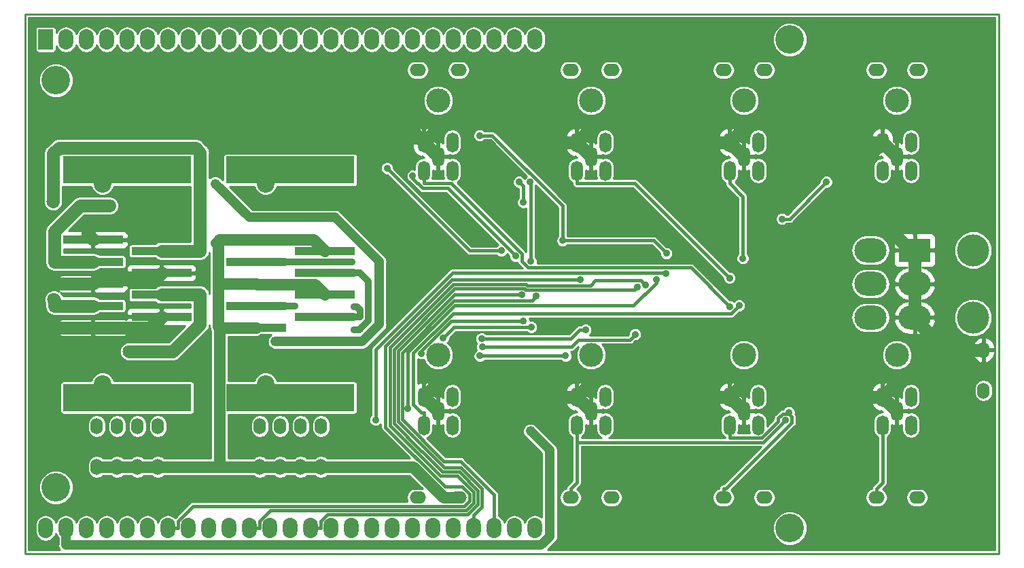
<source format=gtl>
G04 #@! TF.GenerationSoftware,KiCad,Pcbnew,6.0.0-rc1-unknown-4a57541~66~ubuntu18.04.1*
G04 #@! TF.CreationDate,2018-09-13T10:33:21-04:00*
G04 #@! TF.ProjectId,backlight_controller_5x3,6261636B6C696768745F636F6E74726F,1.0*
G04 #@! TF.SameCoordinates,Original*
G04 #@! TF.FileFunction,Copper,L1,Top,Signal*
G04 #@! TF.FilePolarity,Positive*
%FSLAX46Y46*%
G04 Gerber Fmt 4.6, Leading zero omitted, Abs format (unit mm)*
G04 Created by KiCad (PCBNEW 6.0.0-rc1-unknown-4a57541~66~ubuntu18.04.1) date Thu Sep 13 10:33:21 2018*
%MOMM*%
%LPD*%
G01*
G04 APERTURE LIST*
G04 #@! TA.AperFunction,NonConductor*
%ADD10C,0.228600*%
G04 #@! TD*
G04 #@! TA.AperFunction,ComponentPad*
%ADD11O,4.000000X3.000000*%
G04 #@! TD*
G04 #@! TA.AperFunction,ComponentPad*
%ADD12R,4.000000X3.000000*%
G04 #@! TD*
G04 #@! TA.AperFunction,ComponentPad*
%ADD13C,4.000000*%
G04 #@! TD*
G04 #@! TA.AperFunction,ComponentPad*
%ADD14O,1.854200X2.540000*%
G04 #@! TD*
G04 #@! TA.AperFunction,ComponentPad*
%ADD15C,3.556000*%
G04 #@! TD*
G04 #@! TA.AperFunction,ComponentPad*
%ADD16R,1.854200X2.540000*%
G04 #@! TD*
G04 #@! TA.AperFunction,ComponentPad*
%ADD17O,1.524000X2.032000*%
G04 #@! TD*
G04 #@! TA.AperFunction,ComponentPad*
%ADD18O,2.032000X1.524000*%
G04 #@! TD*
G04 #@! TA.AperFunction,SMDPad,CuDef*
%ADD19R,7.480000X1.000000*%
G04 #@! TD*
G04 #@! TA.AperFunction,SMDPad,CuDef*
%ADD20R,16.000000X3.400000*%
G04 #@! TD*
G04 #@! TA.AperFunction,ComponentPad*
%ADD21C,2.200000*%
G04 #@! TD*
G04 #@! TA.AperFunction,ComponentPad*
%ADD22C,3.000000*%
G04 #@! TD*
G04 #@! TA.AperFunction,ComponentPad*
%ADD23O,1.500000X2.500000*%
G04 #@! TD*
G04 #@! TA.AperFunction,ViaPad*
%ADD24C,1.219200*%
G04 #@! TD*
G04 #@! TA.AperFunction,ViaPad*
%ADD25C,0.889000*%
G04 #@! TD*
G04 #@! TA.AperFunction,ViaPad*
%ADD26C,1.625600*%
G04 #@! TD*
G04 #@! TA.AperFunction,Conductor*
%ADD27C,1.219200*%
G04 #@! TD*
G04 #@! TA.AperFunction,Conductor*
%ADD28C,1.422400*%
G04 #@! TD*
G04 #@! TA.AperFunction,Conductor*
%ADD29C,1.625600*%
G04 #@! TD*
G04 #@! TA.AperFunction,Conductor*
%ADD30C,0.406400*%
G04 #@! TD*
G04 #@! TA.AperFunction,Conductor*
%ADD31C,0.812800*%
G04 #@! TD*
G04 #@! TA.AperFunction,Conductor*
%ADD32C,0.254000*%
G04 #@! TD*
G04 APERTURE END LIST*
D10*
X191135000Y-71755000D02*
X69850000Y-71755000D01*
X191135000Y-139065000D02*
X191135000Y-71755000D01*
X69850000Y-139065000D02*
X191135000Y-139065000D01*
X69850000Y-71755000D02*
X69850000Y-139065000D01*
D11*
G04 #@! TO.P,P1,6*
G04 #@! TO.N,GND*
X175160000Y-109610000D03*
G04 #@! TO.P,P1,5*
X175160000Y-105410000D03*
G04 #@! TO.P,P1,4*
X175160000Y-101210000D03*
G04 #@! TO.P,P1,3*
G04 #@! TO.N,VAA*
X180660000Y-109610000D03*
G04 #@! TO.P,P1,2*
X180660000Y-105410000D03*
D12*
G04 #@! TO.P,P1,1*
X180660000Y-101210000D03*
D13*
G04 #@! TO.P,P1,*
G04 #@! TO.N,*
X187960000Y-109610000D03*
X187960000Y-101210000D03*
G04 #@! TD*
D14*
G04 #@! TO.P,MDB1,46*
G04 #@! TO.N,N/C*
X133350000Y-74930000D03*
G04 #@! TO.P,MDB1,45*
X130810000Y-74930000D03*
G04 #@! TO.P,MDB1,30*
G04 #@! TO.N,/CHANNEL_3*
X128270000Y-74930000D03*
G04 #@! TO.P,MDB1,29*
G04 #@! TO.N,/CHANNEL_2*
X125730000Y-74930000D03*
G04 #@! TO.P,MDB1,44*
G04 #@! TO.N,N/C*
X123190000Y-74930000D03*
G04 #@! TO.P,MDB1,43*
X120650000Y-74930000D03*
G04 #@! TO.P,MDB1,47*
X118110000Y-74930000D03*
G04 #@! TO.P,MDB1,48*
X115570000Y-74930000D03*
G04 #@! TO.P,MDB1,49*
X113030000Y-74930000D03*
G04 #@! TO.P,MDB1,33*
X133350000Y-135890000D03*
G04 #@! TO.P,MDB1,34*
X130810000Y-135890000D03*
G04 #@! TO.P,MDB1,35*
G04 #@! TO.N,/CHANNEL_4*
X128270000Y-135890000D03*
G04 #@! TO.P,MDB1,36*
G04 #@! TO.N,/CHANNEL_5*
X125730000Y-135890000D03*
G04 #@! TO.P,MDB1,37*
G04 #@! TO.N,N/C*
X123190000Y-135890000D03*
G04 #@! TO.P,MDB1,38*
X120650000Y-135890000D03*
G04 #@! TO.P,MDB1,51*
X118110000Y-135890000D03*
G04 #@! TO.P,MDB1,DAC0*
X115570000Y-135890000D03*
G04 #@! TO.P,MDB1,DAC1*
X113030000Y-135890000D03*
D15*
G04 #@! TO.P,MDB1,*
G04 #@! TO.N,*
X165100000Y-74930000D03*
X165100000Y-135890000D03*
X73660000Y-130810000D03*
X73660000Y-80010000D03*
D14*
G04 #@! TO.P,MDB1,AREF*
G04 #@! TO.N,N/C*
X72390000Y-135890000D03*
G04 #@! TO.P,MDB1,VEE*
G04 #@! TO.N,VEE*
X74930000Y-135890000D03*
G04 #@! TO.P,MDB1,AGND*
G04 #@! TO.N,N/C*
X77470000Y-135890000D03*
G04 #@! TO.P,MDB1,3V3*
X80010000Y-135890000D03*
G04 #@! TO.P,MDB1,23*
G04 #@! TO.N,/CHANNEL_7*
X82550000Y-135890000D03*
G04 #@! TO.P,MDB1,22*
G04 #@! TO.N,/CHANNEL_6*
X85090000Y-135890000D03*
G04 #@! TO.P,MDB1,21*
G04 #@! TO.N,/CHANNEL_15*
X87630000Y-135890000D03*
G04 #@! TO.P,MDB1,20*
G04 #@! TO.N,/CHANNEL_14*
X90170000Y-135890000D03*
G04 #@! TO.P,MDB1,19*
G04 #@! TO.N,/CHANNEL_13*
X92710000Y-135890000D03*
G04 #@! TO.P,MDB1,18*
G04 #@! TO.N,/CHANNEL_12*
X95250000Y-135890000D03*
G04 #@! TO.P,MDB1,17*
G04 #@! TO.N,/CHANNEL_11*
X97790000Y-135890000D03*
G04 #@! TO.P,MDB1,16*
G04 #@! TO.N,/CHANNEL_10*
X100330000Y-135890000D03*
G04 #@! TO.P,MDB1,15*
G04 #@! TO.N,/CHANNEL_9*
X102870000Y-135890000D03*
G04 #@! TO.P,MDB1,14*
G04 #@! TO.N,/CHANNEL_8*
X105410000Y-135890000D03*
G04 #@! TO.P,MDB1,13*
G04 #@! TO.N,N/C*
X107950000Y-135890000D03*
G04 #@! TO.P,MDB1,53*
X110490000Y-135890000D03*
G04 #@! TO.P,MDB1,50*
X110490000Y-74930000D03*
G04 #@! TO.P,MDB1,12*
X107950000Y-74930000D03*
G04 #@! TO.P,MDB1,11*
X105410000Y-74930000D03*
G04 #@! TO.P,MDB1,42*
X102870000Y-74930000D03*
G04 #@! TO.P,MDB1,41*
X100330000Y-74930000D03*
G04 #@! TO.P,MDB1,40*
X97790000Y-74930000D03*
G04 #@! TO.P,MDB1,52*
G04 #@! TO.N,/~ENABLE*
X95250000Y-74930000D03*
G04 #@! TO.P,MDB1,6*
G04 #@! TO.N,/CHANNEL_1*
X92710000Y-74930000D03*
G04 #@! TO.P,MDB1,5*
G04 #@! TO.N,N/C*
X90170000Y-74930000D03*
G04 #@! TO.P,MDB1,54*
X87630000Y-74930000D03*
G04 #@! TO.P,MDB1,55*
X85090000Y-74930000D03*
G04 #@! TO.P,MDB1,2*
G04 #@! TO.N,/CHANNEL_0*
X82550000Y-74930000D03*
G04 #@! TO.P,MDB1,A11*
G04 #@! TO.N,N/C*
X80010000Y-74930000D03*
D16*
G04 #@! TO.P,MDB1,VDD*
G04 #@! TO.N,VDD*
X72390000Y-74930000D03*
D14*
G04 #@! TO.P,MDB1,A10*
G04 #@! TO.N,N/C*
X77470000Y-74930000D03*
G04 #@! TO.P,MDB1,GND*
G04 #@! TO.N,GND*
X74930000Y-74930000D03*
G04 #@! TD*
D17*
G04 #@! TO.P,L1,1*
G04 #@! TO.N,VAA*
X189230000Y-113665000D03*
G04 #@! TO.P,L1,2*
G04 #@! TO.N,GND*
X189230000Y-118745000D03*
G04 #@! TD*
G04 #@! TO.P,L2,2*
G04 #@! TO.N,GND*
X78740000Y-128270000D03*
G04 #@! TO.P,L2,1*
G04 #@! TO.N,/backlight_5x3/C_0*
X78740000Y-123190000D03*
G04 #@! TD*
G04 #@! TO.P,L3,1*
G04 #@! TO.N,/backlight_5x3/C_1*
X81280000Y-123190000D03*
G04 #@! TO.P,L3,2*
G04 #@! TO.N,GND*
X81280000Y-128270000D03*
G04 #@! TD*
G04 #@! TO.P,L4,2*
G04 #@! TO.N,GND*
X83820000Y-128270000D03*
G04 #@! TO.P,L4,1*
G04 #@! TO.N,/backlight_5x3/C_2*
X83820000Y-123190000D03*
G04 #@! TD*
G04 #@! TO.P,L5,1*
G04 #@! TO.N,/backlight_5x3/C_3*
X86360000Y-123190000D03*
G04 #@! TO.P,L5,2*
G04 #@! TO.N,GND*
X86360000Y-128270000D03*
G04 #@! TD*
G04 #@! TO.P,L6,2*
G04 #@! TO.N,GND*
X99060000Y-128270000D03*
G04 #@! TO.P,L6,1*
G04 #@! TO.N,/backlight_5x3/C_4*
X99060000Y-123190000D03*
G04 #@! TD*
G04 #@! TO.P,L7,2*
G04 #@! TO.N,GND*
X101600000Y-128270000D03*
G04 #@! TO.P,L7,1*
G04 #@! TO.N,/backlight_5x3/C_5*
X101600000Y-123190000D03*
G04 #@! TD*
G04 #@! TO.P,L8,1*
G04 #@! TO.N,/backlight_5x3/C_6*
X104140000Y-123190000D03*
G04 #@! TO.P,L8,2*
G04 #@! TO.N,GND*
X104140000Y-128270000D03*
G04 #@! TD*
G04 #@! TO.P,L9,1*
G04 #@! TO.N,/backlight_5x3/C_7*
X106680000Y-123190000D03*
G04 #@! TO.P,L9,2*
G04 #@! TO.N,GND*
X106680000Y-128270000D03*
G04 #@! TD*
D18*
G04 #@! TO.P,L10,1*
G04 #@! TO.N,/backlight_5x3/C_8*
X118745000Y-78740000D03*
G04 #@! TO.P,L10,2*
G04 #@! TO.N,GND*
X123825000Y-78740000D03*
G04 #@! TD*
G04 #@! TO.P,L11,2*
G04 #@! TO.N,GND*
X123825000Y-132080000D03*
G04 #@! TO.P,L11,1*
G04 #@! TO.N,/backlight_5x3/C_9*
X118745000Y-132080000D03*
G04 #@! TD*
D19*
G04 #@! TO.P,J1,6*
G04 #@! TO.N,/backlight_5x3/high_power_outputs/OUTPUT_2*
X86810000Y-101300000D03*
G04 #@! TO.P,J1,7*
G04 #@! TO.N,VAA*
X86810000Y-104040000D03*
G04 #@! TO.P,J1,8*
G04 #@! TO.N,/backlight_5x3/high_power_outputs/OUTPUT_3*
X86810000Y-106780000D03*
G04 #@! TO.P,J1,9*
G04 #@! TO.N,VAA*
X86810000Y-109520000D03*
G04 #@! TO.P,J1,1*
X78290000Y-99930000D03*
G04 #@! TO.P,J1,2*
G04 #@! TO.N,/backlight_5x3/high_power_outputs/OUTPUT_0*
X78290000Y-102670000D03*
G04 #@! TO.P,J1,3*
G04 #@! TO.N,VAA*
X78290000Y-105410000D03*
G04 #@! TO.P,J1,4*
G04 #@! TO.N,/backlight_5x3/high_power_outputs/OUTPUT_1*
X78290000Y-108150000D03*
G04 #@! TO.P,J1,5*
G04 #@! TO.N,VAA*
X78290000Y-110890000D03*
D20*
G04 #@! TO.P,J1,*
G04 #@! TO.N,*
X82550000Y-91210000D03*
X82550000Y-119610000D03*
D21*
X79450000Y-117910000D03*
X79450000Y-92910000D03*
G04 #@! TD*
D19*
G04 #@! TO.P,J2,9*
G04 #@! TO.N,GND*
X107130000Y-101300000D03*
G04 #@! TO.P,J2,8*
G04 #@! TO.N,/backlight_5x3/low_power_outputs/OUTPUT_3*
X107130000Y-104040000D03*
G04 #@! TO.P,J2,7*
G04 #@! TO.N,GND*
X107130000Y-106780000D03*
G04 #@! TO.P,J2,6*
G04 #@! TO.N,/backlight_5x3/low_power_outputs/OUTPUT_2*
X107130000Y-109520000D03*
G04 #@! TO.P,J2,5*
G04 #@! TO.N,GND*
X98610000Y-99930000D03*
G04 #@! TO.P,J2,4*
G04 #@! TO.N,/backlight_5x3/low_power_outputs/OUTPUT_1*
X98610000Y-102670000D03*
G04 #@! TO.P,J2,3*
G04 #@! TO.N,GND*
X98610000Y-105410000D03*
G04 #@! TO.P,J2,2*
G04 #@! TO.N,/backlight_5x3/low_power_outputs/OUTPUT_0*
X98610000Y-108150000D03*
G04 #@! TO.P,J2,1*
G04 #@! TO.N,GND*
X98610000Y-110890000D03*
D20*
G04 #@! TO.P,J2,*
G04 #@! TO.N,*
X102870000Y-91210000D03*
X102870000Y-119610000D03*
D21*
X99770000Y-117910000D03*
X99770000Y-92910000D03*
G04 #@! TD*
D22*
G04 #@! TO.P,J3,*
G04 #@! TO.N,*
X121285000Y-82535000D03*
D23*
G04 #@! TO.P,J3,4*
G04 #@! TO.N,/backlight_5x3/C_8*
X119517200Y-91302800D03*
G04 #@! TO.P,J3,3*
G04 #@! TO.N,GND*
X123052800Y-91302800D03*
G04 #@! TO.P,J3,2*
G04 #@! TO.N,N/C*
X123052800Y-87767200D03*
G04 #@! TO.P,J3,1*
G04 #@! TO.N,VAA*
X119517200Y-87767200D03*
G04 #@! TO.P,J3,5*
X121285000Y-89535000D03*
G04 #@! TD*
G04 #@! TO.P,J4,5*
G04 #@! TO.N,VAA*
X121285000Y-121285000D03*
G04 #@! TO.P,J4,1*
X119517200Y-119517200D03*
G04 #@! TO.P,J4,2*
G04 #@! TO.N,N/C*
X123052800Y-119517200D03*
G04 #@! TO.P,J4,3*
G04 #@! TO.N,GND*
X123052800Y-123052800D03*
G04 #@! TO.P,J4,4*
G04 #@! TO.N,/backlight_5x3/C_9*
X119517200Y-123052800D03*
D22*
G04 #@! TO.P,J4,*
G04 #@! TO.N,*
X121285000Y-114285000D03*
G04 #@! TD*
D23*
G04 #@! TO.P,J5,5*
G04 #@! TO.N,VAA*
X140335000Y-89535000D03*
G04 #@! TO.P,J5,1*
X138567200Y-87767200D03*
G04 #@! TO.P,J5,2*
G04 #@! TO.N,N/C*
X142102800Y-87767200D03*
G04 #@! TO.P,J5,3*
G04 #@! TO.N,GND*
X142102800Y-91302800D03*
G04 #@! TO.P,J5,4*
G04 #@! TO.N,/backlight_5x3/C_10*
X138567200Y-91302800D03*
D22*
G04 #@! TO.P,J5,*
G04 #@! TO.N,*
X140335000Y-82535000D03*
G04 #@! TD*
G04 #@! TO.P,J6,*
G04 #@! TO.N,*
X140335000Y-114285000D03*
D23*
G04 #@! TO.P,J6,4*
G04 #@! TO.N,/backlight_5x3/C_11*
X138567200Y-123052800D03*
G04 #@! TO.P,J6,3*
G04 #@! TO.N,GND*
X142102800Y-123052800D03*
G04 #@! TO.P,J6,2*
G04 #@! TO.N,N/C*
X142102800Y-119517200D03*
G04 #@! TO.P,J6,1*
G04 #@! TO.N,VAA*
X138567200Y-119517200D03*
G04 #@! TO.P,J6,5*
X140335000Y-121285000D03*
G04 #@! TD*
G04 #@! TO.P,J7,5*
G04 #@! TO.N,VAA*
X159385000Y-89535000D03*
G04 #@! TO.P,J7,1*
X157617200Y-87767200D03*
G04 #@! TO.P,J7,2*
G04 #@! TO.N,N/C*
X161152800Y-87767200D03*
G04 #@! TO.P,J7,3*
G04 #@! TO.N,GND*
X161152800Y-91302800D03*
G04 #@! TO.P,J7,4*
G04 #@! TO.N,/backlight_5x3/C_12*
X157617200Y-91302800D03*
D22*
G04 #@! TO.P,J7,*
G04 #@! TO.N,*
X159385000Y-82535000D03*
G04 #@! TD*
G04 #@! TO.P,J8,*
G04 #@! TO.N,*
X159385000Y-114285000D03*
D23*
G04 #@! TO.P,J8,4*
G04 #@! TO.N,/backlight_5x3/C_13*
X157617200Y-123052800D03*
G04 #@! TO.P,J8,3*
G04 #@! TO.N,GND*
X161152800Y-123052800D03*
G04 #@! TO.P,J8,2*
G04 #@! TO.N,N/C*
X161152800Y-119517200D03*
G04 #@! TO.P,J8,1*
G04 #@! TO.N,VAA*
X157617200Y-119517200D03*
G04 #@! TO.P,J8,5*
X159385000Y-121285000D03*
G04 #@! TD*
G04 #@! TO.P,J9,5*
G04 #@! TO.N,VAA*
X178435000Y-89535000D03*
G04 #@! TO.P,J9,1*
X176667200Y-87767200D03*
G04 #@! TO.P,J9,2*
G04 #@! TO.N,N/C*
X180202800Y-87767200D03*
G04 #@! TO.P,J9,3*
G04 #@! TO.N,GND*
X180202800Y-91302800D03*
G04 #@! TO.P,J9,4*
G04 #@! TO.N,/backlight_5x3/C_14*
X176667200Y-91302800D03*
D22*
G04 #@! TO.P,J9,*
G04 #@! TO.N,*
X178435000Y-82535000D03*
G04 #@! TD*
G04 #@! TO.P,J10,*
G04 #@! TO.N,*
X178435000Y-114285000D03*
D23*
G04 #@! TO.P,J10,4*
G04 #@! TO.N,/backlight_5x3/C_15*
X176667200Y-123052800D03*
G04 #@! TO.P,J10,3*
G04 #@! TO.N,GND*
X180202800Y-123052800D03*
G04 #@! TO.P,J10,2*
G04 #@! TO.N,N/C*
X180202800Y-119517200D03*
G04 #@! TO.P,J10,1*
G04 #@! TO.N,VAA*
X176667200Y-119517200D03*
G04 #@! TO.P,J10,5*
X178435000Y-121285000D03*
G04 #@! TD*
D18*
G04 #@! TO.P,L12,2*
G04 #@! TO.N,GND*
X142875000Y-78740000D03*
G04 #@! TO.P,L12,1*
G04 #@! TO.N,/backlight_5x3/C_10*
X137795000Y-78740000D03*
G04 #@! TD*
G04 #@! TO.P,L13,1*
G04 #@! TO.N,/backlight_5x3/C_11*
X137795000Y-132080000D03*
G04 #@! TO.P,L13,2*
G04 #@! TO.N,GND*
X142875000Y-132080000D03*
G04 #@! TD*
G04 #@! TO.P,L14,2*
G04 #@! TO.N,GND*
X161925000Y-78740000D03*
G04 #@! TO.P,L14,1*
G04 #@! TO.N,/backlight_5x3/C_12*
X156845000Y-78740000D03*
G04 #@! TD*
G04 #@! TO.P,L15,1*
G04 #@! TO.N,/backlight_5x3/C_13*
X156845000Y-132080000D03*
G04 #@! TO.P,L15,2*
G04 #@! TO.N,GND*
X161925000Y-132080000D03*
G04 #@! TD*
G04 #@! TO.P,L16,2*
G04 #@! TO.N,GND*
X180975000Y-78740000D03*
G04 #@! TO.P,L16,1*
G04 #@! TO.N,/backlight_5x3/C_14*
X175895000Y-78740000D03*
G04 #@! TD*
G04 #@! TO.P,L17,1*
G04 #@! TO.N,/backlight_5x3/C_15*
X175895000Y-132080000D03*
G04 #@! TO.P,L17,2*
G04 #@! TO.N,GND*
X180975000Y-132080000D03*
G04 #@! TD*
D24*
G04 #@! TO.N,VEE*
X132804100Y-123792100D03*
D25*
G04 #@! TO.N,GND*
X93650000Y-100310200D03*
D24*
G04 #@! TO.N,VDD*
X93518800Y-92911700D03*
X101005700Y-112619300D03*
D26*
G04 #@! TO.N,VAA*
X77592700Y-98315600D03*
X71434800Y-93275900D03*
D25*
G04 #@! TO.N,/CHANNEL_0*
X114925000Y-90988400D03*
X129140700Y-101285900D03*
G04 #@! TO.N,/CHANNEL_1*
X118122000Y-91949200D03*
X130929700Y-101944800D03*
G04 #@! TO.N,/CHANNEL_2*
X131893700Y-95242700D03*
X131365400Y-92710000D03*
G04 #@! TO.N,/CHANNEL_3*
X132741300Y-92704400D03*
X132818800Y-102635200D03*
G04 #@! TO.N,/CHANNEL_11*
X147127200Y-105565700D03*
G04 #@! TO.N,/CHANNEL_10*
X126776000Y-113256000D03*
X145836100Y-111708700D03*
G04 #@! TO.N,/CHANNEL_9*
X126482300Y-114406100D03*
X137177000Y-114406100D03*
G04 #@! TO.N,/CHANNEL_8*
X146114100Y-105790100D03*
G04 #@! TO.N,/~ENABLE*
X149727100Y-101611100D03*
X126469300Y-86898900D03*
X136794200Y-100014900D03*
G04 #@! TO.N,/CHANNEL_4*
X133522100Y-106957600D03*
G04 #@! TO.N,/CHANNEL_5*
X131716200Y-106748200D03*
G04 #@! TO.N,/CHANNEL_7*
X132882900Y-110810200D03*
X121881800Y-112184700D03*
G04 #@! TO.N,/CHANNEL_6*
X119207900Y-114087700D03*
X131890400Y-110060600D03*
G04 #@! TO.N,/CHANNEL_15*
X139039200Y-104865100D03*
G04 #@! TO.N,/CHANNEL_14*
X139652000Y-111141100D03*
X126703900Y-112231400D03*
G04 #@! TO.N,/CHANNEL_13*
X113490000Y-122378100D03*
X149673700Y-104150900D03*
G04 #@! TO.N,/CHANNEL_12*
X117530800Y-120950600D03*
X148472300Y-104900500D03*
D26*
G04 #@! TO.N,/backlight_5x3/high_power_outputs/OUTPUT_0*
X80322300Y-95667700D03*
G04 #@! TO.N,/backlight_5x3/high_power_outputs/OUTPUT_1*
X73422700Y-107359300D03*
G04 #@! TO.N,/backlight_5x3/high_power_outputs/OUTPUT_2*
X73314800Y-95155800D03*
G04 #@! TO.N,/backlight_5x3/high_power_outputs/OUTPUT_3*
X82777900Y-113859900D03*
D25*
G04 #@! TO.N,/backlight_5x3/low_power_outputs/OUTPUT_3*
X110806400Y-111118800D03*
G04 #@! TO.N,/backlight_5x3/low_power_outputs/OUTPUT_2*
X110802900Y-108250500D03*
G04 #@! TO.N,/backlight_5x3/low_power_outputs/OUTPUT_1*
X110568400Y-102671900D03*
G04 #@! TO.N,/backlight_5x3/low_power_outputs/OUTPUT_0*
X103424800Y-108169600D03*
G04 #@! TO.N,/backlight_5x3/C_8*
X157600000Y-108236000D03*
G04 #@! TO.N,/backlight_5x3/C_9*
X158778700Y-108118600D03*
G04 #@! TO.N,/backlight_5x3/C_10*
X157597900Y-104677900D03*
G04 #@! TO.N,/backlight_5x3/C_11*
X164557300Y-122425100D03*
G04 #@! TO.N,/backlight_5x3/C_12*
X159249500Y-102225100D03*
G04 #@! TO.N,/backlight_5x3/C_13*
X164982100Y-121440900D03*
G04 #@! TO.N,/backlight_5x3/C_14*
X164138300Y-97310800D03*
X169658100Y-92695600D03*
G04 #@! TD*
D27*
G04 #@! TO.N,VEE*
X132804100Y-123792100D02*
X135182100Y-126170100D01*
X135182100Y-126170100D02*
X135182100Y-136933800D01*
X135182100Y-136933800D02*
X134092000Y-138023900D01*
X134092000Y-138023900D02*
X74930000Y-138023900D01*
X74930000Y-135890000D02*
X74930000Y-138023900D01*
D28*
G04 #@! TO.N,GND*
X101600000Y-128270000D02*
X99060000Y-128270000D01*
X104140000Y-128270000D02*
X101600000Y-128270000D01*
X93880900Y-100310200D02*
X93880900Y-100080900D01*
X93880900Y-100080900D02*
X94031800Y-99930000D01*
X94031800Y-105410000D02*
X93880900Y-105259100D01*
X93880900Y-105259100D02*
X93880900Y-100310200D01*
X93880900Y-100310200D02*
X93650000Y-100310200D01*
X106680000Y-128270000D02*
X108280200Y-128270000D01*
X108280200Y-128270000D02*
X118160800Y-128270000D01*
X118160800Y-128270000D02*
X121970800Y-132080000D01*
X81280000Y-128270000D02*
X78740000Y-128270000D01*
X83820000Y-128270000D02*
X81280000Y-128270000D01*
X123825000Y-132080000D02*
X121970800Y-132080000D01*
X98610000Y-99930000D02*
X94031800Y-99930000D01*
X94031800Y-110890000D02*
X93904400Y-110762600D01*
X93904400Y-110762600D02*
X93904400Y-105537400D01*
X93904400Y-105537400D02*
X94031800Y-105410000D01*
X94031800Y-128270000D02*
X94031800Y-110890000D01*
X98610000Y-105410000D02*
X94031800Y-105410000D01*
X94031800Y-128270000D02*
X86360000Y-128270000D01*
X98259900Y-128270000D02*
X94031800Y-128270000D01*
X98610000Y-110890000D02*
X94031800Y-110890000D01*
X98610000Y-105410000D02*
X98705600Y-105505600D01*
X98705600Y-105505600D02*
X105855600Y-105505600D01*
X105855600Y-105505600D02*
X107130000Y-106780000D01*
X106680000Y-128270000D02*
X104140000Y-128270000D01*
X86360000Y-128270000D02*
X83820000Y-128270000D01*
X99060000Y-128270000D02*
X98259900Y-128270000D01*
X98610000Y-99930000D02*
X105760000Y-99930000D01*
X105760000Y-99930000D02*
X107130000Y-101300000D01*
D27*
G04 #@! TO.N,VDD*
X101005700Y-112619300D02*
X111797400Y-112619300D01*
X111797400Y-112619300D02*
X113905900Y-110510800D01*
X113905900Y-110510800D02*
X113905900Y-102610600D01*
X113905900Y-102610600D02*
X108430700Y-97135400D01*
X108430700Y-97135400D02*
X97742500Y-97135400D01*
X97742500Y-97135400D02*
X93518800Y-92911700D01*
D29*
G04 #@! TO.N,VAA*
X73075000Y-105002100D02*
X73482900Y-105410000D01*
X71434800Y-93275900D02*
X71434800Y-103361900D01*
X71434800Y-103361900D02*
X73075000Y-105002100D01*
X73482900Y-110890000D02*
X71511300Y-108918400D01*
X71511300Y-108918400D02*
X71511300Y-106565800D01*
X71511300Y-106565800D02*
X73075000Y-105002100D01*
X78290000Y-110890000D02*
X73482900Y-110890000D01*
X86810000Y-109520000D02*
X85440000Y-110890000D01*
X85440000Y-110890000D02*
X78290000Y-110890000D01*
X78290000Y-105410000D02*
X73482900Y-105410000D01*
X119587500Y-87837600D02*
X118296200Y-86546300D01*
X118296200Y-86546300D02*
X73287200Y-86546300D01*
X73287200Y-86546300D02*
X71434800Y-88398700D01*
X71434800Y-88398700D02*
X71434800Y-93275900D01*
X78290000Y-105410000D02*
X78800000Y-104900000D01*
X78800000Y-104900000D02*
X85950000Y-104900000D01*
X85950000Y-104900000D02*
X86810000Y-104040000D01*
X77592700Y-98315600D02*
X77592700Y-99232700D01*
X77592700Y-99232700D02*
X78290000Y-99930000D01*
X120401000Y-88651100D02*
X119517000Y-87767200D01*
X119517000Y-87767200D02*
X122194000Y-85090000D01*
X122194000Y-85090000D02*
X133514000Y-85090000D01*
X133514000Y-85090000D02*
X136192000Y-87767200D01*
X136192000Y-87767200D02*
X138567000Y-87767200D01*
X119587500Y-87837600D02*
X119517200Y-87767300D01*
X119517200Y-87767300D02*
X119517200Y-87767200D01*
X120401000Y-88651100D02*
X119587500Y-87837600D01*
X121285000Y-89535000D02*
X120401000Y-88651100D01*
X180506500Y-109610000D02*
X184561500Y-113665000D01*
X184561500Y-113665000D02*
X189230000Y-113665000D01*
X180506500Y-109610000D02*
X180660000Y-109610000D01*
X138567000Y-87767200D02*
X138567200Y-87767200D01*
X138567000Y-87767200D02*
X141244000Y-85090000D01*
X141244000Y-85090000D02*
X152564000Y-85090000D01*
X152564000Y-85090000D02*
X155242000Y-87767200D01*
X155242000Y-87767200D02*
X157617000Y-87767200D01*
X157617000Y-87767200D02*
X157617200Y-87767200D01*
X176667000Y-87767200D02*
X176667200Y-87767200D01*
X157617000Y-87767200D02*
X160294000Y-85090000D01*
X160294000Y-85090000D02*
X171614000Y-85090000D01*
X171614000Y-85090000D02*
X174292000Y-87767200D01*
X174292000Y-87767200D02*
X176667000Y-87767200D01*
X138567200Y-119517200D02*
X140335000Y-121285000D01*
X138567000Y-119517000D02*
X138567200Y-119517200D01*
X157617200Y-119517200D02*
X159385000Y-121285000D01*
X157617000Y-119517000D02*
X157617200Y-119517200D01*
X176667200Y-119517200D02*
X178435000Y-121285000D01*
X176667000Y-119517000D02*
X176667200Y-119517200D01*
X180660000Y-105410000D02*
X180660000Y-109610000D01*
X180660000Y-101210000D02*
X180660000Y-105410000D01*
X119517200Y-119517200D02*
X119517000Y-119517000D01*
X119517000Y-119517000D02*
X122194000Y-116840000D01*
X122194000Y-116840000D02*
X133514000Y-116840000D01*
X133514000Y-116840000D02*
X136192000Y-119517000D01*
X136192000Y-119517000D02*
X138567000Y-119517000D01*
X121285000Y-121285000D02*
X119517200Y-119517200D01*
X157617000Y-119517000D02*
X160294000Y-116840000D01*
X160294000Y-116840000D02*
X171614000Y-116840000D01*
X171614000Y-116840000D02*
X174292000Y-119517000D01*
X174292000Y-119517000D02*
X176667000Y-119517000D01*
X138567000Y-119517000D02*
X140884000Y-117200000D01*
X140884000Y-117200000D02*
X152925000Y-117200000D01*
X152925000Y-117200000D02*
X155242000Y-119517000D01*
X155242000Y-119517000D02*
X157617000Y-119517000D01*
X176667000Y-87767200D02*
X174850000Y-89584000D01*
X174850000Y-89584000D02*
X174850000Y-95900400D01*
X174850000Y-95900400D02*
X180160000Y-101210000D01*
X180160000Y-101210000D02*
X180660000Y-101210000D01*
X176667000Y-87767200D02*
X178435000Y-89535000D01*
X157617000Y-87767200D02*
X159385000Y-89535000D01*
X138567000Y-87767200D02*
X140335000Y-89535000D01*
X181026110Y-117200390D02*
X184561500Y-113665000D01*
X178984010Y-117200390D02*
X181026110Y-117200390D01*
X176667200Y-119517200D02*
X178984010Y-117200390D01*
D30*
G04 #@! TO.N,/CHANNEL_0*
X129140700Y-101285900D02*
X125222500Y-101285900D01*
X125222500Y-101285900D02*
X114925000Y-90988400D01*
G04 #@! TO.N,/CHANNEL_1*
X130929700Y-101944800D02*
X122451300Y-93466400D01*
X122451300Y-93466400D02*
X119354600Y-93466400D01*
X119354600Y-93466400D02*
X118122000Y-92233800D01*
X118122000Y-92233800D02*
X118122000Y-91949200D01*
G04 #@! TO.N,/CHANNEL_2*
X131365400Y-92710000D02*
X131893700Y-93238300D01*
X131893700Y-93238300D02*
X131893700Y-95242700D01*
G04 #@! TO.N,/CHANNEL_3*
X132818800Y-102635200D02*
X132818800Y-92781900D01*
X132818800Y-92781900D02*
X132741300Y-92704400D01*
G04 #@! TO.N,/CHANNEL_11*
X147127200Y-105565700D02*
X146547000Y-104985500D01*
X146547000Y-104985500D02*
X140895300Y-104985500D01*
X140895300Y-104985500D02*
X140259900Y-105620900D01*
X140259900Y-105620900D02*
X132368000Y-105620900D01*
X132368000Y-105620900D02*
X132237400Y-105490300D01*
X132237400Y-105490300D02*
X123139300Y-105490300D01*
X123139300Y-105490300D02*
X115256300Y-113373300D01*
X115256300Y-113373300D02*
X115256300Y-123076500D01*
X115256300Y-123076500D02*
X121529700Y-129349900D01*
X121529700Y-129349900D02*
X123684900Y-129349900D01*
X123684900Y-129349900D02*
X125686700Y-131351700D01*
X125686700Y-131351700D02*
X125686700Y-132734600D01*
X125686700Y-132734600D02*
X124762100Y-133659200D01*
X124762100Y-133659200D02*
X100414200Y-133659200D01*
X100414200Y-133659200D02*
X99047300Y-135026100D01*
X99047300Y-135026100D02*
X99047300Y-135890000D01*
X97790000Y-135890000D02*
X99047300Y-135890000D01*
G04 #@! TO.N,/CHANNEL_10*
X145836100Y-111708700D02*
X145164400Y-112380400D01*
X145164400Y-112380400D02*
X138772100Y-112380400D01*
X138772100Y-112380400D02*
X137896500Y-113256000D01*
X137896500Y-113256000D02*
X126776000Y-113256000D01*
G04 #@! TO.N,/CHANNEL_9*
X137177000Y-114406100D02*
X126482300Y-114406100D01*
G04 #@! TO.N,/CHANNEL_8*
X146114100Y-105790100D02*
X145774900Y-106129300D01*
X145774900Y-106129300D02*
X132157500Y-106129300D01*
X132157500Y-106129300D02*
X132026800Y-105998600D01*
X132026800Y-105998600D02*
X123349900Y-105998600D01*
X123349900Y-105998600D02*
X115764600Y-113583900D01*
X115764600Y-113583900D02*
X115764600Y-122858300D01*
X115764600Y-122858300D02*
X119170800Y-126264500D01*
X119170800Y-126264500D02*
X119260700Y-126264500D01*
X119260700Y-126264500D02*
X119260700Y-126264600D01*
X119260700Y-126264600D02*
X121837700Y-128841600D01*
X121837700Y-128841600D02*
X123895500Y-128841600D01*
X123895500Y-128841600D02*
X126256600Y-131202700D01*
X126256600Y-131202700D02*
X126256600Y-132883600D01*
X126256600Y-132883600D02*
X124972700Y-134167500D01*
X124972700Y-134167500D02*
X107525900Y-134167500D01*
X107525900Y-134167500D02*
X106667300Y-135026100D01*
X106667300Y-135026100D02*
X106667300Y-135890000D01*
X105410000Y-135890000D02*
X106667300Y-135890000D01*
G04 #@! TO.N,/~ENABLE*
X136794200Y-100014900D02*
X148130900Y-100014900D01*
X148130900Y-100014900D02*
X149727100Y-101611100D01*
X126469300Y-86898900D02*
X128034500Y-86898900D01*
X128034500Y-86898900D02*
X136794200Y-95658600D01*
X136794200Y-95658600D02*
X136794200Y-100014900D01*
G04 #@! TO.N,/CHANNEL_4*
X133522100Y-106957600D02*
X132971800Y-107507900D01*
X132971800Y-107507900D02*
X123278500Y-107507900D01*
X123278500Y-107507900D02*
X116781200Y-114005200D01*
X116781200Y-114005200D02*
X116781200Y-122347100D01*
X116781200Y-122347100D02*
X122005000Y-127570900D01*
X122005000Y-127570900D02*
X124105700Y-127570900D01*
X124105700Y-127570900D02*
X128270000Y-131735200D01*
X128270000Y-131735200D02*
X128270000Y-135890000D01*
G04 #@! TO.N,/CHANNEL_5*
X131716200Y-106748200D02*
X123319200Y-106748200D01*
X123319200Y-106748200D02*
X116272900Y-113794500D01*
X116272900Y-113794500D02*
X116272900Y-122557900D01*
X116272900Y-122557900D02*
X116273000Y-122557900D01*
X116273000Y-122557900D02*
X122048300Y-128333200D01*
X122048300Y-128333200D02*
X122048300Y-128333300D01*
X122048300Y-128333300D02*
X124106100Y-128333300D01*
X124106100Y-128333300D02*
X126764900Y-130992100D01*
X126764900Y-130992100D02*
X126764900Y-133254900D01*
X126764900Y-133254900D02*
X125730000Y-134289800D01*
X125730000Y-135890000D02*
X125730000Y-134289800D01*
G04 #@! TO.N,/CHANNEL_7*
X121881800Y-112184700D02*
X123256300Y-110810200D01*
X123256300Y-110810200D02*
X132882900Y-110810200D01*
G04 #@! TO.N,/CHANNEL_6*
X131890400Y-110060600D02*
X122884600Y-110060600D01*
X122884600Y-110060600D02*
X119207900Y-113737300D01*
X119207900Y-113737300D02*
X119207900Y-114087700D01*
G04 #@! TO.N,/CHANNEL_15*
X139039200Y-104865100D02*
X123036100Y-104865100D01*
X123036100Y-104865100D02*
X114721100Y-113180100D01*
X114721100Y-113180100D02*
X114721100Y-123301100D01*
X114721100Y-123301100D02*
X122161200Y-130741200D01*
X122161200Y-130741200D02*
X124296800Y-130741200D01*
X124296800Y-130741200D02*
X125174800Y-131619200D01*
X125174800Y-131619200D02*
X125174800Y-132524600D01*
X125174800Y-132524600D02*
X124548500Y-133150900D01*
X124548500Y-133150900D02*
X90762500Y-133150900D01*
X90762500Y-133150900D02*
X88887300Y-135026100D01*
X88887300Y-135026100D02*
X88887300Y-135890000D01*
X87630000Y-135890000D02*
X88887300Y-135890000D01*
G04 #@! TO.N,/CHANNEL_14*
X139652000Y-111141100D02*
X138933200Y-111141100D01*
X138933200Y-111141100D02*
X137842900Y-112231400D01*
X137842900Y-112231400D02*
X126703900Y-112231400D01*
G04 #@! TO.N,/CHANNEL_13*
X149673700Y-104150900D02*
X149595000Y-104072200D01*
X149595000Y-104072200D02*
X123064700Y-104072200D01*
X123064700Y-104072200D02*
X113490000Y-113646900D01*
X113490000Y-113646900D02*
X113490000Y-122378100D01*
G04 #@! TO.N,/CHANNEL_12*
X117530800Y-120950600D02*
X117530800Y-113974500D01*
X117530800Y-113974500D02*
X123368300Y-108137000D01*
X123368300Y-108137000D02*
X145641000Y-108137000D01*
X145641000Y-108137000D02*
X148472200Y-105305800D01*
X148472200Y-105305800D02*
X148472200Y-104900500D01*
X148472200Y-104900500D02*
X148472300Y-104900500D01*
D29*
G04 #@! TO.N,/backlight_5x3/high_power_outputs/OUTPUT_0*
X80322300Y-95667700D02*
X76720600Y-95667700D01*
X76720600Y-95667700D02*
X73482900Y-98905400D01*
X73482900Y-98905400D02*
X73482900Y-102670000D01*
X78290000Y-102670000D02*
X73482900Y-102670000D01*
G04 #@! TO.N,/backlight_5x3/high_power_outputs/OUTPUT_1*
X78290000Y-108150000D02*
X73482900Y-108150000D01*
X73482900Y-108150000D02*
X73482900Y-107419500D01*
X73482900Y-107419500D02*
X73422700Y-107359300D01*
G04 #@! TO.N,/backlight_5x3/high_power_outputs/OUTPUT_2*
X73314800Y-95155800D02*
X73314800Y-89177400D01*
X73314800Y-89177400D02*
X74049400Y-88442800D01*
X74049400Y-88442800D02*
X91042600Y-88442800D01*
X91042600Y-88442800D02*
X91617100Y-89017300D01*
X91617100Y-89017300D02*
X91617100Y-101300000D01*
X86810000Y-101300000D02*
X91617100Y-101300000D01*
G04 #@! TO.N,/backlight_5x3/high_power_outputs/OUTPUT_3*
X91617100Y-106780000D02*
X91617100Y-110462000D01*
X91617100Y-110462000D02*
X88219200Y-113859900D01*
X88219200Y-113859900D02*
X82777900Y-113859900D01*
X86810000Y-106780000D02*
X91617100Y-106780000D01*
D31*
G04 #@! TO.N,/backlight_5x3/low_power_outputs/OUTPUT_3*
X107130000Y-104040000D02*
X111530700Y-104040000D01*
X111530700Y-104040000D02*
X112625100Y-105134400D01*
X112625100Y-105134400D02*
X112625100Y-109994900D01*
X112625100Y-109994900D02*
X111501200Y-111118800D01*
X111501200Y-111118800D02*
X110806400Y-111118800D01*
G04 #@! TO.N,/backlight_5x3/low_power_outputs/OUTPUT_2*
X111530700Y-109520000D02*
X111530700Y-108673000D01*
X111530700Y-108673000D02*
X111108200Y-108250500D01*
X111108200Y-108250500D02*
X110802900Y-108250500D01*
X107130000Y-109520000D02*
X111530700Y-109520000D01*
G04 #@! TO.N,/backlight_5x3/low_power_outputs/OUTPUT_1*
X103010700Y-102670000D02*
X103012600Y-102671900D01*
X103012600Y-102671900D02*
X110568400Y-102671900D01*
X98610000Y-102670000D02*
X103010700Y-102670000D01*
G04 #@! TO.N,/backlight_5x3/low_power_outputs/OUTPUT_0*
X98610000Y-108150000D02*
X103010700Y-108150000D01*
X103010700Y-108150000D02*
X103030300Y-108169600D01*
X103030300Y-108169600D02*
X103424800Y-108169600D01*
D30*
G04 #@! TO.N,/backlight_5x3/C_8*
X157600000Y-108236000D02*
X152765300Y-103401300D01*
X152765300Y-103401300D02*
X132519700Y-103401300D01*
X132519700Y-103401300D02*
X131679300Y-102560900D01*
X131679300Y-102560900D02*
X131679300Y-101634200D01*
X131679300Y-101634200D02*
X122928100Y-92883000D01*
X122928100Y-92883000D02*
X119517200Y-92883000D01*
X119517200Y-91302800D02*
X119517200Y-92883000D01*
G04 #@! TO.N,/backlight_5x3/C_9*
X119517200Y-121472600D02*
X119191900Y-121472600D01*
X119191900Y-121472600D02*
X118215100Y-120495800D01*
X118215100Y-120495800D02*
X118215100Y-114011200D01*
X118215100Y-114011200D02*
X123134600Y-109091700D01*
X123134600Y-109091700D02*
X157805600Y-109091700D01*
X157805600Y-109091700D02*
X158778700Y-108118600D01*
X119517200Y-123052800D02*
X119517200Y-121472600D01*
G04 #@! TO.N,/backlight_5x3/C_10*
X138567200Y-92883000D02*
X145803000Y-92883000D01*
X145803000Y-92883000D02*
X157597900Y-104677900D01*
X138567200Y-91302800D02*
X138567200Y-92883000D01*
G04 #@! TO.N,/backlight_5x3/C_11*
X138567200Y-125168700D02*
X138567200Y-130215600D01*
X138567200Y-130215600D02*
X137795000Y-130987800D01*
X138567200Y-123052800D02*
X138567200Y-125168700D01*
X138567200Y-125168700D02*
X161813700Y-125168700D01*
X161813700Y-125168700D02*
X164557300Y-122425100D01*
X137795000Y-132080000D02*
X137795000Y-130987800D01*
G04 #@! TO.N,/backlight_5x3/C_12*
X157617200Y-92883000D02*
X159249400Y-94515200D01*
X159249400Y-94515200D02*
X159249400Y-102225100D01*
X159249400Y-102225100D02*
X159249500Y-102225100D01*
X157617200Y-91302800D02*
X157617200Y-92883000D01*
G04 #@! TO.N,/backlight_5x3/C_13*
X164982100Y-121641900D02*
X164982100Y-121440900D01*
X164982100Y-121641900D02*
X165340600Y-122000400D01*
X165340600Y-122000400D02*
X165340600Y-122757200D01*
X165340600Y-122757200D02*
X157110000Y-130987800D01*
X157110000Y-130987800D02*
X156845000Y-130987800D01*
X157617200Y-124633000D02*
X161619300Y-124633000D01*
X161619300Y-124633000D02*
X163672600Y-122579700D01*
X163672600Y-122579700D02*
X163672600Y-122190700D01*
X163672600Y-122190700D02*
X164221400Y-121641900D01*
X164221400Y-121641900D02*
X164982100Y-121641900D01*
X156845000Y-132080000D02*
X156845000Y-130987800D01*
X157617200Y-123052800D02*
X157617200Y-124633000D01*
G04 #@! TO.N,/backlight_5x3/C_14*
X169658100Y-92695600D02*
X165042900Y-97310800D01*
X165042900Y-97310800D02*
X164138300Y-97310800D01*
G04 #@! TO.N,/backlight_5x3/C_15*
X175895000Y-132080000D02*
X175895000Y-130987800D01*
X176667200Y-123052800D02*
X176667200Y-130215600D01*
X176667200Y-130215600D02*
X175895000Y-130987800D01*
G04 #@! TD*
D32*
G04 #@! TO.N,VAA*
G36*
X190690500Y-138620500D02*
X134896319Y-138620500D01*
X135813570Y-137703250D01*
X135896283Y-137647983D01*
X136115225Y-137320313D01*
X136172700Y-137031366D01*
X136192107Y-136933801D01*
X136172700Y-136836236D01*
X136172700Y-135460548D01*
X162941000Y-135460548D01*
X162941000Y-136319452D01*
X163269688Y-137112975D01*
X163877025Y-137720312D01*
X164670548Y-138049000D01*
X165529452Y-138049000D01*
X166322975Y-137720312D01*
X166930312Y-137112975D01*
X167259000Y-136319452D01*
X167259000Y-135460548D01*
X166930312Y-134667025D01*
X166322975Y-134059688D01*
X165529452Y-133731000D01*
X164670548Y-133731000D01*
X163877025Y-134059688D01*
X163269688Y-134667025D01*
X162941000Y-135460548D01*
X136172700Y-135460548D01*
X136172700Y-132080000D01*
X136375608Y-132080000D01*
X136464318Y-132525976D01*
X136716943Y-132904057D01*
X137095024Y-133156682D01*
X137428428Y-133223000D01*
X138161572Y-133223000D01*
X138494976Y-133156682D01*
X138873057Y-132904057D01*
X139125682Y-132525976D01*
X139214392Y-132080000D01*
X141455608Y-132080000D01*
X141544318Y-132525976D01*
X141796943Y-132904057D01*
X142175024Y-133156682D01*
X142508428Y-133223000D01*
X143241572Y-133223000D01*
X143574976Y-133156682D01*
X143953057Y-132904057D01*
X144205682Y-132525976D01*
X144294392Y-132080000D01*
X144205682Y-131634024D01*
X143953057Y-131255943D01*
X143574976Y-131003318D01*
X143241572Y-130937000D01*
X142508428Y-130937000D01*
X142175024Y-131003318D01*
X141796943Y-131255943D01*
X141544318Y-131634024D01*
X141455608Y-132080000D01*
X139214392Y-132080000D01*
X139125682Y-131634024D01*
X138873057Y-131255943D01*
X138561329Y-131047654D01*
X138939603Y-130669380D01*
X138988385Y-130636785D01*
X139117504Y-130443543D01*
X139151400Y-130273137D01*
X139151400Y-130273136D01*
X139162845Y-130215600D01*
X139151400Y-130158064D01*
X139151400Y-125752900D01*
X161518717Y-125752900D01*
X156873745Y-130397873D01*
X156845000Y-130392155D01*
X156787463Y-130403600D01*
X156617057Y-130437496D01*
X156423815Y-130566615D01*
X156294696Y-130759857D01*
X156250439Y-130982350D01*
X156145024Y-131003318D01*
X155766943Y-131255943D01*
X155514318Y-131634024D01*
X155425608Y-132080000D01*
X155514318Y-132525976D01*
X155766943Y-132904057D01*
X156145024Y-133156682D01*
X156478428Y-133223000D01*
X157211572Y-133223000D01*
X157544976Y-133156682D01*
X157923057Y-132904057D01*
X158175682Y-132525976D01*
X158264392Y-132080000D01*
X160505608Y-132080000D01*
X160594318Y-132525976D01*
X160846943Y-132904057D01*
X161225024Y-133156682D01*
X161558428Y-133223000D01*
X162291572Y-133223000D01*
X162624976Y-133156682D01*
X163003057Y-132904057D01*
X163255682Y-132525976D01*
X163344392Y-132080000D01*
X174475608Y-132080000D01*
X174564318Y-132525976D01*
X174816943Y-132904057D01*
X175195024Y-133156682D01*
X175528428Y-133223000D01*
X176261572Y-133223000D01*
X176594976Y-133156682D01*
X176973057Y-132904057D01*
X177225682Y-132525976D01*
X177314392Y-132080000D01*
X179555608Y-132080000D01*
X179644318Y-132525976D01*
X179896943Y-132904057D01*
X180275024Y-133156682D01*
X180608428Y-133223000D01*
X181341572Y-133223000D01*
X181674976Y-133156682D01*
X182053057Y-132904057D01*
X182305682Y-132525976D01*
X182394392Y-132080000D01*
X182305682Y-131634024D01*
X182053057Y-131255943D01*
X181674976Y-131003318D01*
X181341572Y-130937000D01*
X180608428Y-130937000D01*
X180275024Y-131003318D01*
X179896943Y-131255943D01*
X179644318Y-131634024D01*
X179555608Y-132080000D01*
X177314392Y-132080000D01*
X177225682Y-131634024D01*
X176973057Y-131255943D01*
X176661329Y-131047654D01*
X177039603Y-130669380D01*
X177088385Y-130636785D01*
X177217504Y-130443543D01*
X177251400Y-130273137D01*
X177251400Y-130273136D01*
X177262845Y-130215600D01*
X177251400Y-130158064D01*
X177251400Y-124522691D01*
X177482605Y-124368205D01*
X177732578Y-123994094D01*
X177798200Y-123664191D01*
X177798200Y-122991433D01*
X178022316Y-123113173D01*
X178093815Y-123127318D01*
X178308000Y-123004656D01*
X178308000Y-121412000D01*
X178562000Y-121412000D01*
X178562000Y-123004656D01*
X178776185Y-123127318D01*
X178847684Y-123113173D01*
X179071800Y-122991433D01*
X179071800Y-123664191D01*
X179137422Y-123994094D01*
X179387396Y-124368205D01*
X179761507Y-124618178D01*
X180202800Y-124705957D01*
X180644094Y-124618178D01*
X181018205Y-124368205D01*
X181268178Y-123994094D01*
X181333800Y-123664191D01*
X181333800Y-122441409D01*
X181268178Y-122111506D01*
X181018205Y-121737395D01*
X180644093Y-121487422D01*
X180202800Y-121399643D01*
X179820000Y-121475787D01*
X179820000Y-121412000D01*
X178562000Y-121412000D01*
X178308000Y-121412000D01*
X178288000Y-121412000D01*
X178288000Y-121158000D01*
X178308000Y-121158000D01*
X178308000Y-119565344D01*
X178562000Y-119565344D01*
X178562000Y-121158000D01*
X179820000Y-121158000D01*
X179820000Y-121094213D01*
X180202800Y-121170357D01*
X180644094Y-121082578D01*
X181018205Y-120832605D01*
X181268178Y-120458494D01*
X181333800Y-120128591D01*
X181333800Y-118905809D01*
X181268178Y-118575906D01*
X181136229Y-118378429D01*
X188087000Y-118378429D01*
X188087000Y-119111572D01*
X188153318Y-119444976D01*
X188405944Y-119823057D01*
X188784025Y-120075682D01*
X189230000Y-120164392D01*
X189675976Y-120075682D01*
X190054057Y-119823057D01*
X190306682Y-119444975D01*
X190373000Y-119111571D01*
X190373000Y-118378428D01*
X190306682Y-118045024D01*
X190054057Y-117666943D01*
X189675975Y-117414318D01*
X189230000Y-117325608D01*
X188784024Y-117414318D01*
X188405943Y-117666943D01*
X188153318Y-118045025D01*
X188087000Y-118378429D01*
X181136229Y-118378429D01*
X181018205Y-118201795D01*
X180644093Y-117951822D01*
X180202800Y-117864043D01*
X179761506Y-117951822D01*
X179387395Y-118201795D01*
X179137422Y-118575907D01*
X179071800Y-118905810D01*
X179071800Y-119578567D01*
X178847684Y-119456827D01*
X178776185Y-119442682D01*
X178562000Y-119565344D01*
X178308000Y-119565344D01*
X178093815Y-119442682D01*
X178052200Y-119450915D01*
X178052200Y-118890200D01*
X177898172Y-118369851D01*
X177556740Y-117948055D01*
X177079884Y-117689027D01*
X177008385Y-117674882D01*
X176794200Y-117797544D01*
X176794200Y-119390200D01*
X176814200Y-119390200D01*
X176814200Y-119644200D01*
X176794200Y-119644200D01*
X176794200Y-119664200D01*
X176540200Y-119664200D01*
X176540200Y-119644200D01*
X175282200Y-119644200D01*
X175282200Y-120144200D01*
X175436228Y-120664549D01*
X175777660Y-121086345D01*
X176254516Y-121345373D01*
X176326015Y-121359518D01*
X176540198Y-121236857D01*
X176540198Y-121402200D01*
X176654345Y-121402200D01*
X176225906Y-121487422D01*
X175851795Y-121737395D01*
X175601822Y-122111507D01*
X175536200Y-122441410D01*
X175536200Y-123664191D01*
X175601822Y-123994094D01*
X175851796Y-124368205D01*
X176083000Y-124522691D01*
X176083001Y-129973616D01*
X175522597Y-130534021D01*
X175473816Y-130566615D01*
X175357164Y-130741199D01*
X175344697Y-130759857D01*
X175300439Y-130982350D01*
X175195024Y-131003318D01*
X174816943Y-131255943D01*
X174564318Y-131634024D01*
X174475608Y-132080000D01*
X163344392Y-132080000D01*
X163255682Y-131634024D01*
X163003057Y-131255943D01*
X162624976Y-131003318D01*
X162291572Y-130937000D01*
X161558428Y-130937000D01*
X161225024Y-131003318D01*
X160846943Y-131255943D01*
X160594318Y-131634024D01*
X160505608Y-132080000D01*
X158264392Y-132080000D01*
X158175682Y-131634024D01*
X157923057Y-131255943D01*
X157770185Y-131153797D01*
X165713007Y-123210977D01*
X165761785Y-123178385D01*
X165890904Y-122985143D01*
X165924800Y-122814737D01*
X165936245Y-122757201D01*
X165924800Y-122699665D01*
X165924800Y-122057937D01*
X165936245Y-122000400D01*
X165890904Y-121772456D01*
X165864654Y-121733170D01*
X165796687Y-121631449D01*
X165807600Y-121605102D01*
X165807600Y-121276698D01*
X165681926Y-120973292D01*
X165449708Y-120741074D01*
X165146302Y-120615400D01*
X164817898Y-120615400D01*
X164514492Y-120741074D01*
X164282274Y-120973292D01*
X164249719Y-121051888D01*
X164221399Y-121046255D01*
X164163863Y-121057700D01*
X163993457Y-121091596D01*
X163800215Y-121220715D01*
X163767622Y-121269494D01*
X163300197Y-121736921D01*
X163251416Y-121769515D01*
X163122296Y-121962757D01*
X163092708Y-122111506D01*
X163076955Y-122190700D01*
X163088400Y-122248236D01*
X163088400Y-122337717D01*
X162283800Y-123142317D01*
X162283800Y-122441409D01*
X162218178Y-122111506D01*
X161968205Y-121737395D01*
X161594093Y-121487422D01*
X161152800Y-121399643D01*
X160770000Y-121475787D01*
X160770000Y-121412000D01*
X159512000Y-121412000D01*
X159512000Y-123004656D01*
X159726185Y-123127318D01*
X159797684Y-123113173D01*
X160021800Y-122991433D01*
X160021800Y-123664191D01*
X160087422Y-123994094D01*
X160123976Y-124048800D01*
X158646025Y-124048800D01*
X158682578Y-123994094D01*
X158748200Y-123664191D01*
X158748200Y-122991433D01*
X158972316Y-123113173D01*
X159043815Y-123127318D01*
X159258000Y-123004656D01*
X159258000Y-121412000D01*
X159238000Y-121412000D01*
X159238000Y-121158000D01*
X159258000Y-121158000D01*
X159258000Y-119565344D01*
X159512000Y-119565344D01*
X159512000Y-121158000D01*
X160770000Y-121158000D01*
X160770000Y-121094213D01*
X161152800Y-121170357D01*
X161594094Y-121082578D01*
X161968205Y-120832605D01*
X162218178Y-120458494D01*
X162283800Y-120128591D01*
X162283800Y-118905809D01*
X162280696Y-118890200D01*
X175282200Y-118890200D01*
X175282200Y-119390200D01*
X176540200Y-119390200D01*
X176540200Y-117797544D01*
X176326015Y-117674882D01*
X176254516Y-117689027D01*
X175777660Y-117948055D01*
X175436228Y-118369851D01*
X175282200Y-118890200D01*
X162280696Y-118890200D01*
X162218178Y-118575906D01*
X161968205Y-118201795D01*
X161594093Y-117951822D01*
X161152800Y-117864043D01*
X160711506Y-117951822D01*
X160337395Y-118201795D01*
X160087422Y-118575907D01*
X160021800Y-118905810D01*
X160021800Y-119578567D01*
X159797684Y-119456827D01*
X159726185Y-119442682D01*
X159512000Y-119565344D01*
X159258000Y-119565344D01*
X159043815Y-119442682D01*
X159002200Y-119450915D01*
X159002200Y-118890200D01*
X158848172Y-118369851D01*
X158506740Y-117948055D01*
X158029884Y-117689027D01*
X157958385Y-117674882D01*
X157744200Y-117797544D01*
X157744200Y-119390200D01*
X157764200Y-119390200D01*
X157764200Y-119644200D01*
X157744200Y-119644200D01*
X157744200Y-119664200D01*
X157490200Y-119664200D01*
X157490200Y-119644200D01*
X156232200Y-119644200D01*
X156232200Y-120144200D01*
X156386228Y-120664549D01*
X156727660Y-121086345D01*
X157204516Y-121345373D01*
X157276015Y-121359518D01*
X157490198Y-121236857D01*
X157490198Y-121402200D01*
X157604345Y-121402200D01*
X157175906Y-121487422D01*
X156801795Y-121737395D01*
X156551822Y-122111507D01*
X156486200Y-122441410D01*
X156486200Y-123664191D01*
X156551822Y-123994094D01*
X156801796Y-124368205D01*
X157033001Y-124522691D01*
X157033001Y-124575458D01*
X157031202Y-124584500D01*
X142594497Y-124584500D01*
X142918205Y-124368205D01*
X143168178Y-123994094D01*
X143233800Y-123664191D01*
X143233800Y-122441409D01*
X143168178Y-122111506D01*
X142918205Y-121737395D01*
X142544093Y-121487422D01*
X142102800Y-121399643D01*
X141720000Y-121475787D01*
X141720000Y-121412000D01*
X140462000Y-121412000D01*
X140462000Y-123004656D01*
X140676185Y-123127318D01*
X140747684Y-123113173D01*
X140971800Y-122991433D01*
X140971800Y-123664191D01*
X141037422Y-123994094D01*
X141287396Y-124368205D01*
X141611104Y-124584500D01*
X139151400Y-124584500D01*
X139151400Y-124522691D01*
X139382605Y-124368205D01*
X139632578Y-123994094D01*
X139698200Y-123664191D01*
X139698200Y-122991433D01*
X139922316Y-123113173D01*
X139993815Y-123127318D01*
X140208000Y-123004656D01*
X140208000Y-121412000D01*
X140188000Y-121412000D01*
X140188000Y-121158000D01*
X140208000Y-121158000D01*
X140208000Y-119565344D01*
X140462000Y-119565344D01*
X140462000Y-121158000D01*
X141720000Y-121158000D01*
X141720000Y-121094213D01*
X142102800Y-121170357D01*
X142544094Y-121082578D01*
X142918205Y-120832605D01*
X143168178Y-120458494D01*
X143233800Y-120128591D01*
X143233800Y-118905809D01*
X143230696Y-118890200D01*
X156232200Y-118890200D01*
X156232200Y-119390200D01*
X157490200Y-119390200D01*
X157490200Y-117797544D01*
X157276015Y-117674882D01*
X157204516Y-117689027D01*
X156727660Y-117948055D01*
X156386228Y-118369851D01*
X156232200Y-118890200D01*
X143230696Y-118890200D01*
X143168178Y-118575906D01*
X142918205Y-118201795D01*
X142544093Y-117951822D01*
X142102800Y-117864043D01*
X141661506Y-117951822D01*
X141287395Y-118201795D01*
X141037422Y-118575907D01*
X140971800Y-118905810D01*
X140971800Y-119578567D01*
X140747684Y-119456827D01*
X140676185Y-119442682D01*
X140462000Y-119565344D01*
X140208000Y-119565344D01*
X139993815Y-119442682D01*
X139952200Y-119450915D01*
X139952200Y-118890200D01*
X139798172Y-118369851D01*
X139456740Y-117948055D01*
X138979884Y-117689027D01*
X138908385Y-117674882D01*
X138694200Y-117797544D01*
X138694200Y-119390200D01*
X138714200Y-119390200D01*
X138714200Y-119644200D01*
X138694200Y-119644200D01*
X138694200Y-119664200D01*
X138440200Y-119664200D01*
X138440200Y-119644200D01*
X137182200Y-119644200D01*
X137182200Y-120144200D01*
X137336228Y-120664549D01*
X137677660Y-121086345D01*
X138154516Y-121345373D01*
X138226015Y-121359518D01*
X138440198Y-121236857D01*
X138440198Y-121402200D01*
X138554345Y-121402200D01*
X138125906Y-121487422D01*
X137751795Y-121737395D01*
X137501822Y-122111507D01*
X137436200Y-122441410D01*
X137436200Y-123664191D01*
X137501822Y-123994094D01*
X137751796Y-124368205D01*
X137983001Y-124522691D01*
X137983001Y-125111158D01*
X137971555Y-125168700D01*
X137983000Y-125226237D01*
X137983001Y-129973616D01*
X137422597Y-130534021D01*
X137373816Y-130566615D01*
X137257164Y-130741199D01*
X137244697Y-130759857D01*
X137200439Y-130982350D01*
X137095024Y-131003318D01*
X136716943Y-131255943D01*
X136464318Y-131634024D01*
X136375608Y-132080000D01*
X136172700Y-132080000D01*
X136172700Y-126267666D01*
X136192107Y-126170100D01*
X136115225Y-125783587D01*
X136038630Y-125668955D01*
X135896283Y-125455917D01*
X135813570Y-125400650D01*
X133643891Y-123230972D01*
X133643890Y-123230970D01*
X133365230Y-122952310D01*
X133273322Y-122914240D01*
X133190613Y-122858976D01*
X133093051Y-122839569D01*
X133001143Y-122801500D01*
X132901665Y-122801500D01*
X132804100Y-122782093D01*
X132706535Y-122801500D01*
X132607057Y-122801500D01*
X132515149Y-122839569D01*
X132417587Y-122858976D01*
X132334879Y-122914240D01*
X132242970Y-122952310D01*
X132172626Y-123022654D01*
X132089918Y-123077918D01*
X132034654Y-123160626D01*
X131964310Y-123230970D01*
X131926240Y-123322879D01*
X131870976Y-123405587D01*
X131851569Y-123503149D01*
X131813500Y-123595057D01*
X131813500Y-123694535D01*
X131794093Y-123792100D01*
X131813500Y-123889665D01*
X131813500Y-123989143D01*
X131851569Y-124081051D01*
X131870976Y-124178613D01*
X131926240Y-124261322D01*
X131964310Y-124353230D01*
X132242970Y-124631890D01*
X132242972Y-124631891D01*
X134191500Y-126580420D01*
X134191501Y-134536135D01*
X133860394Y-134314897D01*
X133350000Y-134213373D01*
X132839605Y-134314897D01*
X132406913Y-134604013D01*
X132117797Y-135036706D01*
X132080000Y-135226724D01*
X132042203Y-135036705D01*
X131753087Y-134604013D01*
X131320394Y-134314897D01*
X130810000Y-134213373D01*
X130299605Y-134314897D01*
X129866913Y-134604013D01*
X129577797Y-135036706D01*
X129540000Y-135226724D01*
X129502203Y-135036705D01*
X129213087Y-134604013D01*
X128854200Y-134364213D01*
X128854200Y-131792737D01*
X128865645Y-131735200D01*
X128820304Y-131507256D01*
X128776418Y-131441576D01*
X128691185Y-131314015D01*
X128642404Y-131281421D01*
X124559481Y-127198499D01*
X124526885Y-127149715D01*
X124333643Y-127020596D01*
X124163237Y-126986700D01*
X124163236Y-126986700D01*
X124105700Y-126975255D01*
X124048164Y-126986700D01*
X122246983Y-126986700D01*
X119891739Y-124631456D01*
X119958494Y-124618178D01*
X120332605Y-124368205D01*
X120582578Y-123994094D01*
X120648200Y-123664191D01*
X120648200Y-122991433D01*
X120872316Y-123113173D01*
X120943815Y-123127318D01*
X121158000Y-123004656D01*
X121158000Y-121412000D01*
X121412000Y-121412000D01*
X121412000Y-123004656D01*
X121626185Y-123127318D01*
X121697684Y-123113173D01*
X121921800Y-122991433D01*
X121921800Y-123664191D01*
X121987422Y-123994094D01*
X122237396Y-124368205D01*
X122611507Y-124618178D01*
X123052800Y-124705957D01*
X123494094Y-124618178D01*
X123868205Y-124368205D01*
X124118178Y-123994094D01*
X124183800Y-123664191D01*
X124183800Y-122441409D01*
X124118178Y-122111506D01*
X123868205Y-121737395D01*
X123494093Y-121487422D01*
X123052800Y-121399643D01*
X122670000Y-121475787D01*
X122670000Y-121412000D01*
X121412000Y-121412000D01*
X121158000Y-121412000D01*
X121138000Y-121412000D01*
X121138000Y-121158000D01*
X121158000Y-121158000D01*
X121158000Y-119565344D01*
X121412000Y-119565344D01*
X121412000Y-121158000D01*
X122670000Y-121158000D01*
X122670000Y-121094213D01*
X123052800Y-121170357D01*
X123494094Y-121082578D01*
X123868205Y-120832605D01*
X124118178Y-120458494D01*
X124183800Y-120128591D01*
X124183800Y-118905809D01*
X124180696Y-118890200D01*
X137182200Y-118890200D01*
X137182200Y-119390200D01*
X138440200Y-119390200D01*
X138440200Y-117797544D01*
X138226015Y-117674882D01*
X138154516Y-117689027D01*
X137677660Y-117948055D01*
X137336228Y-118369851D01*
X137182200Y-118890200D01*
X124180696Y-118890200D01*
X124118178Y-118575906D01*
X123868205Y-118201795D01*
X123494093Y-117951822D01*
X123052800Y-117864043D01*
X122611506Y-117951822D01*
X122237395Y-118201795D01*
X121987422Y-118575907D01*
X121921800Y-118905810D01*
X121921800Y-119578567D01*
X121697684Y-119456827D01*
X121626185Y-119442682D01*
X121412000Y-119565344D01*
X121158000Y-119565344D01*
X120943815Y-119442682D01*
X120902200Y-119450915D01*
X120902200Y-118890200D01*
X120748172Y-118369851D01*
X120406740Y-117948055D01*
X119929884Y-117689027D01*
X119858385Y-117674882D01*
X119644200Y-117797544D01*
X119644200Y-119390200D01*
X119664200Y-119390200D01*
X119664200Y-119644200D01*
X119644200Y-119644200D01*
X119644200Y-119664200D01*
X119390200Y-119664200D01*
X119390200Y-119644200D01*
X119370200Y-119644200D01*
X119370200Y-119390200D01*
X119390200Y-119390200D01*
X119390200Y-117797544D01*
X119176015Y-117674882D01*
X119104516Y-117689027D01*
X118799300Y-117854820D01*
X118799300Y-114811968D01*
X119043698Y-114913200D01*
X119372102Y-114913200D01*
X119489148Y-114864719D01*
X119690365Y-115350501D01*
X120219499Y-115879635D01*
X120910846Y-116166000D01*
X121659154Y-116166000D01*
X122350501Y-115879635D01*
X122879635Y-115350501D01*
X123166000Y-114659154D01*
X123166000Y-114241898D01*
X125656800Y-114241898D01*
X125656800Y-114570302D01*
X125782474Y-114873708D01*
X126014692Y-115105926D01*
X126318098Y-115231600D01*
X126646502Y-115231600D01*
X126949908Y-115105926D01*
X127065534Y-114990300D01*
X136593766Y-114990300D01*
X136709392Y-115105926D01*
X137012798Y-115231600D01*
X137341202Y-115231600D01*
X137644608Y-115105926D01*
X137876826Y-114873708D01*
X138002500Y-114570302D01*
X138002500Y-114241898D01*
X137876826Y-113938492D01*
X137778534Y-113840200D01*
X137838964Y-113840200D01*
X137896500Y-113851645D01*
X137954036Y-113840200D01*
X137954037Y-113840200D01*
X138124443Y-113806304D01*
X138317685Y-113677185D01*
X138350281Y-113628401D01*
X138727058Y-113251625D01*
X138454000Y-113910846D01*
X138454000Y-114659154D01*
X138740365Y-115350501D01*
X139269499Y-115879635D01*
X139960846Y-116166000D01*
X140709154Y-116166000D01*
X141400501Y-115879635D01*
X141929635Y-115350501D01*
X142216000Y-114659154D01*
X142216000Y-113910846D01*
X157504000Y-113910846D01*
X157504000Y-114659154D01*
X157790365Y-115350501D01*
X158319499Y-115879635D01*
X159010846Y-116166000D01*
X159759154Y-116166000D01*
X160450501Y-115879635D01*
X160979635Y-115350501D01*
X161266000Y-114659154D01*
X161266000Y-113910846D01*
X176554000Y-113910846D01*
X176554000Y-114659154D01*
X176840365Y-115350501D01*
X177369499Y-115879635D01*
X178060846Y-116166000D01*
X178809154Y-116166000D01*
X179500501Y-115879635D01*
X180029635Y-115350501D01*
X180316000Y-114659154D01*
X180316000Y-113910846D01*
X180266773Y-113792000D01*
X187833000Y-113792000D01*
X187833000Y-114046000D01*
X187987941Y-114570941D01*
X188331974Y-114996630D01*
X188812723Y-115258260D01*
X188886930Y-115273220D01*
X189103000Y-115150720D01*
X189103000Y-113792000D01*
X189357000Y-113792000D01*
X189357000Y-115150720D01*
X189573070Y-115273220D01*
X189647277Y-115258260D01*
X190128026Y-114996630D01*
X190472059Y-114570941D01*
X190627000Y-114046000D01*
X190627000Y-113792000D01*
X189357000Y-113792000D01*
X189103000Y-113792000D01*
X187833000Y-113792000D01*
X180266773Y-113792000D01*
X180056353Y-113284000D01*
X187833000Y-113284000D01*
X187833000Y-113538000D01*
X189103000Y-113538000D01*
X189103000Y-112179280D01*
X189357000Y-112179280D01*
X189357000Y-113538000D01*
X190627000Y-113538000D01*
X190627000Y-113284000D01*
X190472059Y-112759059D01*
X190128026Y-112333370D01*
X189647277Y-112071740D01*
X189573070Y-112056780D01*
X189357000Y-112179280D01*
X189103000Y-112179280D01*
X188886930Y-112056780D01*
X188812723Y-112071740D01*
X188331974Y-112333370D01*
X187987941Y-112759059D01*
X187833000Y-113284000D01*
X180056353Y-113284000D01*
X180029635Y-113219499D01*
X179500501Y-112690365D01*
X178809154Y-112404000D01*
X178060846Y-112404000D01*
X177369499Y-112690365D01*
X176840365Y-113219499D01*
X176554000Y-113910846D01*
X161266000Y-113910846D01*
X160979635Y-113219499D01*
X160450501Y-112690365D01*
X159759154Y-112404000D01*
X159010846Y-112404000D01*
X158319499Y-112690365D01*
X157790365Y-113219499D01*
X157504000Y-113910846D01*
X142216000Y-113910846D01*
X141929635Y-113219499D01*
X141674736Y-112964600D01*
X145106864Y-112964600D01*
X145164400Y-112976045D01*
X145221936Y-112964600D01*
X145221937Y-112964600D01*
X145392343Y-112930704D01*
X145585585Y-112801585D01*
X145618181Y-112752801D01*
X145836783Y-112534200D01*
X146000302Y-112534200D01*
X146303708Y-112408526D01*
X146535926Y-112176308D01*
X146661600Y-111872902D01*
X146661600Y-111544498D01*
X146535926Y-111241092D01*
X146303708Y-111008874D01*
X146000302Y-110883200D01*
X145671898Y-110883200D01*
X145368492Y-111008874D01*
X145136274Y-111241092D01*
X145010600Y-111544498D01*
X145010600Y-111708017D01*
X144922417Y-111796200D01*
X140164334Y-111796200D01*
X140351826Y-111608708D01*
X140477500Y-111305302D01*
X140477500Y-110976898D01*
X140351826Y-110673492D01*
X140119608Y-110441274D01*
X139816202Y-110315600D01*
X139487798Y-110315600D01*
X139184392Y-110441274D01*
X139068766Y-110556900D01*
X138990735Y-110556900D01*
X138933199Y-110545455D01*
X138875663Y-110556900D01*
X138705257Y-110590796D01*
X138512015Y-110719915D01*
X138479422Y-110768694D01*
X137600918Y-111647200D01*
X127287134Y-111647200D01*
X127171508Y-111531574D01*
X126868102Y-111405900D01*
X126539698Y-111405900D01*
X126236292Y-111531574D01*
X126004074Y-111763792D01*
X125878400Y-112067198D01*
X125878400Y-112395602D01*
X126004074Y-112699008D01*
X126084816Y-112779750D01*
X126076174Y-112788392D01*
X125950500Y-113091798D01*
X125950500Y-113420202D01*
X126061042Y-113687075D01*
X126014692Y-113706274D01*
X125782474Y-113938492D01*
X125656800Y-114241898D01*
X123166000Y-114241898D01*
X123166000Y-113910846D01*
X122879635Y-113219499D01*
X122447035Y-112786899D01*
X122581626Y-112652308D01*
X122707300Y-112348902D01*
X122707300Y-112185382D01*
X123498283Y-111394400D01*
X132299666Y-111394400D01*
X132415292Y-111510026D01*
X132718698Y-111635700D01*
X133047102Y-111635700D01*
X133350508Y-111510026D01*
X133582726Y-111277808D01*
X133708400Y-110974402D01*
X133708400Y-110645998D01*
X133582726Y-110342592D01*
X133350508Y-110110374D01*
X133047102Y-109984700D01*
X132718698Y-109984700D01*
X132715900Y-109985859D01*
X132715900Y-109896398D01*
X132624567Y-109675900D01*
X157748064Y-109675900D01*
X157805600Y-109687345D01*
X157863136Y-109675900D01*
X157863137Y-109675900D01*
X158033543Y-109642004D01*
X158081440Y-109610000D01*
X172742150Y-109610000D01*
X172888138Y-110343929D01*
X173303875Y-110966125D01*
X173926071Y-111381862D01*
X174474743Y-111491000D01*
X175845257Y-111491000D01*
X176393929Y-111381862D01*
X177016125Y-110966125D01*
X177431862Y-110343929D01*
X177486582Y-110068833D01*
X178074887Y-110068833D01*
X178138916Y-110309696D01*
X178560524Y-111029870D01*
X179225638Y-111533882D01*
X180033000Y-111745000D01*
X180533000Y-111745000D01*
X180533000Y-109737000D01*
X180787000Y-109737000D01*
X180787000Y-111745000D01*
X181287000Y-111745000D01*
X182094362Y-111533882D01*
X182759476Y-111029870D01*
X183181084Y-110309696D01*
X183245113Y-110068833D01*
X183132165Y-109737000D01*
X180787000Y-109737000D01*
X180533000Y-109737000D01*
X178187835Y-109737000D01*
X178074887Y-110068833D01*
X177486582Y-110068833D01*
X177577850Y-109610000D01*
X177431862Y-108876071D01*
X177016125Y-108253875D01*
X176393929Y-107838138D01*
X175845257Y-107729000D01*
X174474743Y-107729000D01*
X173926071Y-107838138D01*
X173303875Y-108253875D01*
X172888138Y-108876071D01*
X172742150Y-109610000D01*
X158081440Y-109610000D01*
X158226785Y-109512885D01*
X158259381Y-109464101D01*
X158779383Y-108944100D01*
X158942902Y-108944100D01*
X159246308Y-108818426D01*
X159478526Y-108586208D01*
X159604200Y-108282802D01*
X159604200Y-107954398D01*
X159478526Y-107650992D01*
X159246308Y-107418774D01*
X158942902Y-107293100D01*
X158614498Y-107293100D01*
X158311092Y-107418774D01*
X158130650Y-107599216D01*
X158067608Y-107536174D01*
X157764202Y-107410500D01*
X157600684Y-107410500D01*
X153219081Y-103028899D01*
X153186485Y-102980115D01*
X152993243Y-102850996D01*
X152822837Y-102817100D01*
X152822836Y-102817100D01*
X152765300Y-102805655D01*
X152707764Y-102817100D01*
X133636969Y-102817100D01*
X133644300Y-102799402D01*
X133644300Y-102470998D01*
X133518626Y-102167592D01*
X133403000Y-102051966D01*
X133403000Y-93210134D01*
X133441126Y-93172008D01*
X133452929Y-93143512D01*
X136210000Y-95900583D01*
X136210001Y-99431665D01*
X136094374Y-99547292D01*
X135968700Y-99850698D01*
X135968700Y-100179102D01*
X136094374Y-100482508D01*
X136326592Y-100714726D01*
X136629998Y-100840400D01*
X136958402Y-100840400D01*
X137261808Y-100714726D01*
X137377434Y-100599100D01*
X147888918Y-100599100D01*
X148901600Y-101611783D01*
X148901600Y-101775302D01*
X149027274Y-102078708D01*
X149259492Y-102310926D01*
X149562898Y-102436600D01*
X149891302Y-102436600D01*
X150194708Y-102310926D01*
X150426926Y-102078708D01*
X150552600Y-101775302D01*
X150552600Y-101446898D01*
X150426926Y-101143492D01*
X150194708Y-100911274D01*
X149891302Y-100785600D01*
X149727783Y-100785600D01*
X148584681Y-99642499D01*
X148552085Y-99593715D01*
X148358843Y-99464596D01*
X148188437Y-99430700D01*
X148188436Y-99430700D01*
X148130900Y-99419255D01*
X148073364Y-99430700D01*
X137378400Y-99430700D01*
X137378400Y-95716137D01*
X137389845Y-95658600D01*
X137344504Y-95430656D01*
X137308449Y-95376696D01*
X137215385Y-95237415D01*
X137166604Y-95204821D01*
X129855983Y-87894200D01*
X137182200Y-87894200D01*
X137182200Y-88394200D01*
X137336228Y-88914549D01*
X137677660Y-89336345D01*
X138154516Y-89595373D01*
X138226015Y-89609518D01*
X138440198Y-89486857D01*
X138440198Y-89652200D01*
X138554345Y-89652200D01*
X138125906Y-89737422D01*
X137751795Y-89987395D01*
X137501822Y-90361507D01*
X137436200Y-90691410D01*
X137436200Y-91914191D01*
X137501822Y-92244094D01*
X137751796Y-92618205D01*
X137983001Y-92772691D01*
X137983001Y-92825458D01*
X137971555Y-92883000D01*
X138016896Y-93110943D01*
X138146015Y-93304185D01*
X138339257Y-93433304D01*
X138509663Y-93467200D01*
X138567200Y-93478645D01*
X138624737Y-93467200D01*
X145561018Y-93467200D01*
X156772400Y-104678583D01*
X156772400Y-104842102D01*
X156898074Y-105145508D01*
X157130292Y-105377726D01*
X157433698Y-105503400D01*
X157762102Y-105503400D01*
X157987591Y-105410000D01*
X172742150Y-105410000D01*
X172888138Y-106143929D01*
X173303875Y-106766125D01*
X173926071Y-107181862D01*
X174474743Y-107291000D01*
X175845257Y-107291000D01*
X176393929Y-107181862D01*
X177016125Y-106766125D01*
X177431862Y-106143929D01*
X177486582Y-105868833D01*
X178074887Y-105868833D01*
X178138916Y-106109696D01*
X178560524Y-106829870D01*
X179225638Y-107333882D01*
X179899152Y-107510000D01*
X179225638Y-107686118D01*
X178560524Y-108190130D01*
X178138916Y-108910304D01*
X178074887Y-109151167D01*
X178187835Y-109483000D01*
X180533000Y-109483000D01*
X180533000Y-105537000D01*
X180787000Y-105537000D01*
X180787000Y-109483000D01*
X183132165Y-109483000D01*
X183245113Y-109151167D01*
X183241185Y-109136390D01*
X185579000Y-109136390D01*
X185579000Y-110083610D01*
X185941485Y-110958728D01*
X186611272Y-111628515D01*
X187486390Y-111991000D01*
X188433610Y-111991000D01*
X189308728Y-111628515D01*
X189978515Y-110958728D01*
X190341000Y-110083610D01*
X190341000Y-109136390D01*
X189978515Y-108261272D01*
X189308728Y-107591485D01*
X188433610Y-107229000D01*
X187486390Y-107229000D01*
X186611272Y-107591485D01*
X185941485Y-108261272D01*
X185579000Y-109136390D01*
X183241185Y-109136390D01*
X183181084Y-108910304D01*
X182759476Y-108190130D01*
X182094362Y-107686118D01*
X181420848Y-107510000D01*
X182094362Y-107333882D01*
X182759476Y-106829870D01*
X183181084Y-106109696D01*
X183245113Y-105868833D01*
X183132165Y-105537000D01*
X180787000Y-105537000D01*
X180533000Y-105537000D01*
X178187835Y-105537000D01*
X178074887Y-105868833D01*
X177486582Y-105868833D01*
X177577850Y-105410000D01*
X177431862Y-104676071D01*
X177016125Y-104053875D01*
X176393929Y-103638138D01*
X175845257Y-103529000D01*
X174474743Y-103529000D01*
X173926071Y-103638138D01*
X173303875Y-104053875D01*
X172888138Y-104676071D01*
X172742150Y-105410000D01*
X157987591Y-105410000D01*
X158065508Y-105377726D01*
X158297726Y-105145508D01*
X158423400Y-104842102D01*
X158423400Y-104513698D01*
X158297726Y-104210292D01*
X158065508Y-103978074D01*
X157762102Y-103852400D01*
X157598583Y-103852400D01*
X146256781Y-92510599D01*
X146224185Y-92461815D01*
X146030943Y-92332696D01*
X145860537Y-92298800D01*
X145860536Y-92298800D01*
X145803000Y-92287355D01*
X145745464Y-92298800D01*
X143131625Y-92298800D01*
X143168178Y-92244094D01*
X143233800Y-91914191D01*
X143233800Y-90691409D01*
X143168178Y-90361506D01*
X142918205Y-89987395D01*
X142544093Y-89737422D01*
X142102800Y-89649643D01*
X141720000Y-89725787D01*
X141720000Y-89662000D01*
X140462000Y-89662000D01*
X140462000Y-91254656D01*
X140676185Y-91377318D01*
X140747684Y-91363173D01*
X140971800Y-91241433D01*
X140971800Y-91914191D01*
X141037422Y-92244094D01*
X141073976Y-92298800D01*
X139596025Y-92298800D01*
X139632578Y-92244094D01*
X139698200Y-91914191D01*
X139698200Y-91241433D01*
X139922316Y-91363173D01*
X139993815Y-91377318D01*
X140208000Y-91254656D01*
X140208000Y-89662000D01*
X140188000Y-89662000D01*
X140188000Y-89408000D01*
X140208000Y-89408000D01*
X140208000Y-87815344D01*
X140462000Y-87815344D01*
X140462000Y-89408000D01*
X141720000Y-89408000D01*
X141720000Y-89344213D01*
X142102800Y-89420357D01*
X142544094Y-89332578D01*
X142918205Y-89082605D01*
X143168178Y-88708494D01*
X143233800Y-88378591D01*
X143233800Y-87894200D01*
X156232200Y-87894200D01*
X156232200Y-88394200D01*
X156386228Y-88914549D01*
X156727660Y-89336345D01*
X157204516Y-89595373D01*
X157276015Y-89609518D01*
X157490198Y-89486857D01*
X157490198Y-89652200D01*
X157604345Y-89652200D01*
X157175906Y-89737422D01*
X156801795Y-89987395D01*
X156551822Y-90361507D01*
X156486200Y-90691410D01*
X156486200Y-91914191D01*
X156551822Y-92244094D01*
X156801796Y-92618205D01*
X157033001Y-92772691D01*
X157033001Y-92825459D01*
X157021555Y-92883000D01*
X157063525Y-93093993D01*
X157066897Y-93110943D01*
X157196016Y-93304185D01*
X157244797Y-93336779D01*
X158665200Y-94757184D01*
X158665201Y-101641965D01*
X158549674Y-101757492D01*
X158424000Y-102060898D01*
X158424000Y-102389302D01*
X158549674Y-102692708D01*
X158781892Y-102924926D01*
X159085298Y-103050600D01*
X159413702Y-103050600D01*
X159717108Y-102924926D01*
X159949326Y-102692708D01*
X160075000Y-102389302D01*
X160075000Y-102060898D01*
X159949326Y-101757492D01*
X159833600Y-101641766D01*
X159833600Y-101210000D01*
X172742150Y-101210000D01*
X172888138Y-101943929D01*
X173303875Y-102566125D01*
X173926071Y-102981862D01*
X174474743Y-103091000D01*
X175845257Y-103091000D01*
X176393929Y-102981862D01*
X177016125Y-102566125D01*
X177431862Y-101943929D01*
X177521010Y-101495750D01*
X178025000Y-101495750D01*
X178025000Y-102836309D01*
X178121673Y-103069698D01*
X178300301Y-103248327D01*
X178533690Y-103345000D01*
X179765304Y-103345000D01*
X179225638Y-103486118D01*
X178560524Y-103990130D01*
X178138916Y-104710304D01*
X178074887Y-104951167D01*
X178187835Y-105283000D01*
X180533000Y-105283000D01*
X180533000Y-103275000D01*
X180444250Y-103275000D01*
X180533000Y-103186250D01*
X180533000Y-101337000D01*
X180787000Y-101337000D01*
X180787000Y-103186250D01*
X180875750Y-103275000D01*
X180787000Y-103275000D01*
X180787000Y-105283000D01*
X183132165Y-105283000D01*
X183245113Y-104951167D01*
X183181084Y-104710304D01*
X182759476Y-103990130D01*
X182094362Y-103486118D01*
X181554696Y-103345000D01*
X182786310Y-103345000D01*
X183019699Y-103248327D01*
X183198327Y-103069698D01*
X183295000Y-102836309D01*
X183295000Y-101495750D01*
X183136250Y-101337000D01*
X180787000Y-101337000D01*
X180533000Y-101337000D01*
X178183750Y-101337000D01*
X178025000Y-101495750D01*
X177521010Y-101495750D01*
X177577850Y-101210000D01*
X177431862Y-100476071D01*
X177016125Y-99853875D01*
X176611766Y-99583691D01*
X178025000Y-99583691D01*
X178025000Y-100924250D01*
X178183750Y-101083000D01*
X180533000Y-101083000D01*
X180533000Y-99233750D01*
X180787000Y-99233750D01*
X180787000Y-101083000D01*
X183136250Y-101083000D01*
X183295000Y-100924250D01*
X183295000Y-100736390D01*
X185579000Y-100736390D01*
X185579000Y-101683610D01*
X185941485Y-102558728D01*
X186611272Y-103228515D01*
X187486390Y-103591000D01*
X188433610Y-103591000D01*
X189308728Y-103228515D01*
X189978515Y-102558728D01*
X190341000Y-101683610D01*
X190341000Y-100736390D01*
X189978515Y-99861272D01*
X189308728Y-99191485D01*
X188433610Y-98829000D01*
X187486390Y-98829000D01*
X186611272Y-99191485D01*
X185941485Y-99861272D01*
X185579000Y-100736390D01*
X183295000Y-100736390D01*
X183295000Y-99583691D01*
X183198327Y-99350302D01*
X183019699Y-99171673D01*
X182786310Y-99075000D01*
X180945750Y-99075000D01*
X180787000Y-99233750D01*
X180533000Y-99233750D01*
X180374250Y-99075000D01*
X178533690Y-99075000D01*
X178300301Y-99171673D01*
X178121673Y-99350302D01*
X178025000Y-99583691D01*
X176611766Y-99583691D01*
X176393929Y-99438138D01*
X175845257Y-99329000D01*
X174474743Y-99329000D01*
X173926071Y-99438138D01*
X173303875Y-99853875D01*
X172888138Y-100476071D01*
X172742150Y-101210000D01*
X159833600Y-101210000D01*
X159833600Y-97146598D01*
X163312800Y-97146598D01*
X163312800Y-97475002D01*
X163438474Y-97778408D01*
X163670692Y-98010626D01*
X163974098Y-98136300D01*
X164302502Y-98136300D01*
X164605908Y-98010626D01*
X164721534Y-97895000D01*
X164985364Y-97895000D01*
X165042900Y-97906445D01*
X165100436Y-97895000D01*
X165100437Y-97895000D01*
X165270843Y-97861104D01*
X165464085Y-97731985D01*
X165496681Y-97683201D01*
X169658784Y-93521100D01*
X169822302Y-93521100D01*
X170125708Y-93395426D01*
X170357926Y-93163208D01*
X170483600Y-92859802D01*
X170483600Y-92531398D01*
X170357926Y-92227992D01*
X170125708Y-91995774D01*
X169822302Y-91870100D01*
X169493898Y-91870100D01*
X169190492Y-91995774D01*
X168958274Y-92227992D01*
X168832600Y-92531398D01*
X168832600Y-92694916D01*
X164800918Y-96726600D01*
X164721534Y-96726600D01*
X164605908Y-96610974D01*
X164302502Y-96485300D01*
X163974098Y-96485300D01*
X163670692Y-96610974D01*
X163438474Y-96843192D01*
X163312800Y-97146598D01*
X159833600Y-97146598D01*
X159833600Y-94572735D01*
X159845045Y-94515199D01*
X159820340Y-94391000D01*
X159799704Y-94287257D01*
X159670585Y-94094015D01*
X159621807Y-94061423D01*
X158280333Y-92719950D01*
X158432605Y-92618205D01*
X158682578Y-92244094D01*
X158748200Y-91914191D01*
X158748200Y-91241433D01*
X158972316Y-91363173D01*
X159043815Y-91377318D01*
X159258000Y-91254656D01*
X159258000Y-89662000D01*
X159512000Y-89662000D01*
X159512000Y-91254656D01*
X159726185Y-91377318D01*
X159797684Y-91363173D01*
X160021800Y-91241433D01*
X160021800Y-91914191D01*
X160087422Y-92244094D01*
X160337396Y-92618205D01*
X160711507Y-92868178D01*
X161152800Y-92955957D01*
X161594094Y-92868178D01*
X161968205Y-92618205D01*
X162218178Y-92244094D01*
X162283800Y-91914191D01*
X162283800Y-90691409D01*
X162218178Y-90361506D01*
X161968205Y-89987395D01*
X161594093Y-89737422D01*
X161152800Y-89649643D01*
X160770000Y-89725787D01*
X160770000Y-89662000D01*
X159512000Y-89662000D01*
X159258000Y-89662000D01*
X159238000Y-89662000D01*
X159238000Y-89408000D01*
X159258000Y-89408000D01*
X159258000Y-87815344D01*
X159512000Y-87815344D01*
X159512000Y-89408000D01*
X160770000Y-89408000D01*
X160770000Y-89344213D01*
X161152800Y-89420357D01*
X161594094Y-89332578D01*
X161968205Y-89082605D01*
X162218178Y-88708494D01*
X162283800Y-88378591D01*
X162283800Y-87894200D01*
X175282200Y-87894200D01*
X175282200Y-88394200D01*
X175436228Y-88914549D01*
X175777660Y-89336345D01*
X176254516Y-89595373D01*
X176326015Y-89609518D01*
X176540198Y-89486857D01*
X176540198Y-89652200D01*
X176654345Y-89652200D01*
X176225906Y-89737422D01*
X175851795Y-89987395D01*
X175601822Y-90361507D01*
X175536200Y-90691410D01*
X175536200Y-91914191D01*
X175601822Y-92244094D01*
X175851796Y-92618205D01*
X176225907Y-92868178D01*
X176667200Y-92955957D01*
X177108494Y-92868178D01*
X177482605Y-92618205D01*
X177732578Y-92244094D01*
X177798200Y-91914191D01*
X177798200Y-91241433D01*
X178022316Y-91363173D01*
X178093815Y-91377318D01*
X178308000Y-91254656D01*
X178308000Y-89662000D01*
X178562000Y-89662000D01*
X178562000Y-91254656D01*
X178776185Y-91377318D01*
X178847684Y-91363173D01*
X179071800Y-91241433D01*
X179071800Y-91914191D01*
X179137422Y-92244094D01*
X179387396Y-92618205D01*
X179761507Y-92868178D01*
X180202800Y-92955957D01*
X180644094Y-92868178D01*
X181018205Y-92618205D01*
X181268178Y-92244094D01*
X181333800Y-91914191D01*
X181333800Y-90691409D01*
X181268178Y-90361506D01*
X181018205Y-89987395D01*
X180644093Y-89737422D01*
X180202800Y-89649643D01*
X179820000Y-89725787D01*
X179820000Y-89662000D01*
X178562000Y-89662000D01*
X178308000Y-89662000D01*
X178288000Y-89662000D01*
X178288000Y-89408000D01*
X178308000Y-89408000D01*
X178308000Y-87815344D01*
X178562000Y-87815344D01*
X178562000Y-89408000D01*
X179820000Y-89408000D01*
X179820000Y-89344213D01*
X180202800Y-89420357D01*
X180644094Y-89332578D01*
X181018205Y-89082605D01*
X181268178Y-88708494D01*
X181333800Y-88378591D01*
X181333800Y-87155809D01*
X181268178Y-86825906D01*
X181018205Y-86451795D01*
X180644093Y-86201822D01*
X180202800Y-86114043D01*
X179761506Y-86201822D01*
X179387395Y-86451795D01*
X179137422Y-86825907D01*
X179071800Y-87155810D01*
X179071800Y-87828567D01*
X178847684Y-87706827D01*
X178776185Y-87692682D01*
X178562000Y-87815344D01*
X178308000Y-87815344D01*
X178093815Y-87692682D01*
X178052200Y-87700915D01*
X178052200Y-87140200D01*
X177898172Y-86619851D01*
X177556740Y-86198055D01*
X177079884Y-85939027D01*
X177008385Y-85924882D01*
X176794200Y-86047544D01*
X176794200Y-87640200D01*
X176814200Y-87640200D01*
X176814200Y-87894200D01*
X176794200Y-87894200D01*
X176794200Y-87914200D01*
X176540200Y-87914200D01*
X176540200Y-87894200D01*
X175282200Y-87894200D01*
X162283800Y-87894200D01*
X162283800Y-87155809D01*
X162280696Y-87140200D01*
X175282200Y-87140200D01*
X175282200Y-87640200D01*
X176540200Y-87640200D01*
X176540200Y-86047544D01*
X176326015Y-85924882D01*
X176254516Y-85939027D01*
X175777660Y-86198055D01*
X175436228Y-86619851D01*
X175282200Y-87140200D01*
X162280696Y-87140200D01*
X162218178Y-86825906D01*
X161968205Y-86451795D01*
X161594093Y-86201822D01*
X161152800Y-86114043D01*
X160711506Y-86201822D01*
X160337395Y-86451795D01*
X160087422Y-86825907D01*
X160021800Y-87155810D01*
X160021800Y-87828567D01*
X159797684Y-87706827D01*
X159726185Y-87692682D01*
X159512000Y-87815344D01*
X159258000Y-87815344D01*
X159043815Y-87692682D01*
X159002200Y-87700915D01*
X159002200Y-87140200D01*
X158848172Y-86619851D01*
X158506740Y-86198055D01*
X158029884Y-85939027D01*
X157958385Y-85924882D01*
X157744200Y-86047544D01*
X157744200Y-87640200D01*
X157764200Y-87640200D01*
X157764200Y-87894200D01*
X157744200Y-87894200D01*
X157744200Y-87914200D01*
X157490200Y-87914200D01*
X157490200Y-87894200D01*
X156232200Y-87894200D01*
X143233800Y-87894200D01*
X143233800Y-87155809D01*
X143230696Y-87140200D01*
X156232200Y-87140200D01*
X156232200Y-87640200D01*
X157490200Y-87640200D01*
X157490200Y-86047544D01*
X157276015Y-85924882D01*
X157204516Y-85939027D01*
X156727660Y-86198055D01*
X156386228Y-86619851D01*
X156232200Y-87140200D01*
X143230696Y-87140200D01*
X143168178Y-86825906D01*
X142918205Y-86451795D01*
X142544093Y-86201822D01*
X142102800Y-86114043D01*
X141661506Y-86201822D01*
X141287395Y-86451795D01*
X141037422Y-86825907D01*
X140971800Y-87155810D01*
X140971800Y-87828567D01*
X140747684Y-87706827D01*
X140676185Y-87692682D01*
X140462000Y-87815344D01*
X140208000Y-87815344D01*
X139993815Y-87692682D01*
X139952200Y-87700915D01*
X139952200Y-87140200D01*
X139798172Y-86619851D01*
X139456740Y-86198055D01*
X138979884Y-85939027D01*
X138908385Y-85924882D01*
X138694200Y-86047544D01*
X138694200Y-87640200D01*
X138714200Y-87640200D01*
X138714200Y-87894200D01*
X138694200Y-87894200D01*
X138694200Y-87914200D01*
X138440200Y-87914200D01*
X138440200Y-87894200D01*
X137182200Y-87894200D01*
X129855983Y-87894200D01*
X129101983Y-87140200D01*
X137182200Y-87140200D01*
X137182200Y-87640200D01*
X138440200Y-87640200D01*
X138440200Y-86047544D01*
X138226015Y-85924882D01*
X138154516Y-85939027D01*
X137677660Y-86198055D01*
X137336228Y-86619851D01*
X137182200Y-87140200D01*
X129101983Y-87140200D01*
X128488281Y-86526499D01*
X128455685Y-86477715D01*
X128262443Y-86348596D01*
X128092037Y-86314700D01*
X128092036Y-86314700D01*
X128034500Y-86303255D01*
X127976964Y-86314700D01*
X127052534Y-86314700D01*
X126936908Y-86199074D01*
X126633502Y-86073400D01*
X126305098Y-86073400D01*
X126001692Y-86199074D01*
X125769474Y-86431292D01*
X125643800Y-86734698D01*
X125643800Y-87063102D01*
X125769474Y-87366508D01*
X126001692Y-87598726D01*
X126305098Y-87724400D01*
X126633502Y-87724400D01*
X126936908Y-87598726D01*
X127052534Y-87483100D01*
X127792518Y-87483100D01*
X132302188Y-91992771D01*
X132273692Y-92004574D01*
X132050550Y-92227716D01*
X131833008Y-92010174D01*
X131529602Y-91884500D01*
X131201198Y-91884500D01*
X130897792Y-92010174D01*
X130665574Y-92242392D01*
X130539900Y-92545798D01*
X130539900Y-92874202D01*
X130665574Y-93177608D01*
X130897792Y-93409826D01*
X131201198Y-93535500D01*
X131309500Y-93535500D01*
X131309501Y-94659465D01*
X131193874Y-94775092D01*
X131068200Y-95078498D01*
X131068200Y-95406902D01*
X131193874Y-95710308D01*
X131426092Y-95942526D01*
X131729498Y-96068200D01*
X132057902Y-96068200D01*
X132234601Y-95995010D01*
X132234600Y-101431374D01*
X132229604Y-101406257D01*
X132100485Y-101213015D01*
X132051704Y-101180421D01*
X123641180Y-92769898D01*
X123868205Y-92618205D01*
X124118178Y-92244094D01*
X124183800Y-91914191D01*
X124183800Y-90691409D01*
X124118178Y-90361506D01*
X123868205Y-89987395D01*
X123494093Y-89737422D01*
X123052800Y-89649643D01*
X122670000Y-89725787D01*
X122670000Y-89662000D01*
X121412000Y-89662000D01*
X121412000Y-91254656D01*
X121626185Y-91377318D01*
X121697684Y-91363173D01*
X121921800Y-91241433D01*
X121921800Y-91914191D01*
X121987422Y-92244094D01*
X122023976Y-92298800D01*
X120546025Y-92298800D01*
X120582578Y-92244094D01*
X120648200Y-91914191D01*
X120648200Y-91241433D01*
X120872316Y-91363173D01*
X120943815Y-91377318D01*
X121158000Y-91254656D01*
X121158000Y-89662000D01*
X121138000Y-89662000D01*
X121138000Y-89408000D01*
X121158000Y-89408000D01*
X121158000Y-87815344D01*
X121412000Y-87815344D01*
X121412000Y-89408000D01*
X122670000Y-89408000D01*
X122670000Y-89344213D01*
X123052800Y-89420357D01*
X123494094Y-89332578D01*
X123868205Y-89082605D01*
X124118178Y-88708494D01*
X124183800Y-88378591D01*
X124183800Y-87155809D01*
X124118178Y-86825906D01*
X123868205Y-86451795D01*
X123494093Y-86201822D01*
X123052800Y-86114043D01*
X122611506Y-86201822D01*
X122237395Y-86451795D01*
X121987422Y-86825907D01*
X121921800Y-87155810D01*
X121921800Y-87828567D01*
X121697684Y-87706827D01*
X121626185Y-87692682D01*
X121412000Y-87815344D01*
X121158000Y-87815344D01*
X120943815Y-87692682D01*
X120902200Y-87700915D01*
X120902200Y-87140200D01*
X120748172Y-86619851D01*
X120406740Y-86198055D01*
X119929884Y-85939027D01*
X119858385Y-85924882D01*
X119644200Y-86047544D01*
X119644200Y-87640200D01*
X119664200Y-87640200D01*
X119664200Y-87894200D01*
X119644200Y-87894200D01*
X119644200Y-87914200D01*
X119390200Y-87914200D01*
X119390200Y-87894200D01*
X118132200Y-87894200D01*
X118132200Y-88394200D01*
X118286228Y-88914549D01*
X118627660Y-89336345D01*
X119104516Y-89595373D01*
X119176015Y-89609518D01*
X119390198Y-89486857D01*
X119390198Y-89652200D01*
X119504345Y-89652200D01*
X119075906Y-89737422D01*
X118701795Y-89987395D01*
X118451822Y-90361507D01*
X118386200Y-90691410D01*
X118386200Y-91165120D01*
X118286202Y-91123700D01*
X117957798Y-91123700D01*
X117654392Y-91249374D01*
X117422174Y-91481592D01*
X117296500Y-91784998D01*
X117296500Y-92113402D01*
X117422174Y-92416808D01*
X117654392Y-92649026D01*
X117751102Y-92689084D01*
X118900820Y-93838803D01*
X118933415Y-93887585D01*
X119126657Y-94016704D01*
X119297063Y-94050600D01*
X119297064Y-94050600D01*
X119354600Y-94062045D01*
X119412136Y-94050600D01*
X122209318Y-94050600D01*
X128723791Y-100565074D01*
X128673092Y-100586074D01*
X128557466Y-100701700D01*
X125464484Y-100701700D01*
X115750500Y-90987718D01*
X115750500Y-90824198D01*
X115624826Y-90520792D01*
X115392608Y-90288574D01*
X115089202Y-90162900D01*
X114760798Y-90162900D01*
X114457392Y-90288574D01*
X114225174Y-90520792D01*
X114099500Y-90824198D01*
X114099500Y-91152602D01*
X114225174Y-91456008D01*
X114457392Y-91688226D01*
X114760798Y-91813900D01*
X114924318Y-91813900D01*
X124768723Y-101658307D01*
X124801315Y-101707085D01*
X124994557Y-101836204D01*
X125164963Y-101870100D01*
X125222499Y-101881545D01*
X125280035Y-101870100D01*
X128557466Y-101870100D01*
X128673092Y-101985726D01*
X128976498Y-102111400D01*
X129304902Y-102111400D01*
X129608308Y-101985726D01*
X129840526Y-101753508D01*
X129861526Y-101702810D01*
X130104200Y-101945484D01*
X130104200Y-102109002D01*
X130229874Y-102412408D01*
X130462092Y-102644626D01*
X130765498Y-102770300D01*
X131093902Y-102770300D01*
X131122917Y-102758282D01*
X131128996Y-102788842D01*
X131258115Y-102982085D01*
X131306899Y-103014681D01*
X131780217Y-103488000D01*
X123122237Y-103488000D01*
X123064700Y-103476555D01*
X122836756Y-103521896D01*
X122782796Y-103557951D01*
X122643515Y-103651015D01*
X122610921Y-103699796D01*
X113117599Y-113193119D01*
X113068815Y-113225715D01*
X112939696Y-113418958D01*
X112918332Y-113526363D01*
X112894355Y-113646900D01*
X112905800Y-113704436D01*
X112905801Y-121794865D01*
X112790174Y-121910492D01*
X112664500Y-122213898D01*
X112664500Y-122542302D01*
X112790174Y-122845708D01*
X113022392Y-123077926D01*
X113325798Y-123203600D01*
X113654202Y-123203600D01*
X113957608Y-123077926D01*
X114136901Y-122898633D01*
X114136901Y-123243559D01*
X114125455Y-123301100D01*
X114155859Y-123453945D01*
X114170797Y-123529043D01*
X114299916Y-123722285D01*
X114348697Y-123754879D01*
X117771617Y-127177800D01*
X107482890Y-127177800D01*
X107125975Y-126939318D01*
X106680000Y-126850608D01*
X106234024Y-126939318D01*
X105877110Y-127177800D01*
X104942890Y-127177800D01*
X104585975Y-126939318D01*
X104140000Y-126850608D01*
X103694024Y-126939318D01*
X103337110Y-127177800D01*
X102402890Y-127177800D01*
X102045975Y-126939318D01*
X101600000Y-126850608D01*
X101154024Y-126939318D01*
X100797110Y-127177800D01*
X99862890Y-127177800D01*
X99505975Y-126939318D01*
X99060000Y-126850608D01*
X98614024Y-126939318D01*
X98257110Y-127177800D01*
X95124000Y-127177800D01*
X95124000Y-122823429D01*
X97917000Y-122823429D01*
X97917000Y-123556572D01*
X97983318Y-123889976D01*
X98235944Y-124268057D01*
X98614025Y-124520682D01*
X99060000Y-124609392D01*
X99505976Y-124520682D01*
X99884057Y-124268057D01*
X100136682Y-123889975D01*
X100203000Y-123556571D01*
X100203000Y-122823429D01*
X100457000Y-122823429D01*
X100457000Y-123556572D01*
X100523318Y-123889976D01*
X100775944Y-124268057D01*
X101154025Y-124520682D01*
X101600000Y-124609392D01*
X102045976Y-124520682D01*
X102424057Y-124268057D01*
X102676682Y-123889975D01*
X102743000Y-123556571D01*
X102743000Y-122823429D01*
X102997000Y-122823429D01*
X102997000Y-123556572D01*
X103063318Y-123889976D01*
X103315944Y-124268057D01*
X103694025Y-124520682D01*
X104140000Y-124609392D01*
X104585976Y-124520682D01*
X104964057Y-124268057D01*
X105216682Y-123889975D01*
X105283000Y-123556571D01*
X105283000Y-122823429D01*
X105537000Y-122823429D01*
X105537000Y-123556572D01*
X105603318Y-123889976D01*
X105855944Y-124268057D01*
X106234025Y-124520682D01*
X106680000Y-124609392D01*
X107125976Y-124520682D01*
X107504057Y-124268057D01*
X107756682Y-123889975D01*
X107823000Y-123556571D01*
X107823000Y-122823428D01*
X107756682Y-122490024D01*
X107504057Y-122111943D01*
X107125975Y-121859318D01*
X106680000Y-121770608D01*
X106234024Y-121859318D01*
X105855943Y-122111943D01*
X105603318Y-122490025D01*
X105537000Y-122823429D01*
X105283000Y-122823429D01*
X105283000Y-122823428D01*
X105216682Y-122490024D01*
X104964057Y-122111943D01*
X104585975Y-121859318D01*
X104140000Y-121770608D01*
X103694024Y-121859318D01*
X103315943Y-122111943D01*
X103063318Y-122490025D01*
X102997000Y-122823429D01*
X102743000Y-122823429D01*
X102743000Y-122823428D01*
X102676682Y-122490024D01*
X102424057Y-122111943D01*
X102045975Y-121859318D01*
X101600000Y-121770608D01*
X101154024Y-121859318D01*
X100775943Y-122111943D01*
X100523318Y-122490025D01*
X100457000Y-122823429D01*
X100203000Y-122823429D01*
X100203000Y-122823428D01*
X100136682Y-122490024D01*
X99884057Y-122111943D01*
X99505975Y-121859318D01*
X99060000Y-121770608D01*
X98614024Y-121859318D01*
X98235943Y-122111943D01*
X97983318Y-122490025D01*
X97917000Y-122823429D01*
X95124000Y-122823429D01*
X95124000Y-121698464D01*
X110870000Y-121698464D01*
X111018659Y-121668894D01*
X111144686Y-121584686D01*
X111228894Y-121458659D01*
X111258464Y-121310000D01*
X111258464Y-117910000D01*
X111228894Y-117761341D01*
X111144686Y-117635314D01*
X111018659Y-117551106D01*
X110870000Y-117521536D01*
X101212116Y-117521536D01*
X101025532Y-117071081D01*
X100608919Y-116654468D01*
X100064589Y-116429000D01*
X99475411Y-116429000D01*
X98931081Y-116654468D01*
X98514468Y-117071081D01*
X98327884Y-117521536D01*
X95124000Y-117521536D01*
X95124000Y-111982200D01*
X98717569Y-111982200D01*
X99036155Y-111918829D01*
X99246227Y-111778464D01*
X100447095Y-111778464D01*
X100444570Y-111779510D01*
X100374230Y-111849850D01*
X100291517Y-111905117D01*
X100236250Y-111987830D01*
X100165910Y-112058170D01*
X100127842Y-112150074D01*
X100072575Y-112232787D01*
X100053168Y-112330353D01*
X100015100Y-112422257D01*
X100015100Y-112521734D01*
X99995693Y-112619300D01*
X100015100Y-112716866D01*
X100015100Y-112816343D01*
X100053168Y-112908247D01*
X100072575Y-113005813D01*
X100127842Y-113088526D01*
X100165910Y-113180430D01*
X100236250Y-113250770D01*
X100291517Y-113333483D01*
X100374230Y-113388750D01*
X100444570Y-113459090D01*
X100536474Y-113497158D01*
X100619187Y-113552425D01*
X100716753Y-113571832D01*
X100808657Y-113609900D01*
X111699835Y-113609900D01*
X111797400Y-113629307D01*
X111894965Y-113609900D01*
X111894966Y-113609900D01*
X112183913Y-113552425D01*
X112511583Y-113333483D01*
X112566852Y-113250767D01*
X114537370Y-111280250D01*
X114620083Y-111224983D01*
X114839025Y-110897313D01*
X114896500Y-110608366D01*
X114896500Y-110608365D01*
X114915907Y-110510801D01*
X114896500Y-110413236D01*
X114896500Y-102708164D01*
X114915907Y-102610599D01*
X114892674Y-102493800D01*
X114839025Y-102224087D01*
X114620083Y-101896417D01*
X114537370Y-101841150D01*
X109200152Y-96503933D01*
X109144883Y-96421217D01*
X108817213Y-96202275D01*
X108528266Y-96144800D01*
X108528265Y-96144800D01*
X108430700Y-96125393D01*
X108333135Y-96144800D01*
X98152820Y-96144800D01*
X95306483Y-93298464D01*
X98327884Y-93298464D01*
X98514468Y-93748919D01*
X98931081Y-94165532D01*
X99475411Y-94391000D01*
X100064589Y-94391000D01*
X100608919Y-94165532D01*
X101025532Y-93748919D01*
X101212116Y-93298464D01*
X110870000Y-93298464D01*
X111018659Y-93268894D01*
X111144686Y-93184686D01*
X111228894Y-93058659D01*
X111258464Y-92910000D01*
X111258464Y-89510000D01*
X111228894Y-89361341D01*
X111144686Y-89235314D01*
X111018659Y-89151106D01*
X110870000Y-89121536D01*
X94870000Y-89121536D01*
X94721341Y-89151106D01*
X94595314Y-89235314D01*
X94511106Y-89361341D01*
X94481536Y-89510000D01*
X94481536Y-92473517D01*
X94358591Y-92350572D01*
X94358590Y-92350570D01*
X94079930Y-92071910D01*
X93988022Y-92033840D01*
X93905313Y-91978576D01*
X93807751Y-91959169D01*
X93715843Y-91921100D01*
X93616365Y-91921100D01*
X93518800Y-91901693D01*
X93421235Y-91921100D01*
X93321757Y-91921100D01*
X93229849Y-91959169D01*
X93132287Y-91978576D01*
X93049579Y-92033840D01*
X92957670Y-92071910D01*
X92887326Y-92142254D01*
X92810900Y-92193320D01*
X92810900Y-89134870D01*
X92834286Y-89017300D01*
X92810900Y-88899727D01*
X92810900Y-88899726D01*
X92741634Y-88551503D01*
X92741634Y-88551502D01*
X92644756Y-88406514D01*
X92477781Y-88156619D01*
X92378104Y-88090017D01*
X91969883Y-87681796D01*
X91903281Y-87582119D01*
X91508397Y-87318266D01*
X91160174Y-87249000D01*
X91160169Y-87249000D01*
X91042600Y-87225614D01*
X90925031Y-87249000D01*
X74166968Y-87249000D01*
X74049399Y-87225614D01*
X73931830Y-87249000D01*
X73931826Y-87249000D01*
X73583603Y-87318266D01*
X73188719Y-87582119D01*
X73122117Y-87681796D01*
X72553794Y-88250119D01*
X72454120Y-88316719D01*
X72387520Y-88416393D01*
X72387519Y-88416394D01*
X72190267Y-88711603D01*
X72097614Y-89177400D01*
X72121001Y-89294974D01*
X72121000Y-94918338D01*
X72121000Y-95393262D01*
X72166880Y-95504025D01*
X72190266Y-95621596D01*
X72256865Y-95721268D01*
X72302745Y-95832033D01*
X72387519Y-95916807D01*
X72454119Y-96016481D01*
X72553793Y-96083081D01*
X72638567Y-96167855D01*
X72749330Y-96213734D01*
X72849003Y-96280334D01*
X72966576Y-96303721D01*
X73077338Y-96349600D01*
X73197226Y-96349600D01*
X73314800Y-96372987D01*
X73432374Y-96349600D01*
X73552262Y-96349600D01*
X73663025Y-96303720D01*
X73780596Y-96280334D01*
X73880268Y-96213735D01*
X73991033Y-96167855D01*
X74075807Y-96083081D01*
X74175481Y-96016481D01*
X74242081Y-95916807D01*
X74326855Y-95832033D01*
X74372734Y-95721270D01*
X74439334Y-95621597D01*
X74462721Y-95504024D01*
X74508600Y-95393262D01*
X74508600Y-93290229D01*
X74550000Y-93298464D01*
X78007884Y-93298464D01*
X78194468Y-93748919D01*
X78611081Y-94165532D01*
X79155411Y-94391000D01*
X79744589Y-94391000D01*
X80288919Y-94165532D01*
X80705532Y-93748919D01*
X80892116Y-93298464D01*
X90423300Y-93298464D01*
X90423301Y-100106200D01*
X86692426Y-100106200D01*
X86344203Y-100175466D01*
X85990899Y-100411536D01*
X83070000Y-100411536D01*
X82921341Y-100441106D01*
X82795314Y-100525314D01*
X82711106Y-100651341D01*
X82681536Y-100800000D01*
X82681536Y-101800000D01*
X82711106Y-101948659D01*
X82795314Y-102074686D01*
X82921341Y-102158894D01*
X83070000Y-102188464D01*
X85990899Y-102188464D01*
X86344203Y-102424534D01*
X86692426Y-102493800D01*
X91499526Y-102493800D01*
X91617100Y-102517187D01*
X91734674Y-102493800D01*
X92082897Y-102424534D01*
X92477781Y-102160681D01*
X92741634Y-101765797D01*
X92788701Y-101529177D01*
X92788700Y-105151531D01*
X92767303Y-105259100D01*
X92806732Y-105457321D01*
X92790803Y-105537400D01*
X92812201Y-105644974D01*
X92812201Y-106668965D01*
X92741634Y-106314203D01*
X92477781Y-105919319D01*
X92082897Y-105655466D01*
X91734674Y-105586200D01*
X91617100Y-105562813D01*
X91499526Y-105586200D01*
X86692426Y-105586200D01*
X86344203Y-105655466D01*
X85990899Y-105891536D01*
X83070000Y-105891536D01*
X82921341Y-105921106D01*
X82795314Y-106005314D01*
X82711106Y-106131341D01*
X82681536Y-106280000D01*
X82681536Y-107280000D01*
X82711106Y-107428659D01*
X82795314Y-107554686D01*
X82921341Y-107638894D01*
X83070000Y-107668464D01*
X85990899Y-107668464D01*
X86344203Y-107904534D01*
X86692426Y-107973800D01*
X90423300Y-107973800D01*
X90423300Y-108385000D01*
X87095750Y-108385000D01*
X86937000Y-108543750D01*
X86937000Y-109393000D01*
X86957000Y-109393000D01*
X86957000Y-109647000D01*
X86937000Y-109647000D01*
X86937000Y-110496250D01*
X87095750Y-110655000D01*
X89735812Y-110655000D01*
X87724713Y-112666100D01*
X82540438Y-112666100D01*
X82429676Y-112711979D01*
X82312103Y-112735366D01*
X82212430Y-112801966D01*
X82101667Y-112847845D01*
X82016893Y-112932619D01*
X81917219Y-112999219D01*
X81850619Y-113098893D01*
X81765845Y-113183667D01*
X81719966Y-113294430D01*
X81653366Y-113394103D01*
X81629979Y-113511676D01*
X81584100Y-113622438D01*
X81584100Y-113742326D01*
X81560713Y-113859900D01*
X81584100Y-113977474D01*
X81584100Y-114097362D01*
X81629979Y-114208124D01*
X81653366Y-114325697D01*
X81719966Y-114425370D01*
X81765845Y-114536133D01*
X81850619Y-114620907D01*
X81917219Y-114720581D01*
X82016893Y-114787181D01*
X82101667Y-114871955D01*
X82212430Y-114917834D01*
X82312103Y-114984434D01*
X82429676Y-115007821D01*
X82540438Y-115053700D01*
X88101631Y-115053700D01*
X88219200Y-115077086D01*
X88336769Y-115053700D01*
X88336774Y-115053700D01*
X88684997Y-114984434D01*
X89079881Y-114720581D01*
X89146483Y-114620904D01*
X92378107Y-111389281D01*
X92477781Y-111322681D01*
X92741634Y-110927797D01*
X92810900Y-110579574D01*
X92810900Y-110579570D01*
X92812200Y-110573034D01*
X92812200Y-110655031D01*
X92790803Y-110762600D01*
X92833430Y-110976898D01*
X92875571Y-111188754D01*
X92939601Y-111284582D01*
X92939600Y-127177800D01*
X87162890Y-127177800D01*
X86805975Y-126939318D01*
X86360000Y-126850608D01*
X85914024Y-126939318D01*
X85557110Y-127177800D01*
X84622890Y-127177800D01*
X84265975Y-126939318D01*
X83820000Y-126850608D01*
X83374024Y-126939318D01*
X83017110Y-127177800D01*
X82082890Y-127177800D01*
X81725975Y-126939318D01*
X81280000Y-126850608D01*
X80834024Y-126939318D01*
X80477110Y-127177800D01*
X79542890Y-127177800D01*
X79185975Y-126939318D01*
X78740000Y-126850608D01*
X78294024Y-126939318D01*
X77915943Y-127191943D01*
X77663318Y-127570025D01*
X77597000Y-127903429D01*
X77597000Y-128636572D01*
X77663318Y-128969976D01*
X77915944Y-129348057D01*
X78294025Y-129600682D01*
X78740000Y-129689392D01*
X79185976Y-129600682D01*
X79542890Y-129362200D01*
X80477111Y-129362200D01*
X80834025Y-129600682D01*
X81280000Y-129689392D01*
X81725976Y-129600682D01*
X82082890Y-129362200D01*
X83017111Y-129362200D01*
X83374025Y-129600682D01*
X83820000Y-129689392D01*
X84265976Y-129600682D01*
X84622890Y-129362200D01*
X85557111Y-129362200D01*
X85914025Y-129600682D01*
X86360000Y-129689392D01*
X86805976Y-129600682D01*
X87162890Y-129362200D01*
X93924231Y-129362200D01*
X94031800Y-129383597D01*
X94139369Y-129362200D01*
X98257111Y-129362200D01*
X98614025Y-129600682D01*
X99060000Y-129689392D01*
X99505976Y-129600682D01*
X99862890Y-129362200D01*
X100797111Y-129362200D01*
X101154025Y-129600682D01*
X101600000Y-129689392D01*
X102045976Y-129600682D01*
X102402890Y-129362200D01*
X103337111Y-129362200D01*
X103694025Y-129600682D01*
X104140000Y-129689392D01*
X104585976Y-129600682D01*
X104942890Y-129362200D01*
X105877111Y-129362200D01*
X106234025Y-129600682D01*
X106680000Y-129689392D01*
X107125976Y-129600682D01*
X107482890Y-129362200D01*
X117708397Y-129362200D01*
X119325811Y-130979615D01*
X119111572Y-130937000D01*
X118378428Y-130937000D01*
X118045024Y-131003318D01*
X117666943Y-131255943D01*
X117414318Y-131634024D01*
X117325608Y-132080000D01*
X117414318Y-132525976D01*
X117441529Y-132566700D01*
X90820035Y-132566700D01*
X90762499Y-132555255D01*
X90704963Y-132566700D01*
X90534557Y-132600596D01*
X90341315Y-132729715D01*
X90308722Y-132778494D01*
X88519207Y-134568011D01*
X88140394Y-134314897D01*
X87630000Y-134213373D01*
X87119605Y-134314897D01*
X86686913Y-134604013D01*
X86397797Y-135036706D01*
X86360000Y-135226724D01*
X86322203Y-135036705D01*
X86033087Y-134604013D01*
X85600394Y-134314897D01*
X85090000Y-134213373D01*
X84579605Y-134314897D01*
X84146913Y-134604013D01*
X83857797Y-135036706D01*
X83820000Y-135226724D01*
X83782203Y-135036705D01*
X83493087Y-134604013D01*
X83060394Y-134314897D01*
X82550000Y-134213373D01*
X82039605Y-134314897D01*
X81606913Y-134604013D01*
X81317797Y-135036706D01*
X81280000Y-135226724D01*
X81242203Y-135036705D01*
X80953087Y-134604013D01*
X80520394Y-134314897D01*
X80010000Y-134213373D01*
X79499605Y-134314897D01*
X79066913Y-134604013D01*
X78777797Y-135036706D01*
X78740000Y-135226724D01*
X78702203Y-135036705D01*
X78413087Y-134604013D01*
X77980394Y-134314897D01*
X77470000Y-134213373D01*
X76959605Y-134314897D01*
X76526913Y-134604013D01*
X76237797Y-135036706D01*
X76200000Y-135226724D01*
X76162203Y-135036705D01*
X75873087Y-134604013D01*
X75440394Y-134314897D01*
X74930000Y-134213373D01*
X74419605Y-134314897D01*
X73986913Y-134604013D01*
X73697797Y-135036706D01*
X73660000Y-135226724D01*
X73622203Y-135036705D01*
X73333087Y-134604013D01*
X72900394Y-134314897D01*
X72390000Y-134213373D01*
X71879605Y-134314897D01*
X71446913Y-134604013D01*
X71157797Y-135036706D01*
X71081900Y-135418266D01*
X71081900Y-136361735D01*
X71157797Y-136743295D01*
X71446914Y-137175987D01*
X71879606Y-137465103D01*
X72390000Y-137566627D01*
X72900395Y-137465103D01*
X73333087Y-137175987D01*
X73622203Y-136743295D01*
X73660000Y-136553276D01*
X73697797Y-136743295D01*
X73939401Y-137104878D01*
X73939401Y-137926330D01*
X73919993Y-138023900D01*
X73996875Y-138410413D01*
X74137251Y-138620500D01*
X70294500Y-138620500D01*
X70294500Y-130380548D01*
X71501000Y-130380548D01*
X71501000Y-131239452D01*
X71829688Y-132032975D01*
X72437025Y-132640312D01*
X73230548Y-132969000D01*
X74089452Y-132969000D01*
X74882975Y-132640312D01*
X75490312Y-132032975D01*
X75819000Y-131239452D01*
X75819000Y-130380548D01*
X75490312Y-129587025D01*
X74882975Y-128979688D01*
X74089452Y-128651000D01*
X73230548Y-128651000D01*
X72437025Y-128979688D01*
X71829688Y-129587025D01*
X71501000Y-130380548D01*
X70294500Y-130380548D01*
X70294500Y-122823429D01*
X77597000Y-122823429D01*
X77597000Y-123556572D01*
X77663318Y-123889976D01*
X77915944Y-124268057D01*
X78294025Y-124520682D01*
X78740000Y-124609392D01*
X79185976Y-124520682D01*
X79564057Y-124268057D01*
X79816682Y-123889975D01*
X79883000Y-123556571D01*
X79883000Y-122823429D01*
X80137000Y-122823429D01*
X80137000Y-123556572D01*
X80203318Y-123889976D01*
X80455944Y-124268057D01*
X80834025Y-124520682D01*
X81280000Y-124609392D01*
X81725976Y-124520682D01*
X82104057Y-124268057D01*
X82356682Y-123889975D01*
X82423000Y-123556571D01*
X82423000Y-122823429D01*
X82677000Y-122823429D01*
X82677000Y-123556572D01*
X82743318Y-123889976D01*
X82995944Y-124268057D01*
X83374025Y-124520682D01*
X83820000Y-124609392D01*
X84265976Y-124520682D01*
X84644057Y-124268057D01*
X84896682Y-123889975D01*
X84963000Y-123556571D01*
X84963000Y-122823429D01*
X85217000Y-122823429D01*
X85217000Y-123556572D01*
X85283318Y-123889976D01*
X85535944Y-124268057D01*
X85914025Y-124520682D01*
X86360000Y-124609392D01*
X86805976Y-124520682D01*
X87184057Y-124268057D01*
X87436682Y-123889975D01*
X87503000Y-123556571D01*
X87503000Y-122823428D01*
X87436682Y-122490024D01*
X87184057Y-122111943D01*
X86805975Y-121859318D01*
X86360000Y-121770608D01*
X85914024Y-121859318D01*
X85535943Y-122111943D01*
X85283318Y-122490025D01*
X85217000Y-122823429D01*
X84963000Y-122823429D01*
X84963000Y-122823428D01*
X84896682Y-122490024D01*
X84644057Y-122111943D01*
X84265975Y-121859318D01*
X83820000Y-121770608D01*
X83374024Y-121859318D01*
X82995943Y-122111943D01*
X82743318Y-122490025D01*
X82677000Y-122823429D01*
X82423000Y-122823429D01*
X82423000Y-122823428D01*
X82356682Y-122490024D01*
X82104057Y-122111943D01*
X81725975Y-121859318D01*
X81280000Y-121770608D01*
X80834024Y-121859318D01*
X80455943Y-122111943D01*
X80203318Y-122490025D01*
X80137000Y-122823429D01*
X79883000Y-122823429D01*
X79883000Y-122823428D01*
X79816682Y-122490024D01*
X79564057Y-122111943D01*
X79185975Y-121859318D01*
X78740000Y-121770608D01*
X78294024Y-121859318D01*
X77915943Y-122111943D01*
X77663318Y-122490025D01*
X77597000Y-122823429D01*
X70294500Y-122823429D01*
X70294500Y-117910000D01*
X74161536Y-117910000D01*
X74161536Y-121310000D01*
X74191106Y-121458659D01*
X74275314Y-121584686D01*
X74401341Y-121668894D01*
X74550000Y-121698464D01*
X90550000Y-121698464D01*
X90698659Y-121668894D01*
X90824686Y-121584686D01*
X90908894Y-121458659D01*
X90938464Y-121310000D01*
X90938464Y-117910000D01*
X90908894Y-117761341D01*
X90824686Y-117635314D01*
X90698659Y-117551106D01*
X90550000Y-117521536D01*
X80892116Y-117521536D01*
X80705532Y-117071081D01*
X80288919Y-116654468D01*
X79744589Y-116429000D01*
X79155411Y-116429000D01*
X78611081Y-116654468D01*
X78194468Y-117071081D01*
X78007884Y-117521536D01*
X74550000Y-117521536D01*
X74401341Y-117551106D01*
X74275314Y-117635314D01*
X74191106Y-117761341D01*
X74161536Y-117910000D01*
X70294500Y-117910000D01*
X70294500Y-111175750D01*
X73915000Y-111175750D01*
X73915000Y-111516309D01*
X74011673Y-111749698D01*
X74190301Y-111928327D01*
X74423690Y-112025000D01*
X78004250Y-112025000D01*
X78163000Y-111866250D01*
X78163000Y-111017000D01*
X78417000Y-111017000D01*
X78417000Y-111866250D01*
X78575750Y-112025000D01*
X82156310Y-112025000D01*
X82389699Y-111928327D01*
X82568327Y-111749698D01*
X82665000Y-111516309D01*
X82665000Y-111175750D01*
X82506250Y-111017000D01*
X78417000Y-111017000D01*
X78163000Y-111017000D01*
X74073750Y-111017000D01*
X73915000Y-111175750D01*
X70294500Y-111175750D01*
X70294500Y-110263691D01*
X73915000Y-110263691D01*
X73915000Y-110604250D01*
X74073750Y-110763000D01*
X78163000Y-110763000D01*
X78163000Y-109913750D01*
X78417000Y-109913750D01*
X78417000Y-110763000D01*
X82506250Y-110763000D01*
X82665000Y-110604250D01*
X82665000Y-110513026D01*
X82710301Y-110558327D01*
X82943690Y-110655000D01*
X86524250Y-110655000D01*
X86683000Y-110496250D01*
X86683000Y-109647000D01*
X82593750Y-109647000D01*
X82435000Y-109805750D01*
X82435000Y-109896974D01*
X82389699Y-109851673D01*
X82156310Y-109755000D01*
X78575750Y-109755000D01*
X78417000Y-109913750D01*
X78163000Y-109913750D01*
X78004250Y-109755000D01*
X74423690Y-109755000D01*
X74190301Y-109851673D01*
X74011673Y-110030302D01*
X73915000Y-110263691D01*
X70294500Y-110263691D01*
X70294500Y-107359300D01*
X72205514Y-107359300D01*
X72228900Y-107476869D01*
X72228900Y-107596762D01*
X72274781Y-107707529D01*
X72289100Y-107779514D01*
X72289100Y-108032426D01*
X72265713Y-108150000D01*
X72358366Y-108615797D01*
X72573254Y-108937400D01*
X72622219Y-109010681D01*
X73017103Y-109274534D01*
X73482900Y-109367187D01*
X73600474Y-109343800D01*
X78407574Y-109343800D01*
X78755797Y-109274534D01*
X79109101Y-109038464D01*
X82030000Y-109038464D01*
X82178659Y-109008894D01*
X82304686Y-108924686D01*
X82325396Y-108893691D01*
X82435000Y-108893691D01*
X82435000Y-109234250D01*
X82593750Y-109393000D01*
X86683000Y-109393000D01*
X86683000Y-108543750D01*
X86524250Y-108385000D01*
X82943690Y-108385000D01*
X82710301Y-108481673D01*
X82531673Y-108660302D01*
X82435000Y-108893691D01*
X82325396Y-108893691D01*
X82388894Y-108798659D01*
X82418464Y-108650000D01*
X82418464Y-107650000D01*
X82388894Y-107501341D01*
X82304686Y-107375314D01*
X82178659Y-107291106D01*
X82030000Y-107261536D01*
X79109101Y-107261536D01*
X78755797Y-107025466D01*
X78407574Y-106956200D01*
X74607931Y-106956200D01*
X74607434Y-106953703D01*
X74448054Y-106715174D01*
X74434755Y-106683067D01*
X74410181Y-106658493D01*
X74343581Y-106558819D01*
X74243907Y-106492219D01*
X74206884Y-106455196D01*
X74423690Y-106545000D01*
X78004250Y-106545000D01*
X78163000Y-106386250D01*
X78163000Y-105537000D01*
X78417000Y-105537000D01*
X78417000Y-106386250D01*
X78575750Y-106545000D01*
X82156310Y-106545000D01*
X82389699Y-106448327D01*
X82568327Y-106269698D01*
X82665000Y-106036309D01*
X82665000Y-105695750D01*
X82506250Y-105537000D01*
X78417000Y-105537000D01*
X78163000Y-105537000D01*
X74073750Y-105537000D01*
X73915000Y-105695750D01*
X73915000Y-106036309D01*
X74011673Y-106269698D01*
X74082351Y-106340377D01*
X73988167Y-106301364D01*
X73888497Y-106234767D01*
X73770929Y-106211381D01*
X73660162Y-106165500D01*
X73540269Y-106165500D01*
X73422700Y-106142114D01*
X73305131Y-106165500D01*
X73185238Y-106165500D01*
X73074471Y-106211381D01*
X72956903Y-106234767D01*
X72857233Y-106301364D01*
X72746467Y-106347245D01*
X72661693Y-106432019D01*
X72562019Y-106498619D01*
X72495420Y-106598292D01*
X72410645Y-106683067D01*
X72364764Y-106793833D01*
X72298167Y-106893503D01*
X72274781Y-107011071D01*
X72228900Y-107121838D01*
X72228900Y-107241731D01*
X72205514Y-107359300D01*
X70294500Y-107359300D01*
X70294500Y-104783691D01*
X73915000Y-104783691D01*
X73915000Y-105124250D01*
X74073750Y-105283000D01*
X78163000Y-105283000D01*
X78163000Y-104433750D01*
X78417000Y-104433750D01*
X78417000Y-105283000D01*
X82506250Y-105283000D01*
X82665000Y-105124250D01*
X82665000Y-105033026D01*
X82710301Y-105078327D01*
X82943690Y-105175000D01*
X86524250Y-105175000D01*
X86683000Y-105016250D01*
X86683000Y-104167000D01*
X86937000Y-104167000D01*
X86937000Y-105016250D01*
X87095750Y-105175000D01*
X90676310Y-105175000D01*
X90909699Y-105078327D01*
X91088327Y-104899698D01*
X91185000Y-104666309D01*
X91185000Y-104325750D01*
X91026250Y-104167000D01*
X86937000Y-104167000D01*
X86683000Y-104167000D01*
X82593750Y-104167000D01*
X82435000Y-104325750D01*
X82435000Y-104416974D01*
X82389699Y-104371673D01*
X82156310Y-104275000D01*
X78575750Y-104275000D01*
X78417000Y-104433750D01*
X78163000Y-104433750D01*
X78004250Y-104275000D01*
X74423690Y-104275000D01*
X74190301Y-104371673D01*
X74011673Y-104550302D01*
X73915000Y-104783691D01*
X70294500Y-104783691D01*
X70294500Y-102670000D01*
X72265713Y-102670000D01*
X72358366Y-103135797D01*
X72622219Y-103530681D01*
X73017103Y-103794534D01*
X73365326Y-103863800D01*
X73482900Y-103887187D01*
X73600474Y-103863800D01*
X78407574Y-103863800D01*
X78755797Y-103794534D01*
X79109101Y-103558464D01*
X82030000Y-103558464D01*
X82178659Y-103528894D01*
X82304686Y-103444686D01*
X82325396Y-103413691D01*
X82435000Y-103413691D01*
X82435000Y-103754250D01*
X82593750Y-103913000D01*
X86683000Y-103913000D01*
X86683000Y-103063750D01*
X86937000Y-103063750D01*
X86937000Y-103913000D01*
X91026250Y-103913000D01*
X91185000Y-103754250D01*
X91185000Y-103413691D01*
X91088327Y-103180302D01*
X90909699Y-103001673D01*
X90676310Y-102905000D01*
X87095750Y-102905000D01*
X86937000Y-103063750D01*
X86683000Y-103063750D01*
X86524250Y-102905000D01*
X82943690Y-102905000D01*
X82710301Y-103001673D01*
X82531673Y-103180302D01*
X82435000Y-103413691D01*
X82325396Y-103413691D01*
X82388894Y-103318659D01*
X82418464Y-103170000D01*
X82418464Y-102170000D01*
X82388894Y-102021341D01*
X82304686Y-101895314D01*
X82178659Y-101811106D01*
X82030000Y-101781536D01*
X79109101Y-101781536D01*
X78755797Y-101545466D01*
X78407574Y-101476200D01*
X74676700Y-101476200D01*
X74676700Y-101065000D01*
X78004250Y-101065000D01*
X78163000Y-100906250D01*
X78163000Y-100057000D01*
X78417000Y-100057000D01*
X78417000Y-100906250D01*
X78575750Y-101065000D01*
X82156310Y-101065000D01*
X82389699Y-100968327D01*
X82568327Y-100789698D01*
X82665000Y-100556309D01*
X82665000Y-100215750D01*
X82506250Y-100057000D01*
X78417000Y-100057000D01*
X78163000Y-100057000D01*
X78143000Y-100057000D01*
X78143000Y-99803000D01*
X78163000Y-99803000D01*
X78163000Y-98953750D01*
X78417000Y-98953750D01*
X78417000Y-99803000D01*
X82506250Y-99803000D01*
X82665000Y-99644250D01*
X82665000Y-99303691D01*
X82568327Y-99070302D01*
X82389699Y-98891673D01*
X82156310Y-98795000D01*
X78575750Y-98795000D01*
X78417000Y-98953750D01*
X78163000Y-98953750D01*
X78004250Y-98795000D01*
X75281587Y-98795000D01*
X77215088Y-96861500D01*
X80559762Y-96861500D01*
X80670524Y-96815621D01*
X80788097Y-96792234D01*
X80887770Y-96725634D01*
X80998533Y-96679755D01*
X81083307Y-96594981D01*
X81182981Y-96528381D01*
X81249581Y-96428707D01*
X81334355Y-96343933D01*
X81380234Y-96233170D01*
X81446834Y-96133497D01*
X81470221Y-96015924D01*
X81516100Y-95905162D01*
X81516100Y-95785274D01*
X81539487Y-95667700D01*
X81516100Y-95550126D01*
X81516100Y-95430238D01*
X81470221Y-95319476D01*
X81446834Y-95201903D01*
X81380234Y-95102230D01*
X81334355Y-94991467D01*
X81249581Y-94906693D01*
X81182981Y-94807019D01*
X81083307Y-94740419D01*
X80998533Y-94655645D01*
X80887770Y-94609766D01*
X80788097Y-94543166D01*
X80670524Y-94519779D01*
X80559762Y-94473900D01*
X76838168Y-94473900D01*
X76720599Y-94450514D01*
X76603030Y-94473900D01*
X76603026Y-94473900D01*
X76254803Y-94543166D01*
X75859919Y-94807019D01*
X75793319Y-94906693D01*
X72721896Y-97978117D01*
X72622219Y-98044719D01*
X72358366Y-98439604D01*
X72289100Y-98787827D01*
X72289100Y-98787831D01*
X72265714Y-98905400D01*
X72289100Y-99022969D01*
X72289101Y-102552421D01*
X72265713Y-102670000D01*
X70294500Y-102670000D01*
X70294500Y-87140200D01*
X118132200Y-87140200D01*
X118132200Y-87640200D01*
X119390200Y-87640200D01*
X119390200Y-86047544D01*
X119176015Y-85924882D01*
X119104516Y-85939027D01*
X118627660Y-86198055D01*
X118286228Y-86619851D01*
X118132200Y-87140200D01*
X70294500Y-87140200D01*
X70294500Y-79580548D01*
X71501000Y-79580548D01*
X71501000Y-80439452D01*
X71829688Y-81232975D01*
X72437025Y-81840312D01*
X73230548Y-82169000D01*
X74089452Y-82169000D01*
X74109137Y-82160846D01*
X119404000Y-82160846D01*
X119404000Y-82909154D01*
X119690365Y-83600501D01*
X120219499Y-84129635D01*
X120910846Y-84416000D01*
X121659154Y-84416000D01*
X122350501Y-84129635D01*
X122879635Y-83600501D01*
X123166000Y-82909154D01*
X123166000Y-82160846D01*
X138454000Y-82160846D01*
X138454000Y-82909154D01*
X138740365Y-83600501D01*
X139269499Y-84129635D01*
X139960846Y-84416000D01*
X140709154Y-84416000D01*
X141400501Y-84129635D01*
X141929635Y-83600501D01*
X142216000Y-82909154D01*
X142216000Y-82160846D01*
X157504000Y-82160846D01*
X157504000Y-82909154D01*
X157790365Y-83600501D01*
X158319499Y-84129635D01*
X159010846Y-84416000D01*
X159759154Y-84416000D01*
X160450501Y-84129635D01*
X160979635Y-83600501D01*
X161266000Y-82909154D01*
X161266000Y-82160846D01*
X176554000Y-82160846D01*
X176554000Y-82909154D01*
X176840365Y-83600501D01*
X177369499Y-84129635D01*
X178060846Y-84416000D01*
X178809154Y-84416000D01*
X179500501Y-84129635D01*
X180029635Y-83600501D01*
X180316000Y-82909154D01*
X180316000Y-82160846D01*
X180029635Y-81469499D01*
X179500501Y-80940365D01*
X178809154Y-80654000D01*
X178060846Y-80654000D01*
X177369499Y-80940365D01*
X176840365Y-81469499D01*
X176554000Y-82160846D01*
X161266000Y-82160846D01*
X160979635Y-81469499D01*
X160450501Y-80940365D01*
X159759154Y-80654000D01*
X159010846Y-80654000D01*
X158319499Y-80940365D01*
X157790365Y-81469499D01*
X157504000Y-82160846D01*
X142216000Y-82160846D01*
X141929635Y-81469499D01*
X141400501Y-80940365D01*
X140709154Y-80654000D01*
X139960846Y-80654000D01*
X139269499Y-80940365D01*
X138740365Y-81469499D01*
X138454000Y-82160846D01*
X123166000Y-82160846D01*
X122879635Y-81469499D01*
X122350501Y-80940365D01*
X121659154Y-80654000D01*
X120910846Y-80654000D01*
X120219499Y-80940365D01*
X119690365Y-81469499D01*
X119404000Y-82160846D01*
X74109137Y-82160846D01*
X74882975Y-81840312D01*
X75490312Y-81232975D01*
X75819000Y-80439452D01*
X75819000Y-79580548D01*
X75490312Y-78787025D01*
X75443287Y-78740000D01*
X117325608Y-78740000D01*
X117414318Y-79185976D01*
X117666943Y-79564057D01*
X118045024Y-79816682D01*
X118378428Y-79883000D01*
X119111572Y-79883000D01*
X119444976Y-79816682D01*
X119823057Y-79564057D01*
X120075682Y-79185976D01*
X120164392Y-78740000D01*
X122405608Y-78740000D01*
X122494318Y-79185976D01*
X122746943Y-79564057D01*
X123125024Y-79816682D01*
X123458428Y-79883000D01*
X124191572Y-79883000D01*
X124524976Y-79816682D01*
X124903057Y-79564057D01*
X125155682Y-79185976D01*
X125244392Y-78740000D01*
X136375608Y-78740000D01*
X136464318Y-79185976D01*
X136716943Y-79564057D01*
X137095024Y-79816682D01*
X137428428Y-79883000D01*
X138161572Y-79883000D01*
X138494976Y-79816682D01*
X138873057Y-79564057D01*
X139125682Y-79185976D01*
X139214392Y-78740000D01*
X141455608Y-78740000D01*
X141544318Y-79185976D01*
X141796943Y-79564057D01*
X142175024Y-79816682D01*
X142508428Y-79883000D01*
X143241572Y-79883000D01*
X143574976Y-79816682D01*
X143953057Y-79564057D01*
X144205682Y-79185976D01*
X144294392Y-78740000D01*
X155425608Y-78740000D01*
X155514318Y-79185976D01*
X155766943Y-79564057D01*
X156145024Y-79816682D01*
X156478428Y-79883000D01*
X157211572Y-79883000D01*
X157544976Y-79816682D01*
X157923057Y-79564057D01*
X158175682Y-79185976D01*
X158264392Y-78740000D01*
X160505608Y-78740000D01*
X160594318Y-79185976D01*
X160846943Y-79564057D01*
X161225024Y-79816682D01*
X161558428Y-79883000D01*
X162291572Y-79883000D01*
X162624976Y-79816682D01*
X163003057Y-79564057D01*
X163255682Y-79185976D01*
X163344392Y-78740000D01*
X174475608Y-78740000D01*
X174564318Y-79185976D01*
X174816943Y-79564057D01*
X175195024Y-79816682D01*
X175528428Y-79883000D01*
X176261572Y-79883000D01*
X176594976Y-79816682D01*
X176973057Y-79564057D01*
X177225682Y-79185976D01*
X177314392Y-78740000D01*
X179555608Y-78740000D01*
X179644318Y-79185976D01*
X179896943Y-79564057D01*
X180275024Y-79816682D01*
X180608428Y-79883000D01*
X181341572Y-79883000D01*
X181674976Y-79816682D01*
X182053057Y-79564057D01*
X182305682Y-79185976D01*
X182394392Y-78740000D01*
X182305682Y-78294024D01*
X182053057Y-77915943D01*
X181674976Y-77663318D01*
X181341572Y-77597000D01*
X180608428Y-77597000D01*
X180275024Y-77663318D01*
X179896943Y-77915943D01*
X179644318Y-78294024D01*
X179555608Y-78740000D01*
X177314392Y-78740000D01*
X177225682Y-78294024D01*
X176973057Y-77915943D01*
X176594976Y-77663318D01*
X176261572Y-77597000D01*
X175528428Y-77597000D01*
X175195024Y-77663318D01*
X174816943Y-77915943D01*
X174564318Y-78294024D01*
X174475608Y-78740000D01*
X163344392Y-78740000D01*
X163255682Y-78294024D01*
X163003057Y-77915943D01*
X162624976Y-77663318D01*
X162291572Y-77597000D01*
X161558428Y-77597000D01*
X161225024Y-77663318D01*
X160846943Y-77915943D01*
X160594318Y-78294024D01*
X160505608Y-78740000D01*
X158264392Y-78740000D01*
X158175682Y-78294024D01*
X157923057Y-77915943D01*
X157544976Y-77663318D01*
X157211572Y-77597000D01*
X156478428Y-77597000D01*
X156145024Y-77663318D01*
X155766943Y-77915943D01*
X155514318Y-78294024D01*
X155425608Y-78740000D01*
X144294392Y-78740000D01*
X144205682Y-78294024D01*
X143953057Y-77915943D01*
X143574976Y-77663318D01*
X143241572Y-77597000D01*
X142508428Y-77597000D01*
X142175024Y-77663318D01*
X141796943Y-77915943D01*
X141544318Y-78294024D01*
X141455608Y-78740000D01*
X139214392Y-78740000D01*
X139125682Y-78294024D01*
X138873057Y-77915943D01*
X138494976Y-77663318D01*
X138161572Y-77597000D01*
X137428428Y-77597000D01*
X137095024Y-77663318D01*
X136716943Y-77915943D01*
X136464318Y-78294024D01*
X136375608Y-78740000D01*
X125244392Y-78740000D01*
X125155682Y-78294024D01*
X124903057Y-77915943D01*
X124524976Y-77663318D01*
X124191572Y-77597000D01*
X123458428Y-77597000D01*
X123125024Y-77663318D01*
X122746943Y-77915943D01*
X122494318Y-78294024D01*
X122405608Y-78740000D01*
X120164392Y-78740000D01*
X120075682Y-78294024D01*
X119823057Y-77915943D01*
X119444976Y-77663318D01*
X119111572Y-77597000D01*
X118378428Y-77597000D01*
X118045024Y-77663318D01*
X117666943Y-77915943D01*
X117414318Y-78294024D01*
X117325608Y-78740000D01*
X75443287Y-78740000D01*
X74882975Y-78179688D01*
X74089452Y-77851000D01*
X73230548Y-77851000D01*
X72437025Y-78179688D01*
X71829688Y-78787025D01*
X71501000Y-79580548D01*
X70294500Y-79580548D01*
X70294500Y-73660000D01*
X71074436Y-73660000D01*
X71074436Y-76200000D01*
X71104006Y-76348659D01*
X71188214Y-76474686D01*
X71314241Y-76558894D01*
X71462900Y-76588464D01*
X73317100Y-76588464D01*
X73465759Y-76558894D01*
X73591786Y-76474686D01*
X73675994Y-76348659D01*
X73705564Y-76200000D01*
X73705564Y-75794919D01*
X73986914Y-76215987D01*
X74419606Y-76505103D01*
X74930000Y-76606627D01*
X75440395Y-76505103D01*
X75873087Y-76215987D01*
X76162203Y-75783295D01*
X76200000Y-75593276D01*
X76237797Y-75783295D01*
X76526914Y-76215987D01*
X76959606Y-76505103D01*
X77470000Y-76606627D01*
X77980395Y-76505103D01*
X78413087Y-76215987D01*
X78702203Y-75783295D01*
X78740000Y-75593276D01*
X78777797Y-75783295D01*
X79066914Y-76215987D01*
X79499606Y-76505103D01*
X80010000Y-76606627D01*
X80520395Y-76505103D01*
X80953087Y-76215987D01*
X81242203Y-75783295D01*
X81280000Y-75593276D01*
X81317797Y-75783295D01*
X81606914Y-76215987D01*
X82039606Y-76505103D01*
X82550000Y-76606627D01*
X83060395Y-76505103D01*
X83493087Y-76215987D01*
X83782203Y-75783295D01*
X83820000Y-75593276D01*
X83857797Y-75783295D01*
X84146914Y-76215987D01*
X84579606Y-76505103D01*
X85090000Y-76606627D01*
X85600395Y-76505103D01*
X86033087Y-76215987D01*
X86322203Y-75783295D01*
X86360000Y-75593276D01*
X86397797Y-75783295D01*
X86686914Y-76215987D01*
X87119606Y-76505103D01*
X87630000Y-76606627D01*
X88140395Y-76505103D01*
X88573087Y-76215987D01*
X88862203Y-75783295D01*
X88900000Y-75593276D01*
X88937797Y-75783295D01*
X89226914Y-76215987D01*
X89659606Y-76505103D01*
X90170000Y-76606627D01*
X90680395Y-76505103D01*
X91113087Y-76215987D01*
X91402203Y-75783295D01*
X91440000Y-75593276D01*
X91477797Y-75783295D01*
X91766914Y-76215987D01*
X92199606Y-76505103D01*
X92710000Y-76606627D01*
X93220395Y-76505103D01*
X93653087Y-76215987D01*
X93942203Y-75783295D01*
X93980000Y-75593276D01*
X94017797Y-75783295D01*
X94306914Y-76215987D01*
X94739606Y-76505103D01*
X95250000Y-76606627D01*
X95760395Y-76505103D01*
X96193087Y-76215987D01*
X96482203Y-75783295D01*
X96520000Y-75593276D01*
X96557797Y-75783295D01*
X96846914Y-76215987D01*
X97279606Y-76505103D01*
X97790000Y-76606627D01*
X98300395Y-76505103D01*
X98733087Y-76215987D01*
X99022203Y-75783295D01*
X99060000Y-75593276D01*
X99097797Y-75783295D01*
X99386914Y-76215987D01*
X99819606Y-76505103D01*
X100330000Y-76606627D01*
X100840395Y-76505103D01*
X101273087Y-76215987D01*
X101562203Y-75783295D01*
X101600000Y-75593276D01*
X101637797Y-75783295D01*
X101926914Y-76215987D01*
X102359606Y-76505103D01*
X102870000Y-76606627D01*
X103380395Y-76505103D01*
X103813087Y-76215987D01*
X104102203Y-75783295D01*
X104140000Y-75593276D01*
X104177797Y-75783295D01*
X104466914Y-76215987D01*
X104899606Y-76505103D01*
X105410000Y-76606627D01*
X105920395Y-76505103D01*
X106353087Y-76215987D01*
X106642203Y-75783295D01*
X106680000Y-75593276D01*
X106717797Y-75783295D01*
X107006914Y-76215987D01*
X107439606Y-76505103D01*
X107950000Y-76606627D01*
X108460395Y-76505103D01*
X108893087Y-76215987D01*
X109182203Y-75783295D01*
X109220000Y-75593276D01*
X109257797Y-75783295D01*
X109546914Y-76215987D01*
X109979606Y-76505103D01*
X110490000Y-76606627D01*
X111000395Y-76505103D01*
X111433087Y-76215987D01*
X111722203Y-75783295D01*
X111760000Y-75593276D01*
X111797797Y-75783295D01*
X112086914Y-76215987D01*
X112519606Y-76505103D01*
X113030000Y-76606627D01*
X113540395Y-76505103D01*
X113973087Y-76215987D01*
X114262203Y-75783295D01*
X114300000Y-75593276D01*
X114337797Y-75783295D01*
X114626914Y-76215987D01*
X115059606Y-76505103D01*
X115570000Y-76606627D01*
X116080395Y-76505103D01*
X116513087Y-76215987D01*
X116802203Y-75783295D01*
X116840000Y-75593276D01*
X116877797Y-75783295D01*
X117166914Y-76215987D01*
X117599606Y-76505103D01*
X118110000Y-76606627D01*
X118620395Y-76505103D01*
X119053087Y-76215987D01*
X119342203Y-75783295D01*
X119380000Y-75593276D01*
X119417797Y-75783295D01*
X119706914Y-76215987D01*
X120139606Y-76505103D01*
X120650000Y-76606627D01*
X121160395Y-76505103D01*
X121593087Y-76215987D01*
X121882203Y-75783295D01*
X121920000Y-75593276D01*
X121957797Y-75783295D01*
X122246914Y-76215987D01*
X122679606Y-76505103D01*
X123190000Y-76606627D01*
X123700395Y-76505103D01*
X124133087Y-76215987D01*
X124422203Y-75783295D01*
X124460000Y-75593276D01*
X124497797Y-75783295D01*
X124786914Y-76215987D01*
X125219606Y-76505103D01*
X125730000Y-76606627D01*
X126240395Y-76505103D01*
X126673087Y-76215987D01*
X126962203Y-75783295D01*
X127000000Y-75593276D01*
X127037797Y-75783295D01*
X127326914Y-76215987D01*
X127759606Y-76505103D01*
X128270000Y-76606627D01*
X128780395Y-76505103D01*
X129213087Y-76215987D01*
X129502203Y-75783295D01*
X129540000Y-75593276D01*
X129577797Y-75783295D01*
X129866914Y-76215987D01*
X130299606Y-76505103D01*
X130810000Y-76606627D01*
X131320395Y-76505103D01*
X131753087Y-76215987D01*
X132042203Y-75783295D01*
X132080000Y-75593276D01*
X132117797Y-75783295D01*
X132406914Y-76215987D01*
X132839606Y-76505103D01*
X133350000Y-76606627D01*
X133860395Y-76505103D01*
X134293087Y-76215987D01*
X134582203Y-75783295D01*
X134658100Y-75401734D01*
X134658100Y-74500548D01*
X162941000Y-74500548D01*
X162941000Y-75359452D01*
X163269688Y-76152975D01*
X163877025Y-76760312D01*
X164670548Y-77089000D01*
X165529452Y-77089000D01*
X166322975Y-76760312D01*
X166930312Y-76152975D01*
X167259000Y-75359452D01*
X167259000Y-74500548D01*
X166930312Y-73707025D01*
X166322975Y-73099688D01*
X165529452Y-72771000D01*
X164670548Y-72771000D01*
X163877025Y-73099688D01*
X163269688Y-73707025D01*
X162941000Y-74500548D01*
X134658100Y-74500548D01*
X134658100Y-74458265D01*
X134582203Y-74076705D01*
X134293087Y-73644013D01*
X133860394Y-73354897D01*
X133350000Y-73253373D01*
X132839605Y-73354897D01*
X132406913Y-73644013D01*
X132117797Y-74076706D01*
X132080000Y-74266724D01*
X132042203Y-74076705D01*
X131753087Y-73644013D01*
X131320394Y-73354897D01*
X130810000Y-73253373D01*
X130299605Y-73354897D01*
X129866913Y-73644013D01*
X129577797Y-74076706D01*
X129540000Y-74266724D01*
X129502203Y-74076705D01*
X129213087Y-73644013D01*
X128780394Y-73354897D01*
X128270000Y-73253373D01*
X127759605Y-73354897D01*
X127326913Y-73644013D01*
X127037797Y-74076706D01*
X127000000Y-74266724D01*
X126962203Y-74076705D01*
X126673087Y-73644013D01*
X126240394Y-73354897D01*
X125730000Y-73253373D01*
X125219605Y-73354897D01*
X124786913Y-73644013D01*
X124497797Y-74076706D01*
X124460000Y-74266724D01*
X124422203Y-74076705D01*
X124133087Y-73644013D01*
X123700394Y-73354897D01*
X123190000Y-73253373D01*
X122679605Y-73354897D01*
X122246913Y-73644013D01*
X121957797Y-74076706D01*
X121920000Y-74266724D01*
X121882203Y-74076705D01*
X121593087Y-73644013D01*
X121160394Y-73354897D01*
X120650000Y-73253373D01*
X120139605Y-73354897D01*
X119706913Y-73644013D01*
X119417797Y-74076706D01*
X119380000Y-74266724D01*
X119342203Y-74076705D01*
X119053087Y-73644013D01*
X118620394Y-73354897D01*
X118110000Y-73253373D01*
X117599605Y-73354897D01*
X117166913Y-73644013D01*
X116877797Y-74076706D01*
X116840000Y-74266724D01*
X116802203Y-74076705D01*
X116513087Y-73644013D01*
X116080394Y-73354897D01*
X115570000Y-73253373D01*
X115059605Y-73354897D01*
X114626913Y-73644013D01*
X114337797Y-74076706D01*
X114300000Y-74266724D01*
X114262203Y-74076705D01*
X113973087Y-73644013D01*
X113540394Y-73354897D01*
X113030000Y-73253373D01*
X112519605Y-73354897D01*
X112086913Y-73644013D01*
X111797797Y-74076706D01*
X111760000Y-74266724D01*
X111722203Y-74076705D01*
X111433087Y-73644013D01*
X111000394Y-73354897D01*
X110490000Y-73253373D01*
X109979605Y-73354897D01*
X109546913Y-73644013D01*
X109257797Y-74076706D01*
X109220000Y-74266724D01*
X109182203Y-74076705D01*
X108893087Y-73644013D01*
X108460394Y-73354897D01*
X107950000Y-73253373D01*
X107439605Y-73354897D01*
X107006913Y-73644013D01*
X106717797Y-74076706D01*
X106680000Y-74266724D01*
X106642203Y-74076705D01*
X106353087Y-73644013D01*
X105920394Y-73354897D01*
X105410000Y-73253373D01*
X104899605Y-73354897D01*
X104466913Y-73644013D01*
X104177797Y-74076706D01*
X104140000Y-74266724D01*
X104102203Y-74076705D01*
X103813087Y-73644013D01*
X103380394Y-73354897D01*
X102870000Y-73253373D01*
X102359605Y-73354897D01*
X101926913Y-73644013D01*
X101637797Y-74076706D01*
X101600000Y-74266724D01*
X101562203Y-74076705D01*
X101273087Y-73644013D01*
X100840394Y-73354897D01*
X100330000Y-73253373D01*
X99819605Y-73354897D01*
X99386913Y-73644013D01*
X99097797Y-74076706D01*
X99060000Y-74266724D01*
X99022203Y-74076705D01*
X98733087Y-73644013D01*
X98300394Y-73354897D01*
X97790000Y-73253373D01*
X97279605Y-73354897D01*
X96846913Y-73644013D01*
X96557797Y-74076706D01*
X96520000Y-74266724D01*
X96482203Y-74076705D01*
X96193087Y-73644013D01*
X95760394Y-73354897D01*
X95250000Y-73253373D01*
X94739605Y-73354897D01*
X94306913Y-73644013D01*
X94017797Y-74076706D01*
X93980000Y-74266724D01*
X93942203Y-74076705D01*
X93653087Y-73644013D01*
X93220394Y-73354897D01*
X92710000Y-73253373D01*
X92199605Y-73354897D01*
X91766913Y-73644013D01*
X91477797Y-74076706D01*
X91440000Y-74266724D01*
X91402203Y-74076705D01*
X91113087Y-73644013D01*
X90680394Y-73354897D01*
X90170000Y-73253373D01*
X89659605Y-73354897D01*
X89226913Y-73644013D01*
X88937797Y-74076706D01*
X88900000Y-74266724D01*
X88862203Y-74076705D01*
X88573087Y-73644013D01*
X88140394Y-73354897D01*
X87630000Y-73253373D01*
X87119605Y-73354897D01*
X86686913Y-73644013D01*
X86397797Y-74076706D01*
X86360000Y-74266724D01*
X86322203Y-74076705D01*
X86033087Y-73644013D01*
X85600394Y-73354897D01*
X85090000Y-73253373D01*
X84579605Y-73354897D01*
X84146913Y-73644013D01*
X83857797Y-74076706D01*
X83820000Y-74266724D01*
X83782203Y-74076705D01*
X83493087Y-73644013D01*
X83060394Y-73354897D01*
X82550000Y-73253373D01*
X82039605Y-73354897D01*
X81606913Y-73644013D01*
X81317797Y-74076706D01*
X81280000Y-74266724D01*
X81242203Y-74076705D01*
X80953087Y-73644013D01*
X80520394Y-73354897D01*
X80010000Y-73253373D01*
X79499605Y-73354897D01*
X79066913Y-73644013D01*
X78777797Y-74076706D01*
X78740000Y-74266724D01*
X78702203Y-74076705D01*
X78413087Y-73644013D01*
X77980394Y-73354897D01*
X77470000Y-73253373D01*
X76959605Y-73354897D01*
X76526913Y-73644013D01*
X76237797Y-74076706D01*
X76200000Y-74266724D01*
X76162203Y-74076705D01*
X75873087Y-73644013D01*
X75440394Y-73354897D01*
X74930000Y-73253373D01*
X74419605Y-73354897D01*
X73986913Y-73644013D01*
X73705564Y-74065082D01*
X73705564Y-73660000D01*
X73675994Y-73511341D01*
X73591786Y-73385314D01*
X73465759Y-73301106D01*
X73317100Y-73271536D01*
X71462900Y-73271536D01*
X71314241Y-73301106D01*
X71188214Y-73385314D01*
X71104006Y-73511341D01*
X71074436Y-73660000D01*
X70294500Y-73660000D01*
X70294500Y-72199500D01*
X190690501Y-72199500D01*
X190690500Y-138620500D01*
X190690500Y-138620500D01*
G37*
X190690500Y-138620500D02*
X134896319Y-138620500D01*
X135813570Y-137703250D01*
X135896283Y-137647983D01*
X136115225Y-137320313D01*
X136172700Y-137031366D01*
X136192107Y-136933801D01*
X136172700Y-136836236D01*
X136172700Y-135460548D01*
X162941000Y-135460548D01*
X162941000Y-136319452D01*
X163269688Y-137112975D01*
X163877025Y-137720312D01*
X164670548Y-138049000D01*
X165529452Y-138049000D01*
X166322975Y-137720312D01*
X166930312Y-137112975D01*
X167259000Y-136319452D01*
X167259000Y-135460548D01*
X166930312Y-134667025D01*
X166322975Y-134059688D01*
X165529452Y-133731000D01*
X164670548Y-133731000D01*
X163877025Y-134059688D01*
X163269688Y-134667025D01*
X162941000Y-135460548D01*
X136172700Y-135460548D01*
X136172700Y-132080000D01*
X136375608Y-132080000D01*
X136464318Y-132525976D01*
X136716943Y-132904057D01*
X137095024Y-133156682D01*
X137428428Y-133223000D01*
X138161572Y-133223000D01*
X138494976Y-133156682D01*
X138873057Y-132904057D01*
X139125682Y-132525976D01*
X139214392Y-132080000D01*
X141455608Y-132080000D01*
X141544318Y-132525976D01*
X141796943Y-132904057D01*
X142175024Y-133156682D01*
X142508428Y-133223000D01*
X143241572Y-133223000D01*
X143574976Y-133156682D01*
X143953057Y-132904057D01*
X144205682Y-132525976D01*
X144294392Y-132080000D01*
X144205682Y-131634024D01*
X143953057Y-131255943D01*
X143574976Y-131003318D01*
X143241572Y-130937000D01*
X142508428Y-130937000D01*
X142175024Y-131003318D01*
X141796943Y-131255943D01*
X141544318Y-131634024D01*
X141455608Y-132080000D01*
X139214392Y-132080000D01*
X139125682Y-131634024D01*
X138873057Y-131255943D01*
X138561329Y-131047654D01*
X138939603Y-130669380D01*
X138988385Y-130636785D01*
X139117504Y-130443543D01*
X139151400Y-130273137D01*
X139151400Y-130273136D01*
X139162845Y-130215600D01*
X139151400Y-130158064D01*
X139151400Y-125752900D01*
X161518717Y-125752900D01*
X156873745Y-130397873D01*
X156845000Y-130392155D01*
X156787463Y-130403600D01*
X156617057Y-130437496D01*
X156423815Y-130566615D01*
X156294696Y-130759857D01*
X156250439Y-130982350D01*
X156145024Y-131003318D01*
X155766943Y-131255943D01*
X155514318Y-131634024D01*
X155425608Y-132080000D01*
X155514318Y-132525976D01*
X155766943Y-132904057D01*
X156145024Y-133156682D01*
X156478428Y-133223000D01*
X157211572Y-133223000D01*
X157544976Y-133156682D01*
X157923057Y-132904057D01*
X158175682Y-132525976D01*
X158264392Y-132080000D01*
X160505608Y-132080000D01*
X160594318Y-132525976D01*
X160846943Y-132904057D01*
X161225024Y-133156682D01*
X161558428Y-133223000D01*
X162291572Y-133223000D01*
X162624976Y-133156682D01*
X163003057Y-132904057D01*
X163255682Y-132525976D01*
X163344392Y-132080000D01*
X174475608Y-132080000D01*
X174564318Y-132525976D01*
X174816943Y-132904057D01*
X175195024Y-133156682D01*
X175528428Y-133223000D01*
X176261572Y-133223000D01*
X176594976Y-133156682D01*
X176973057Y-132904057D01*
X177225682Y-132525976D01*
X177314392Y-132080000D01*
X179555608Y-132080000D01*
X179644318Y-132525976D01*
X179896943Y-132904057D01*
X180275024Y-133156682D01*
X180608428Y-133223000D01*
X181341572Y-133223000D01*
X181674976Y-133156682D01*
X182053057Y-132904057D01*
X182305682Y-132525976D01*
X182394392Y-132080000D01*
X182305682Y-131634024D01*
X182053057Y-131255943D01*
X181674976Y-131003318D01*
X181341572Y-130937000D01*
X180608428Y-130937000D01*
X180275024Y-131003318D01*
X179896943Y-131255943D01*
X179644318Y-131634024D01*
X179555608Y-132080000D01*
X177314392Y-132080000D01*
X177225682Y-131634024D01*
X176973057Y-131255943D01*
X176661329Y-131047654D01*
X177039603Y-130669380D01*
X177088385Y-130636785D01*
X177217504Y-130443543D01*
X177251400Y-130273137D01*
X177251400Y-130273136D01*
X177262845Y-130215600D01*
X177251400Y-130158064D01*
X177251400Y-124522691D01*
X177482605Y-124368205D01*
X177732578Y-123994094D01*
X177798200Y-123664191D01*
X177798200Y-122991433D01*
X178022316Y-123113173D01*
X178093815Y-123127318D01*
X178308000Y-123004656D01*
X178308000Y-121412000D01*
X178562000Y-121412000D01*
X178562000Y-123004656D01*
X178776185Y-123127318D01*
X178847684Y-123113173D01*
X179071800Y-122991433D01*
X179071800Y-123664191D01*
X179137422Y-123994094D01*
X179387396Y-124368205D01*
X179761507Y-124618178D01*
X180202800Y-124705957D01*
X180644094Y-124618178D01*
X181018205Y-124368205D01*
X181268178Y-123994094D01*
X181333800Y-123664191D01*
X181333800Y-122441409D01*
X181268178Y-122111506D01*
X181018205Y-121737395D01*
X180644093Y-121487422D01*
X180202800Y-121399643D01*
X179820000Y-121475787D01*
X179820000Y-121412000D01*
X178562000Y-121412000D01*
X178308000Y-121412000D01*
X178288000Y-121412000D01*
X178288000Y-121158000D01*
X178308000Y-121158000D01*
X178308000Y-119565344D01*
X178562000Y-119565344D01*
X178562000Y-121158000D01*
X179820000Y-121158000D01*
X179820000Y-121094213D01*
X180202800Y-121170357D01*
X180644094Y-121082578D01*
X181018205Y-120832605D01*
X181268178Y-120458494D01*
X181333800Y-120128591D01*
X181333800Y-118905809D01*
X181268178Y-118575906D01*
X181136229Y-118378429D01*
X188087000Y-118378429D01*
X188087000Y-119111572D01*
X188153318Y-119444976D01*
X188405944Y-119823057D01*
X188784025Y-120075682D01*
X189230000Y-120164392D01*
X189675976Y-120075682D01*
X190054057Y-119823057D01*
X190306682Y-119444975D01*
X190373000Y-119111571D01*
X190373000Y-118378428D01*
X190306682Y-118045024D01*
X190054057Y-117666943D01*
X189675975Y-117414318D01*
X189230000Y-117325608D01*
X188784024Y-117414318D01*
X188405943Y-117666943D01*
X188153318Y-118045025D01*
X188087000Y-118378429D01*
X181136229Y-118378429D01*
X181018205Y-118201795D01*
X180644093Y-117951822D01*
X180202800Y-117864043D01*
X179761506Y-117951822D01*
X179387395Y-118201795D01*
X179137422Y-118575907D01*
X179071800Y-118905810D01*
X179071800Y-119578567D01*
X178847684Y-119456827D01*
X178776185Y-119442682D01*
X178562000Y-119565344D01*
X178308000Y-119565344D01*
X178093815Y-119442682D01*
X178052200Y-119450915D01*
X178052200Y-118890200D01*
X177898172Y-118369851D01*
X177556740Y-117948055D01*
X177079884Y-117689027D01*
X177008385Y-117674882D01*
X176794200Y-117797544D01*
X176794200Y-119390200D01*
X176814200Y-119390200D01*
X176814200Y-119644200D01*
X176794200Y-119644200D01*
X176794200Y-119664200D01*
X176540200Y-119664200D01*
X176540200Y-119644200D01*
X175282200Y-119644200D01*
X175282200Y-120144200D01*
X175436228Y-120664549D01*
X175777660Y-121086345D01*
X176254516Y-121345373D01*
X176326015Y-121359518D01*
X176540198Y-121236857D01*
X176540198Y-121402200D01*
X176654345Y-121402200D01*
X176225906Y-121487422D01*
X175851795Y-121737395D01*
X175601822Y-122111507D01*
X175536200Y-122441410D01*
X175536200Y-123664191D01*
X175601822Y-123994094D01*
X175851796Y-124368205D01*
X176083000Y-124522691D01*
X176083001Y-129973616D01*
X175522597Y-130534021D01*
X175473816Y-130566615D01*
X175357164Y-130741199D01*
X175344697Y-130759857D01*
X175300439Y-130982350D01*
X175195024Y-131003318D01*
X174816943Y-131255943D01*
X174564318Y-131634024D01*
X174475608Y-132080000D01*
X163344392Y-132080000D01*
X163255682Y-131634024D01*
X163003057Y-131255943D01*
X162624976Y-131003318D01*
X162291572Y-130937000D01*
X161558428Y-130937000D01*
X161225024Y-131003318D01*
X160846943Y-131255943D01*
X160594318Y-131634024D01*
X160505608Y-132080000D01*
X158264392Y-132080000D01*
X158175682Y-131634024D01*
X157923057Y-131255943D01*
X157770185Y-131153797D01*
X165713007Y-123210977D01*
X165761785Y-123178385D01*
X165890904Y-122985143D01*
X165924800Y-122814737D01*
X165936245Y-122757201D01*
X165924800Y-122699665D01*
X165924800Y-122057937D01*
X165936245Y-122000400D01*
X165890904Y-121772456D01*
X165864654Y-121733170D01*
X165796687Y-121631449D01*
X165807600Y-121605102D01*
X165807600Y-121276698D01*
X165681926Y-120973292D01*
X165449708Y-120741074D01*
X165146302Y-120615400D01*
X164817898Y-120615400D01*
X164514492Y-120741074D01*
X164282274Y-120973292D01*
X164249719Y-121051888D01*
X164221399Y-121046255D01*
X164163863Y-121057700D01*
X163993457Y-121091596D01*
X163800215Y-121220715D01*
X163767622Y-121269494D01*
X163300197Y-121736921D01*
X163251416Y-121769515D01*
X163122296Y-121962757D01*
X163092708Y-122111506D01*
X163076955Y-122190700D01*
X163088400Y-122248236D01*
X163088400Y-122337717D01*
X162283800Y-123142317D01*
X162283800Y-122441409D01*
X162218178Y-122111506D01*
X161968205Y-121737395D01*
X161594093Y-121487422D01*
X161152800Y-121399643D01*
X160770000Y-121475787D01*
X160770000Y-121412000D01*
X159512000Y-121412000D01*
X159512000Y-123004656D01*
X159726185Y-123127318D01*
X159797684Y-123113173D01*
X160021800Y-122991433D01*
X160021800Y-123664191D01*
X160087422Y-123994094D01*
X160123976Y-124048800D01*
X158646025Y-124048800D01*
X158682578Y-123994094D01*
X158748200Y-123664191D01*
X158748200Y-122991433D01*
X158972316Y-123113173D01*
X159043815Y-123127318D01*
X159258000Y-123004656D01*
X159258000Y-121412000D01*
X159238000Y-121412000D01*
X159238000Y-121158000D01*
X159258000Y-121158000D01*
X159258000Y-119565344D01*
X159512000Y-119565344D01*
X159512000Y-121158000D01*
X160770000Y-121158000D01*
X160770000Y-121094213D01*
X161152800Y-121170357D01*
X161594094Y-121082578D01*
X161968205Y-120832605D01*
X162218178Y-120458494D01*
X162283800Y-120128591D01*
X162283800Y-118905809D01*
X162280696Y-118890200D01*
X175282200Y-118890200D01*
X175282200Y-119390200D01*
X176540200Y-119390200D01*
X176540200Y-117797544D01*
X176326015Y-117674882D01*
X176254516Y-117689027D01*
X175777660Y-117948055D01*
X175436228Y-118369851D01*
X175282200Y-118890200D01*
X162280696Y-118890200D01*
X162218178Y-118575906D01*
X161968205Y-118201795D01*
X161594093Y-117951822D01*
X161152800Y-117864043D01*
X160711506Y-117951822D01*
X160337395Y-118201795D01*
X160087422Y-118575907D01*
X160021800Y-118905810D01*
X160021800Y-119578567D01*
X159797684Y-119456827D01*
X159726185Y-119442682D01*
X159512000Y-119565344D01*
X159258000Y-119565344D01*
X159043815Y-119442682D01*
X159002200Y-119450915D01*
X159002200Y-118890200D01*
X158848172Y-118369851D01*
X158506740Y-117948055D01*
X158029884Y-117689027D01*
X157958385Y-117674882D01*
X157744200Y-117797544D01*
X157744200Y-119390200D01*
X157764200Y-119390200D01*
X157764200Y-119644200D01*
X157744200Y-119644200D01*
X157744200Y-119664200D01*
X157490200Y-119664200D01*
X157490200Y-119644200D01*
X156232200Y-119644200D01*
X156232200Y-120144200D01*
X156386228Y-120664549D01*
X156727660Y-121086345D01*
X157204516Y-121345373D01*
X157276015Y-121359518D01*
X157490198Y-121236857D01*
X157490198Y-121402200D01*
X157604345Y-121402200D01*
X157175906Y-121487422D01*
X156801795Y-121737395D01*
X156551822Y-122111507D01*
X156486200Y-122441410D01*
X156486200Y-123664191D01*
X156551822Y-123994094D01*
X156801796Y-124368205D01*
X157033001Y-124522691D01*
X157033001Y-124575458D01*
X157031202Y-124584500D01*
X142594497Y-124584500D01*
X142918205Y-124368205D01*
X143168178Y-123994094D01*
X143233800Y-123664191D01*
X143233800Y-122441409D01*
X143168178Y-122111506D01*
X142918205Y-121737395D01*
X142544093Y-121487422D01*
X142102800Y-121399643D01*
X141720000Y-121475787D01*
X141720000Y-121412000D01*
X140462000Y-121412000D01*
X140462000Y-123004656D01*
X140676185Y-123127318D01*
X140747684Y-123113173D01*
X140971800Y-122991433D01*
X140971800Y-123664191D01*
X141037422Y-123994094D01*
X141287396Y-124368205D01*
X141611104Y-124584500D01*
X139151400Y-124584500D01*
X139151400Y-124522691D01*
X139382605Y-124368205D01*
X139632578Y-123994094D01*
X139698200Y-123664191D01*
X139698200Y-122991433D01*
X139922316Y-123113173D01*
X139993815Y-123127318D01*
X140208000Y-123004656D01*
X140208000Y-121412000D01*
X140188000Y-121412000D01*
X140188000Y-121158000D01*
X140208000Y-121158000D01*
X140208000Y-119565344D01*
X140462000Y-119565344D01*
X140462000Y-121158000D01*
X141720000Y-121158000D01*
X141720000Y-121094213D01*
X142102800Y-121170357D01*
X142544094Y-121082578D01*
X142918205Y-120832605D01*
X143168178Y-120458494D01*
X143233800Y-120128591D01*
X143233800Y-118905809D01*
X143230696Y-118890200D01*
X156232200Y-118890200D01*
X156232200Y-119390200D01*
X157490200Y-119390200D01*
X157490200Y-117797544D01*
X157276015Y-117674882D01*
X157204516Y-117689027D01*
X156727660Y-117948055D01*
X156386228Y-118369851D01*
X156232200Y-118890200D01*
X143230696Y-118890200D01*
X143168178Y-118575906D01*
X142918205Y-118201795D01*
X142544093Y-117951822D01*
X142102800Y-117864043D01*
X141661506Y-117951822D01*
X141287395Y-118201795D01*
X141037422Y-118575907D01*
X140971800Y-118905810D01*
X140971800Y-119578567D01*
X140747684Y-119456827D01*
X140676185Y-119442682D01*
X140462000Y-119565344D01*
X140208000Y-119565344D01*
X139993815Y-119442682D01*
X139952200Y-119450915D01*
X139952200Y-118890200D01*
X139798172Y-118369851D01*
X139456740Y-117948055D01*
X138979884Y-117689027D01*
X138908385Y-117674882D01*
X138694200Y-117797544D01*
X138694200Y-119390200D01*
X138714200Y-119390200D01*
X138714200Y-119644200D01*
X138694200Y-119644200D01*
X138694200Y-119664200D01*
X138440200Y-119664200D01*
X138440200Y-119644200D01*
X137182200Y-119644200D01*
X137182200Y-120144200D01*
X137336228Y-120664549D01*
X137677660Y-121086345D01*
X138154516Y-121345373D01*
X138226015Y-121359518D01*
X138440198Y-121236857D01*
X138440198Y-121402200D01*
X138554345Y-121402200D01*
X138125906Y-121487422D01*
X137751795Y-121737395D01*
X137501822Y-122111507D01*
X137436200Y-122441410D01*
X137436200Y-123664191D01*
X137501822Y-123994094D01*
X137751796Y-124368205D01*
X137983001Y-124522691D01*
X137983001Y-125111158D01*
X137971555Y-125168700D01*
X137983000Y-125226237D01*
X137983001Y-129973616D01*
X137422597Y-130534021D01*
X137373816Y-130566615D01*
X137257164Y-130741199D01*
X137244697Y-130759857D01*
X137200439Y-130982350D01*
X137095024Y-131003318D01*
X136716943Y-131255943D01*
X136464318Y-131634024D01*
X136375608Y-132080000D01*
X136172700Y-132080000D01*
X136172700Y-126267666D01*
X136192107Y-126170100D01*
X136115225Y-125783587D01*
X136038630Y-125668955D01*
X135896283Y-125455917D01*
X135813570Y-125400650D01*
X133643891Y-123230972D01*
X133643890Y-123230970D01*
X133365230Y-122952310D01*
X133273322Y-122914240D01*
X133190613Y-122858976D01*
X133093051Y-122839569D01*
X133001143Y-122801500D01*
X132901665Y-122801500D01*
X132804100Y-122782093D01*
X132706535Y-122801500D01*
X132607057Y-122801500D01*
X132515149Y-122839569D01*
X132417587Y-122858976D01*
X132334879Y-122914240D01*
X132242970Y-122952310D01*
X132172626Y-123022654D01*
X132089918Y-123077918D01*
X132034654Y-123160626D01*
X131964310Y-123230970D01*
X131926240Y-123322879D01*
X131870976Y-123405587D01*
X131851569Y-123503149D01*
X131813500Y-123595057D01*
X131813500Y-123694535D01*
X131794093Y-123792100D01*
X131813500Y-123889665D01*
X131813500Y-123989143D01*
X131851569Y-124081051D01*
X131870976Y-124178613D01*
X131926240Y-124261322D01*
X131964310Y-124353230D01*
X132242970Y-124631890D01*
X132242972Y-124631891D01*
X134191500Y-126580420D01*
X134191501Y-134536135D01*
X133860394Y-134314897D01*
X133350000Y-134213373D01*
X132839605Y-134314897D01*
X132406913Y-134604013D01*
X132117797Y-135036706D01*
X132080000Y-135226724D01*
X132042203Y-135036705D01*
X131753087Y-134604013D01*
X131320394Y-134314897D01*
X130810000Y-134213373D01*
X130299605Y-134314897D01*
X129866913Y-134604013D01*
X129577797Y-135036706D01*
X129540000Y-135226724D01*
X129502203Y-135036705D01*
X129213087Y-134604013D01*
X128854200Y-134364213D01*
X128854200Y-131792737D01*
X128865645Y-131735200D01*
X128820304Y-131507256D01*
X128776418Y-131441576D01*
X128691185Y-131314015D01*
X128642404Y-131281421D01*
X124559481Y-127198499D01*
X124526885Y-127149715D01*
X124333643Y-127020596D01*
X124163237Y-126986700D01*
X124163236Y-126986700D01*
X124105700Y-126975255D01*
X124048164Y-126986700D01*
X122246983Y-126986700D01*
X119891739Y-124631456D01*
X119958494Y-124618178D01*
X120332605Y-124368205D01*
X120582578Y-123994094D01*
X120648200Y-123664191D01*
X120648200Y-122991433D01*
X120872316Y-123113173D01*
X120943815Y-123127318D01*
X121158000Y-123004656D01*
X121158000Y-121412000D01*
X121412000Y-121412000D01*
X121412000Y-123004656D01*
X121626185Y-123127318D01*
X121697684Y-123113173D01*
X121921800Y-122991433D01*
X121921800Y-123664191D01*
X121987422Y-123994094D01*
X122237396Y-124368205D01*
X122611507Y-124618178D01*
X123052800Y-124705957D01*
X123494094Y-124618178D01*
X123868205Y-124368205D01*
X124118178Y-123994094D01*
X124183800Y-123664191D01*
X124183800Y-122441409D01*
X124118178Y-122111506D01*
X123868205Y-121737395D01*
X123494093Y-121487422D01*
X123052800Y-121399643D01*
X122670000Y-121475787D01*
X122670000Y-121412000D01*
X121412000Y-121412000D01*
X121158000Y-121412000D01*
X121138000Y-121412000D01*
X121138000Y-121158000D01*
X121158000Y-121158000D01*
X121158000Y-119565344D01*
X121412000Y-119565344D01*
X121412000Y-121158000D01*
X122670000Y-121158000D01*
X122670000Y-121094213D01*
X123052800Y-121170357D01*
X123494094Y-121082578D01*
X123868205Y-120832605D01*
X124118178Y-120458494D01*
X124183800Y-120128591D01*
X124183800Y-118905809D01*
X124180696Y-118890200D01*
X137182200Y-118890200D01*
X137182200Y-119390200D01*
X138440200Y-119390200D01*
X138440200Y-117797544D01*
X138226015Y-117674882D01*
X138154516Y-117689027D01*
X137677660Y-117948055D01*
X137336228Y-118369851D01*
X137182200Y-118890200D01*
X124180696Y-118890200D01*
X124118178Y-118575906D01*
X123868205Y-118201795D01*
X123494093Y-117951822D01*
X123052800Y-117864043D01*
X122611506Y-117951822D01*
X122237395Y-118201795D01*
X121987422Y-118575907D01*
X121921800Y-118905810D01*
X121921800Y-119578567D01*
X121697684Y-119456827D01*
X121626185Y-119442682D01*
X121412000Y-119565344D01*
X121158000Y-119565344D01*
X120943815Y-119442682D01*
X120902200Y-119450915D01*
X120902200Y-118890200D01*
X120748172Y-118369851D01*
X120406740Y-117948055D01*
X119929884Y-117689027D01*
X119858385Y-117674882D01*
X119644200Y-117797544D01*
X119644200Y-119390200D01*
X119664200Y-119390200D01*
X119664200Y-119644200D01*
X119644200Y-119644200D01*
X119644200Y-119664200D01*
X119390200Y-119664200D01*
X119390200Y-119644200D01*
X119370200Y-119644200D01*
X119370200Y-119390200D01*
X119390200Y-119390200D01*
X119390200Y-117797544D01*
X119176015Y-117674882D01*
X119104516Y-117689027D01*
X118799300Y-117854820D01*
X118799300Y-114811968D01*
X119043698Y-114913200D01*
X119372102Y-114913200D01*
X119489148Y-114864719D01*
X119690365Y-115350501D01*
X120219499Y-115879635D01*
X120910846Y-116166000D01*
X121659154Y-116166000D01*
X122350501Y-115879635D01*
X122879635Y-115350501D01*
X123166000Y-114659154D01*
X123166000Y-114241898D01*
X125656800Y-114241898D01*
X125656800Y-114570302D01*
X125782474Y-114873708D01*
X126014692Y-115105926D01*
X126318098Y-115231600D01*
X126646502Y-115231600D01*
X126949908Y-115105926D01*
X127065534Y-114990300D01*
X136593766Y-114990300D01*
X136709392Y-115105926D01*
X137012798Y-115231600D01*
X137341202Y-115231600D01*
X137644608Y-115105926D01*
X137876826Y-114873708D01*
X138002500Y-114570302D01*
X138002500Y-114241898D01*
X137876826Y-113938492D01*
X137778534Y-113840200D01*
X137838964Y-113840200D01*
X137896500Y-113851645D01*
X137954036Y-113840200D01*
X137954037Y-113840200D01*
X138124443Y-113806304D01*
X138317685Y-113677185D01*
X138350281Y-113628401D01*
X138727058Y-113251625D01*
X138454000Y-113910846D01*
X138454000Y-114659154D01*
X138740365Y-115350501D01*
X139269499Y-115879635D01*
X139960846Y-116166000D01*
X140709154Y-116166000D01*
X141400501Y-115879635D01*
X141929635Y-115350501D01*
X142216000Y-114659154D01*
X142216000Y-113910846D01*
X157504000Y-113910846D01*
X157504000Y-114659154D01*
X157790365Y-115350501D01*
X158319499Y-115879635D01*
X159010846Y-116166000D01*
X159759154Y-116166000D01*
X160450501Y-115879635D01*
X160979635Y-115350501D01*
X161266000Y-114659154D01*
X161266000Y-113910846D01*
X176554000Y-113910846D01*
X176554000Y-114659154D01*
X176840365Y-115350501D01*
X177369499Y-115879635D01*
X178060846Y-116166000D01*
X178809154Y-116166000D01*
X179500501Y-115879635D01*
X180029635Y-115350501D01*
X180316000Y-114659154D01*
X180316000Y-113910846D01*
X180266773Y-113792000D01*
X187833000Y-113792000D01*
X187833000Y-114046000D01*
X187987941Y-114570941D01*
X188331974Y-114996630D01*
X188812723Y-115258260D01*
X188886930Y-115273220D01*
X189103000Y-115150720D01*
X189103000Y-113792000D01*
X189357000Y-113792000D01*
X189357000Y-115150720D01*
X189573070Y-115273220D01*
X189647277Y-115258260D01*
X190128026Y-114996630D01*
X190472059Y-114570941D01*
X190627000Y-114046000D01*
X190627000Y-113792000D01*
X189357000Y-113792000D01*
X189103000Y-113792000D01*
X187833000Y-113792000D01*
X180266773Y-113792000D01*
X180056353Y-113284000D01*
X187833000Y-113284000D01*
X187833000Y-113538000D01*
X189103000Y-113538000D01*
X189103000Y-112179280D01*
X189357000Y-112179280D01*
X189357000Y-113538000D01*
X190627000Y-113538000D01*
X190627000Y-113284000D01*
X190472059Y-112759059D01*
X190128026Y-112333370D01*
X189647277Y-112071740D01*
X189573070Y-112056780D01*
X189357000Y-112179280D01*
X189103000Y-112179280D01*
X188886930Y-112056780D01*
X188812723Y-112071740D01*
X188331974Y-112333370D01*
X187987941Y-112759059D01*
X187833000Y-113284000D01*
X180056353Y-113284000D01*
X180029635Y-113219499D01*
X179500501Y-112690365D01*
X178809154Y-112404000D01*
X178060846Y-112404000D01*
X177369499Y-112690365D01*
X176840365Y-113219499D01*
X176554000Y-113910846D01*
X161266000Y-113910846D01*
X160979635Y-113219499D01*
X160450501Y-112690365D01*
X159759154Y-112404000D01*
X159010846Y-112404000D01*
X158319499Y-112690365D01*
X157790365Y-113219499D01*
X157504000Y-113910846D01*
X142216000Y-113910846D01*
X141929635Y-113219499D01*
X141674736Y-112964600D01*
X145106864Y-112964600D01*
X145164400Y-112976045D01*
X145221936Y-112964600D01*
X145221937Y-112964600D01*
X145392343Y-112930704D01*
X145585585Y-112801585D01*
X145618181Y-112752801D01*
X145836783Y-112534200D01*
X146000302Y-112534200D01*
X146303708Y-112408526D01*
X146535926Y-112176308D01*
X146661600Y-111872902D01*
X146661600Y-111544498D01*
X146535926Y-111241092D01*
X146303708Y-111008874D01*
X146000302Y-110883200D01*
X145671898Y-110883200D01*
X145368492Y-111008874D01*
X145136274Y-111241092D01*
X145010600Y-111544498D01*
X145010600Y-111708017D01*
X144922417Y-111796200D01*
X140164334Y-111796200D01*
X140351826Y-111608708D01*
X140477500Y-111305302D01*
X140477500Y-110976898D01*
X140351826Y-110673492D01*
X140119608Y-110441274D01*
X139816202Y-110315600D01*
X139487798Y-110315600D01*
X139184392Y-110441274D01*
X139068766Y-110556900D01*
X138990735Y-110556900D01*
X138933199Y-110545455D01*
X138875663Y-110556900D01*
X138705257Y-110590796D01*
X138512015Y-110719915D01*
X138479422Y-110768694D01*
X137600918Y-111647200D01*
X127287134Y-111647200D01*
X127171508Y-111531574D01*
X126868102Y-111405900D01*
X126539698Y-111405900D01*
X126236292Y-111531574D01*
X126004074Y-111763792D01*
X125878400Y-112067198D01*
X125878400Y-112395602D01*
X126004074Y-112699008D01*
X126084816Y-112779750D01*
X126076174Y-112788392D01*
X125950500Y-113091798D01*
X125950500Y-113420202D01*
X126061042Y-113687075D01*
X126014692Y-113706274D01*
X125782474Y-113938492D01*
X125656800Y-114241898D01*
X123166000Y-114241898D01*
X123166000Y-113910846D01*
X122879635Y-113219499D01*
X122447035Y-112786899D01*
X122581626Y-112652308D01*
X122707300Y-112348902D01*
X122707300Y-112185382D01*
X123498283Y-111394400D01*
X132299666Y-111394400D01*
X132415292Y-111510026D01*
X132718698Y-111635700D01*
X133047102Y-111635700D01*
X133350508Y-111510026D01*
X133582726Y-111277808D01*
X133708400Y-110974402D01*
X133708400Y-110645998D01*
X133582726Y-110342592D01*
X133350508Y-110110374D01*
X133047102Y-109984700D01*
X132718698Y-109984700D01*
X132715900Y-109985859D01*
X132715900Y-109896398D01*
X132624567Y-109675900D01*
X157748064Y-109675900D01*
X157805600Y-109687345D01*
X157863136Y-109675900D01*
X157863137Y-109675900D01*
X158033543Y-109642004D01*
X158081440Y-109610000D01*
X172742150Y-109610000D01*
X172888138Y-110343929D01*
X173303875Y-110966125D01*
X173926071Y-111381862D01*
X174474743Y-111491000D01*
X175845257Y-111491000D01*
X176393929Y-111381862D01*
X177016125Y-110966125D01*
X177431862Y-110343929D01*
X177486582Y-110068833D01*
X178074887Y-110068833D01*
X178138916Y-110309696D01*
X178560524Y-111029870D01*
X179225638Y-111533882D01*
X180033000Y-111745000D01*
X180533000Y-111745000D01*
X180533000Y-109737000D01*
X180787000Y-109737000D01*
X180787000Y-111745000D01*
X181287000Y-111745000D01*
X182094362Y-111533882D01*
X182759476Y-111029870D01*
X183181084Y-110309696D01*
X183245113Y-110068833D01*
X183132165Y-109737000D01*
X180787000Y-109737000D01*
X180533000Y-109737000D01*
X178187835Y-109737000D01*
X178074887Y-110068833D01*
X177486582Y-110068833D01*
X177577850Y-109610000D01*
X177431862Y-108876071D01*
X177016125Y-108253875D01*
X176393929Y-107838138D01*
X175845257Y-107729000D01*
X174474743Y-107729000D01*
X173926071Y-107838138D01*
X173303875Y-108253875D01*
X172888138Y-108876071D01*
X172742150Y-109610000D01*
X158081440Y-109610000D01*
X158226785Y-109512885D01*
X158259381Y-109464101D01*
X158779383Y-108944100D01*
X158942902Y-108944100D01*
X159246308Y-108818426D01*
X159478526Y-108586208D01*
X159604200Y-108282802D01*
X159604200Y-107954398D01*
X159478526Y-107650992D01*
X159246308Y-107418774D01*
X158942902Y-107293100D01*
X158614498Y-107293100D01*
X158311092Y-107418774D01*
X158130650Y-107599216D01*
X158067608Y-107536174D01*
X157764202Y-107410500D01*
X157600684Y-107410500D01*
X153219081Y-103028899D01*
X153186485Y-102980115D01*
X152993243Y-102850996D01*
X152822837Y-102817100D01*
X152822836Y-102817100D01*
X152765300Y-102805655D01*
X152707764Y-102817100D01*
X133636969Y-102817100D01*
X133644300Y-102799402D01*
X133644300Y-102470998D01*
X133518626Y-102167592D01*
X133403000Y-102051966D01*
X133403000Y-93210134D01*
X133441126Y-93172008D01*
X133452929Y-93143512D01*
X136210000Y-95900583D01*
X136210001Y-99431665D01*
X136094374Y-99547292D01*
X135968700Y-99850698D01*
X135968700Y-100179102D01*
X136094374Y-100482508D01*
X136326592Y-100714726D01*
X136629998Y-100840400D01*
X136958402Y-100840400D01*
X137261808Y-100714726D01*
X137377434Y-100599100D01*
X147888918Y-100599100D01*
X148901600Y-101611783D01*
X148901600Y-101775302D01*
X149027274Y-102078708D01*
X149259492Y-102310926D01*
X149562898Y-102436600D01*
X149891302Y-102436600D01*
X150194708Y-102310926D01*
X150426926Y-102078708D01*
X150552600Y-101775302D01*
X150552600Y-101446898D01*
X150426926Y-101143492D01*
X150194708Y-100911274D01*
X149891302Y-100785600D01*
X149727783Y-100785600D01*
X148584681Y-99642499D01*
X148552085Y-99593715D01*
X148358843Y-99464596D01*
X148188437Y-99430700D01*
X148188436Y-99430700D01*
X148130900Y-99419255D01*
X148073364Y-99430700D01*
X137378400Y-99430700D01*
X137378400Y-95716137D01*
X137389845Y-95658600D01*
X137344504Y-95430656D01*
X137308449Y-95376696D01*
X137215385Y-95237415D01*
X137166604Y-95204821D01*
X129855983Y-87894200D01*
X137182200Y-87894200D01*
X137182200Y-88394200D01*
X137336228Y-88914549D01*
X137677660Y-89336345D01*
X138154516Y-89595373D01*
X138226015Y-89609518D01*
X138440198Y-89486857D01*
X138440198Y-89652200D01*
X138554345Y-89652200D01*
X138125906Y-89737422D01*
X137751795Y-89987395D01*
X137501822Y-90361507D01*
X137436200Y-90691410D01*
X137436200Y-91914191D01*
X137501822Y-92244094D01*
X137751796Y-92618205D01*
X137983001Y-92772691D01*
X137983001Y-92825458D01*
X137971555Y-92883000D01*
X138016896Y-93110943D01*
X138146015Y-93304185D01*
X138339257Y-93433304D01*
X138509663Y-93467200D01*
X138567200Y-93478645D01*
X138624737Y-93467200D01*
X145561018Y-93467200D01*
X156772400Y-104678583D01*
X156772400Y-104842102D01*
X156898074Y-105145508D01*
X157130292Y-105377726D01*
X157433698Y-105503400D01*
X157762102Y-105503400D01*
X157987591Y-105410000D01*
X172742150Y-105410000D01*
X172888138Y-106143929D01*
X173303875Y-106766125D01*
X173926071Y-107181862D01*
X174474743Y-107291000D01*
X175845257Y-107291000D01*
X176393929Y-107181862D01*
X177016125Y-106766125D01*
X177431862Y-106143929D01*
X177486582Y-105868833D01*
X178074887Y-105868833D01*
X178138916Y-106109696D01*
X178560524Y-106829870D01*
X179225638Y-107333882D01*
X179899152Y-107510000D01*
X179225638Y-107686118D01*
X178560524Y-108190130D01*
X178138916Y-108910304D01*
X178074887Y-109151167D01*
X178187835Y-109483000D01*
X180533000Y-109483000D01*
X180533000Y-105537000D01*
X180787000Y-105537000D01*
X180787000Y-109483000D01*
X183132165Y-109483000D01*
X183245113Y-109151167D01*
X183241185Y-109136390D01*
X185579000Y-109136390D01*
X185579000Y-110083610D01*
X185941485Y-110958728D01*
X186611272Y-111628515D01*
X187486390Y-111991000D01*
X188433610Y-111991000D01*
X189308728Y-111628515D01*
X189978515Y-110958728D01*
X190341000Y-110083610D01*
X190341000Y-109136390D01*
X189978515Y-108261272D01*
X189308728Y-107591485D01*
X188433610Y-107229000D01*
X187486390Y-107229000D01*
X186611272Y-107591485D01*
X185941485Y-108261272D01*
X185579000Y-109136390D01*
X183241185Y-109136390D01*
X183181084Y-108910304D01*
X182759476Y-108190130D01*
X182094362Y-107686118D01*
X181420848Y-107510000D01*
X182094362Y-107333882D01*
X182759476Y-106829870D01*
X183181084Y-106109696D01*
X183245113Y-105868833D01*
X183132165Y-105537000D01*
X180787000Y-105537000D01*
X180533000Y-105537000D01*
X178187835Y-105537000D01*
X178074887Y-105868833D01*
X177486582Y-105868833D01*
X177577850Y-105410000D01*
X177431862Y-104676071D01*
X177016125Y-104053875D01*
X176393929Y-103638138D01*
X175845257Y-103529000D01*
X174474743Y-103529000D01*
X173926071Y-103638138D01*
X173303875Y-104053875D01*
X172888138Y-104676071D01*
X172742150Y-105410000D01*
X157987591Y-105410000D01*
X158065508Y-105377726D01*
X158297726Y-105145508D01*
X158423400Y-104842102D01*
X158423400Y-104513698D01*
X158297726Y-104210292D01*
X158065508Y-103978074D01*
X157762102Y-103852400D01*
X157598583Y-103852400D01*
X146256781Y-92510599D01*
X146224185Y-92461815D01*
X146030943Y-92332696D01*
X145860537Y-92298800D01*
X145860536Y-92298800D01*
X145803000Y-92287355D01*
X145745464Y-92298800D01*
X143131625Y-92298800D01*
X143168178Y-92244094D01*
X143233800Y-91914191D01*
X143233800Y-90691409D01*
X143168178Y-90361506D01*
X142918205Y-89987395D01*
X142544093Y-89737422D01*
X142102800Y-89649643D01*
X141720000Y-89725787D01*
X141720000Y-89662000D01*
X140462000Y-89662000D01*
X140462000Y-91254656D01*
X140676185Y-91377318D01*
X140747684Y-91363173D01*
X140971800Y-91241433D01*
X140971800Y-91914191D01*
X141037422Y-92244094D01*
X141073976Y-92298800D01*
X139596025Y-92298800D01*
X139632578Y-92244094D01*
X139698200Y-91914191D01*
X139698200Y-91241433D01*
X139922316Y-91363173D01*
X139993815Y-91377318D01*
X140208000Y-91254656D01*
X140208000Y-89662000D01*
X140188000Y-89662000D01*
X140188000Y-89408000D01*
X140208000Y-89408000D01*
X140208000Y-87815344D01*
X140462000Y-87815344D01*
X140462000Y-89408000D01*
X141720000Y-89408000D01*
X141720000Y-89344213D01*
X142102800Y-89420357D01*
X142544094Y-89332578D01*
X142918205Y-89082605D01*
X143168178Y-88708494D01*
X143233800Y-88378591D01*
X143233800Y-87894200D01*
X156232200Y-87894200D01*
X156232200Y-88394200D01*
X156386228Y-88914549D01*
X156727660Y-89336345D01*
X157204516Y-89595373D01*
X157276015Y-89609518D01*
X157490198Y-89486857D01*
X157490198Y-89652200D01*
X157604345Y-89652200D01*
X157175906Y-89737422D01*
X156801795Y-89987395D01*
X156551822Y-90361507D01*
X156486200Y-90691410D01*
X156486200Y-91914191D01*
X156551822Y-92244094D01*
X156801796Y-92618205D01*
X157033001Y-92772691D01*
X157033001Y-92825459D01*
X157021555Y-92883000D01*
X157063525Y-93093993D01*
X157066897Y-93110943D01*
X157196016Y-93304185D01*
X157244797Y-93336779D01*
X158665200Y-94757184D01*
X158665201Y-101641965D01*
X158549674Y-101757492D01*
X158424000Y-102060898D01*
X158424000Y-102389302D01*
X158549674Y-102692708D01*
X158781892Y-102924926D01*
X159085298Y-103050600D01*
X159413702Y-103050600D01*
X159717108Y-102924926D01*
X159949326Y-102692708D01*
X160075000Y-102389302D01*
X160075000Y-102060898D01*
X159949326Y-101757492D01*
X159833600Y-101641766D01*
X159833600Y-101210000D01*
X172742150Y-101210000D01*
X172888138Y-101943929D01*
X173303875Y-102566125D01*
X173926071Y-102981862D01*
X174474743Y-103091000D01*
X175845257Y-103091000D01*
X176393929Y-102981862D01*
X177016125Y-102566125D01*
X177431862Y-101943929D01*
X177521010Y-101495750D01*
X178025000Y-101495750D01*
X178025000Y-102836309D01*
X178121673Y-103069698D01*
X178300301Y-103248327D01*
X178533690Y-103345000D01*
X179765304Y-103345000D01*
X179225638Y-103486118D01*
X178560524Y-103990130D01*
X178138916Y-104710304D01*
X178074887Y-104951167D01*
X178187835Y-105283000D01*
X180533000Y-105283000D01*
X180533000Y-103275000D01*
X180444250Y-103275000D01*
X180533000Y-103186250D01*
X180533000Y-101337000D01*
X180787000Y-101337000D01*
X180787000Y-103186250D01*
X180875750Y-103275000D01*
X180787000Y-103275000D01*
X180787000Y-105283000D01*
X183132165Y-105283000D01*
X183245113Y-104951167D01*
X183181084Y-104710304D01*
X182759476Y-103990130D01*
X182094362Y-103486118D01*
X181554696Y-103345000D01*
X182786310Y-103345000D01*
X183019699Y-103248327D01*
X183198327Y-103069698D01*
X183295000Y-102836309D01*
X183295000Y-101495750D01*
X183136250Y-101337000D01*
X180787000Y-101337000D01*
X180533000Y-101337000D01*
X178183750Y-101337000D01*
X178025000Y-101495750D01*
X177521010Y-101495750D01*
X177577850Y-101210000D01*
X177431862Y-100476071D01*
X177016125Y-99853875D01*
X176611766Y-99583691D01*
X178025000Y-99583691D01*
X178025000Y-100924250D01*
X178183750Y-101083000D01*
X180533000Y-101083000D01*
X180533000Y-99233750D01*
X180787000Y-99233750D01*
X180787000Y-101083000D01*
X183136250Y-101083000D01*
X183295000Y-100924250D01*
X183295000Y-100736390D01*
X185579000Y-100736390D01*
X185579000Y-101683610D01*
X185941485Y-102558728D01*
X186611272Y-103228515D01*
X187486390Y-103591000D01*
X188433610Y-103591000D01*
X189308728Y-103228515D01*
X189978515Y-102558728D01*
X190341000Y-101683610D01*
X190341000Y-100736390D01*
X189978515Y-99861272D01*
X189308728Y-99191485D01*
X188433610Y-98829000D01*
X187486390Y-98829000D01*
X186611272Y-99191485D01*
X185941485Y-99861272D01*
X185579000Y-100736390D01*
X183295000Y-100736390D01*
X183295000Y-99583691D01*
X183198327Y-99350302D01*
X183019699Y-99171673D01*
X182786310Y-99075000D01*
X180945750Y-99075000D01*
X180787000Y-99233750D01*
X180533000Y-99233750D01*
X180374250Y-99075000D01*
X178533690Y-99075000D01*
X178300301Y-99171673D01*
X178121673Y-99350302D01*
X178025000Y-99583691D01*
X176611766Y-99583691D01*
X176393929Y-99438138D01*
X175845257Y-99329000D01*
X174474743Y-99329000D01*
X173926071Y-99438138D01*
X173303875Y-99853875D01*
X172888138Y-100476071D01*
X172742150Y-101210000D01*
X159833600Y-101210000D01*
X159833600Y-97146598D01*
X163312800Y-97146598D01*
X163312800Y-97475002D01*
X163438474Y-97778408D01*
X163670692Y-98010626D01*
X163974098Y-98136300D01*
X164302502Y-98136300D01*
X164605908Y-98010626D01*
X164721534Y-97895000D01*
X164985364Y-97895000D01*
X165042900Y-97906445D01*
X165100436Y-97895000D01*
X165100437Y-97895000D01*
X165270843Y-97861104D01*
X165464085Y-97731985D01*
X165496681Y-97683201D01*
X169658784Y-93521100D01*
X169822302Y-93521100D01*
X170125708Y-93395426D01*
X170357926Y-93163208D01*
X170483600Y-92859802D01*
X170483600Y-92531398D01*
X170357926Y-92227992D01*
X170125708Y-91995774D01*
X169822302Y-91870100D01*
X169493898Y-91870100D01*
X169190492Y-91995774D01*
X168958274Y-92227992D01*
X168832600Y-92531398D01*
X168832600Y-92694916D01*
X164800918Y-96726600D01*
X164721534Y-96726600D01*
X164605908Y-96610974D01*
X164302502Y-96485300D01*
X163974098Y-96485300D01*
X163670692Y-96610974D01*
X163438474Y-96843192D01*
X163312800Y-97146598D01*
X159833600Y-97146598D01*
X159833600Y-94572735D01*
X159845045Y-94515199D01*
X159820340Y-94391000D01*
X159799704Y-94287257D01*
X159670585Y-94094015D01*
X159621807Y-94061423D01*
X158280333Y-92719950D01*
X158432605Y-92618205D01*
X158682578Y-92244094D01*
X158748200Y-91914191D01*
X158748200Y-91241433D01*
X158972316Y-91363173D01*
X159043815Y-91377318D01*
X159258000Y-91254656D01*
X159258000Y-89662000D01*
X159512000Y-89662000D01*
X159512000Y-91254656D01*
X159726185Y-91377318D01*
X159797684Y-91363173D01*
X160021800Y-91241433D01*
X160021800Y-91914191D01*
X160087422Y-92244094D01*
X160337396Y-92618205D01*
X160711507Y-92868178D01*
X161152800Y-92955957D01*
X161594094Y-92868178D01*
X161968205Y-92618205D01*
X162218178Y-92244094D01*
X162283800Y-91914191D01*
X162283800Y-90691409D01*
X162218178Y-90361506D01*
X161968205Y-89987395D01*
X161594093Y-89737422D01*
X161152800Y-89649643D01*
X160770000Y-89725787D01*
X160770000Y-89662000D01*
X159512000Y-89662000D01*
X159258000Y-89662000D01*
X159238000Y-89662000D01*
X159238000Y-89408000D01*
X159258000Y-89408000D01*
X159258000Y-87815344D01*
X159512000Y-87815344D01*
X159512000Y-89408000D01*
X160770000Y-89408000D01*
X160770000Y-89344213D01*
X161152800Y-89420357D01*
X161594094Y-89332578D01*
X161968205Y-89082605D01*
X162218178Y-88708494D01*
X162283800Y-88378591D01*
X162283800Y-87894200D01*
X175282200Y-87894200D01*
X175282200Y-88394200D01*
X175436228Y-88914549D01*
X175777660Y-89336345D01*
X176254516Y-89595373D01*
X176326015Y-89609518D01*
X176540198Y-89486857D01*
X176540198Y-89652200D01*
X176654345Y-89652200D01*
X176225906Y-89737422D01*
X175851795Y-89987395D01*
X175601822Y-90361507D01*
X175536200Y-90691410D01*
X175536200Y-91914191D01*
X175601822Y-92244094D01*
X175851796Y-92618205D01*
X176225907Y-92868178D01*
X176667200Y-92955957D01*
X177108494Y-92868178D01*
X177482605Y-92618205D01*
X177732578Y-92244094D01*
X177798200Y-91914191D01*
X177798200Y-91241433D01*
X178022316Y-91363173D01*
X178093815Y-91377318D01*
X178308000Y-91254656D01*
X178308000Y-89662000D01*
X178562000Y-89662000D01*
X178562000Y-91254656D01*
X178776185Y-91377318D01*
X178847684Y-91363173D01*
X179071800Y-91241433D01*
X179071800Y-91914191D01*
X179137422Y-92244094D01*
X179387396Y-92618205D01*
X179761507Y-92868178D01*
X180202800Y-92955957D01*
X180644094Y-92868178D01*
X181018205Y-92618205D01*
X181268178Y-92244094D01*
X181333800Y-91914191D01*
X181333800Y-90691409D01*
X181268178Y-90361506D01*
X181018205Y-89987395D01*
X180644093Y-89737422D01*
X180202800Y-89649643D01*
X179820000Y-89725787D01*
X179820000Y-89662000D01*
X178562000Y-89662000D01*
X178308000Y-89662000D01*
X178288000Y-89662000D01*
X178288000Y-89408000D01*
X178308000Y-89408000D01*
X178308000Y-87815344D01*
X178562000Y-87815344D01*
X178562000Y-89408000D01*
X179820000Y-89408000D01*
X179820000Y-89344213D01*
X180202800Y-89420357D01*
X180644094Y-89332578D01*
X181018205Y-89082605D01*
X181268178Y-88708494D01*
X181333800Y-88378591D01*
X181333800Y-87155809D01*
X181268178Y-86825906D01*
X181018205Y-86451795D01*
X180644093Y-86201822D01*
X180202800Y-86114043D01*
X179761506Y-86201822D01*
X179387395Y-86451795D01*
X179137422Y-86825907D01*
X179071800Y-87155810D01*
X179071800Y-87828567D01*
X178847684Y-87706827D01*
X178776185Y-87692682D01*
X178562000Y-87815344D01*
X178308000Y-87815344D01*
X178093815Y-87692682D01*
X178052200Y-87700915D01*
X178052200Y-87140200D01*
X177898172Y-86619851D01*
X177556740Y-86198055D01*
X177079884Y-85939027D01*
X177008385Y-85924882D01*
X176794200Y-86047544D01*
X176794200Y-87640200D01*
X176814200Y-87640200D01*
X176814200Y-87894200D01*
X176794200Y-87894200D01*
X176794200Y-87914200D01*
X176540200Y-87914200D01*
X176540200Y-87894200D01*
X175282200Y-87894200D01*
X162283800Y-87894200D01*
X162283800Y-87155809D01*
X162280696Y-87140200D01*
X175282200Y-87140200D01*
X175282200Y-87640200D01*
X176540200Y-87640200D01*
X176540200Y-86047544D01*
X176326015Y-85924882D01*
X176254516Y-85939027D01*
X175777660Y-86198055D01*
X175436228Y-86619851D01*
X175282200Y-87140200D01*
X162280696Y-87140200D01*
X162218178Y-86825906D01*
X161968205Y-86451795D01*
X161594093Y-86201822D01*
X161152800Y-86114043D01*
X160711506Y-86201822D01*
X160337395Y-86451795D01*
X160087422Y-86825907D01*
X160021800Y-87155810D01*
X160021800Y-87828567D01*
X159797684Y-87706827D01*
X159726185Y-87692682D01*
X159512000Y-87815344D01*
X159258000Y-87815344D01*
X159043815Y-87692682D01*
X159002200Y-87700915D01*
X159002200Y-87140200D01*
X158848172Y-86619851D01*
X158506740Y-86198055D01*
X158029884Y-85939027D01*
X157958385Y-85924882D01*
X157744200Y-86047544D01*
X157744200Y-87640200D01*
X157764200Y-87640200D01*
X157764200Y-87894200D01*
X157744200Y-87894200D01*
X157744200Y-87914200D01*
X157490200Y-87914200D01*
X157490200Y-87894200D01*
X156232200Y-87894200D01*
X143233800Y-87894200D01*
X143233800Y-87155809D01*
X143230696Y-87140200D01*
X156232200Y-87140200D01*
X156232200Y-87640200D01*
X157490200Y-87640200D01*
X157490200Y-86047544D01*
X157276015Y-85924882D01*
X157204516Y-85939027D01*
X156727660Y-86198055D01*
X156386228Y-86619851D01*
X156232200Y-87140200D01*
X143230696Y-87140200D01*
X143168178Y-86825906D01*
X142918205Y-86451795D01*
X142544093Y-86201822D01*
X142102800Y-86114043D01*
X141661506Y-86201822D01*
X141287395Y-86451795D01*
X141037422Y-86825907D01*
X140971800Y-87155810D01*
X140971800Y-87828567D01*
X140747684Y-87706827D01*
X140676185Y-87692682D01*
X140462000Y-87815344D01*
X140208000Y-87815344D01*
X139993815Y-87692682D01*
X139952200Y-87700915D01*
X139952200Y-87140200D01*
X139798172Y-86619851D01*
X139456740Y-86198055D01*
X138979884Y-85939027D01*
X138908385Y-85924882D01*
X138694200Y-86047544D01*
X138694200Y-87640200D01*
X138714200Y-87640200D01*
X138714200Y-87894200D01*
X138694200Y-87894200D01*
X138694200Y-87914200D01*
X138440200Y-87914200D01*
X138440200Y-87894200D01*
X137182200Y-87894200D01*
X129855983Y-87894200D01*
X129101983Y-87140200D01*
X137182200Y-87140200D01*
X137182200Y-87640200D01*
X138440200Y-87640200D01*
X138440200Y-86047544D01*
X138226015Y-85924882D01*
X138154516Y-85939027D01*
X137677660Y-86198055D01*
X137336228Y-86619851D01*
X137182200Y-87140200D01*
X129101983Y-87140200D01*
X128488281Y-86526499D01*
X128455685Y-86477715D01*
X128262443Y-86348596D01*
X128092037Y-86314700D01*
X128092036Y-86314700D01*
X128034500Y-86303255D01*
X127976964Y-86314700D01*
X127052534Y-86314700D01*
X126936908Y-86199074D01*
X126633502Y-86073400D01*
X126305098Y-86073400D01*
X126001692Y-86199074D01*
X125769474Y-86431292D01*
X125643800Y-86734698D01*
X125643800Y-87063102D01*
X125769474Y-87366508D01*
X126001692Y-87598726D01*
X126305098Y-87724400D01*
X126633502Y-87724400D01*
X126936908Y-87598726D01*
X127052534Y-87483100D01*
X127792518Y-87483100D01*
X132302188Y-91992771D01*
X132273692Y-92004574D01*
X132050550Y-92227716D01*
X131833008Y-92010174D01*
X131529602Y-91884500D01*
X131201198Y-91884500D01*
X130897792Y-92010174D01*
X130665574Y-92242392D01*
X130539900Y-92545798D01*
X130539900Y-92874202D01*
X130665574Y-93177608D01*
X130897792Y-93409826D01*
X131201198Y-93535500D01*
X131309500Y-93535500D01*
X131309501Y-94659465D01*
X131193874Y-94775092D01*
X131068200Y-95078498D01*
X131068200Y-95406902D01*
X131193874Y-95710308D01*
X131426092Y-95942526D01*
X131729498Y-96068200D01*
X132057902Y-96068200D01*
X132234601Y-95995010D01*
X132234600Y-101431374D01*
X132229604Y-101406257D01*
X132100485Y-101213015D01*
X132051704Y-101180421D01*
X123641180Y-92769898D01*
X123868205Y-92618205D01*
X124118178Y-92244094D01*
X124183800Y-91914191D01*
X124183800Y-90691409D01*
X124118178Y-90361506D01*
X123868205Y-89987395D01*
X123494093Y-89737422D01*
X123052800Y-89649643D01*
X122670000Y-89725787D01*
X122670000Y-89662000D01*
X121412000Y-89662000D01*
X121412000Y-91254656D01*
X121626185Y-91377318D01*
X121697684Y-91363173D01*
X121921800Y-91241433D01*
X121921800Y-91914191D01*
X121987422Y-92244094D01*
X122023976Y-92298800D01*
X120546025Y-92298800D01*
X120582578Y-92244094D01*
X120648200Y-91914191D01*
X120648200Y-91241433D01*
X120872316Y-91363173D01*
X120943815Y-91377318D01*
X121158000Y-91254656D01*
X121158000Y-89662000D01*
X121138000Y-89662000D01*
X121138000Y-89408000D01*
X121158000Y-89408000D01*
X121158000Y-87815344D01*
X121412000Y-87815344D01*
X121412000Y-89408000D01*
X122670000Y-89408000D01*
X122670000Y-89344213D01*
X123052800Y-89420357D01*
X123494094Y-89332578D01*
X123868205Y-89082605D01*
X124118178Y-88708494D01*
X124183800Y-88378591D01*
X124183800Y-87155809D01*
X124118178Y-86825906D01*
X123868205Y-86451795D01*
X123494093Y-86201822D01*
X123052800Y-86114043D01*
X122611506Y-86201822D01*
X122237395Y-86451795D01*
X121987422Y-86825907D01*
X121921800Y-87155810D01*
X121921800Y-87828567D01*
X121697684Y-87706827D01*
X121626185Y-87692682D01*
X121412000Y-87815344D01*
X121158000Y-87815344D01*
X120943815Y-87692682D01*
X120902200Y-87700915D01*
X120902200Y-87140200D01*
X120748172Y-86619851D01*
X120406740Y-86198055D01*
X119929884Y-85939027D01*
X119858385Y-85924882D01*
X119644200Y-86047544D01*
X119644200Y-87640200D01*
X119664200Y-87640200D01*
X119664200Y-87894200D01*
X119644200Y-87894200D01*
X119644200Y-87914200D01*
X119390200Y-87914200D01*
X119390200Y-87894200D01*
X118132200Y-87894200D01*
X118132200Y-88394200D01*
X118286228Y-88914549D01*
X118627660Y-89336345D01*
X119104516Y-89595373D01*
X119176015Y-89609518D01*
X119390198Y-89486857D01*
X119390198Y-89652200D01*
X119504345Y-89652200D01*
X119075906Y-89737422D01*
X118701795Y-89987395D01*
X118451822Y-90361507D01*
X118386200Y-90691410D01*
X118386200Y-91165120D01*
X118286202Y-91123700D01*
X117957798Y-91123700D01*
X117654392Y-91249374D01*
X117422174Y-91481592D01*
X117296500Y-91784998D01*
X117296500Y-92113402D01*
X117422174Y-92416808D01*
X117654392Y-92649026D01*
X117751102Y-92689084D01*
X118900820Y-93838803D01*
X118933415Y-93887585D01*
X119126657Y-94016704D01*
X119297063Y-94050600D01*
X119297064Y-94050600D01*
X119354600Y-94062045D01*
X119412136Y-94050600D01*
X122209318Y-94050600D01*
X128723791Y-100565074D01*
X128673092Y-100586074D01*
X128557466Y-100701700D01*
X125464484Y-100701700D01*
X115750500Y-90987718D01*
X115750500Y-90824198D01*
X115624826Y-90520792D01*
X115392608Y-90288574D01*
X115089202Y-90162900D01*
X114760798Y-90162900D01*
X114457392Y-90288574D01*
X114225174Y-90520792D01*
X114099500Y-90824198D01*
X114099500Y-91152602D01*
X114225174Y-91456008D01*
X114457392Y-91688226D01*
X114760798Y-91813900D01*
X114924318Y-91813900D01*
X124768723Y-101658307D01*
X124801315Y-101707085D01*
X124994557Y-101836204D01*
X125164963Y-101870100D01*
X125222499Y-101881545D01*
X125280035Y-101870100D01*
X128557466Y-101870100D01*
X128673092Y-101985726D01*
X128976498Y-102111400D01*
X129304902Y-102111400D01*
X129608308Y-101985726D01*
X129840526Y-101753508D01*
X129861526Y-101702810D01*
X130104200Y-101945484D01*
X130104200Y-102109002D01*
X130229874Y-102412408D01*
X130462092Y-102644626D01*
X130765498Y-102770300D01*
X131093902Y-102770300D01*
X131122917Y-102758282D01*
X131128996Y-102788842D01*
X131258115Y-102982085D01*
X131306899Y-103014681D01*
X131780217Y-103488000D01*
X123122237Y-103488000D01*
X123064700Y-103476555D01*
X122836756Y-103521896D01*
X122782796Y-103557951D01*
X122643515Y-103651015D01*
X122610921Y-103699796D01*
X113117599Y-113193119D01*
X113068815Y-113225715D01*
X112939696Y-113418958D01*
X112918332Y-113526363D01*
X112894355Y-113646900D01*
X112905800Y-113704436D01*
X112905801Y-121794865D01*
X112790174Y-121910492D01*
X112664500Y-122213898D01*
X112664500Y-122542302D01*
X112790174Y-122845708D01*
X113022392Y-123077926D01*
X113325798Y-123203600D01*
X113654202Y-123203600D01*
X113957608Y-123077926D01*
X114136901Y-122898633D01*
X114136901Y-123243559D01*
X114125455Y-123301100D01*
X114155859Y-123453945D01*
X114170797Y-123529043D01*
X114299916Y-123722285D01*
X114348697Y-123754879D01*
X117771617Y-127177800D01*
X107482890Y-127177800D01*
X107125975Y-126939318D01*
X106680000Y-126850608D01*
X106234024Y-126939318D01*
X105877110Y-127177800D01*
X104942890Y-127177800D01*
X104585975Y-126939318D01*
X104140000Y-126850608D01*
X103694024Y-126939318D01*
X103337110Y-127177800D01*
X102402890Y-127177800D01*
X102045975Y-126939318D01*
X101600000Y-126850608D01*
X101154024Y-126939318D01*
X100797110Y-127177800D01*
X99862890Y-127177800D01*
X99505975Y-126939318D01*
X99060000Y-126850608D01*
X98614024Y-126939318D01*
X98257110Y-127177800D01*
X95124000Y-127177800D01*
X95124000Y-122823429D01*
X97917000Y-122823429D01*
X97917000Y-123556572D01*
X97983318Y-123889976D01*
X98235944Y-124268057D01*
X98614025Y-124520682D01*
X99060000Y-124609392D01*
X99505976Y-124520682D01*
X99884057Y-124268057D01*
X100136682Y-123889975D01*
X100203000Y-123556571D01*
X100203000Y-122823429D01*
X100457000Y-122823429D01*
X100457000Y-123556572D01*
X100523318Y-123889976D01*
X100775944Y-124268057D01*
X101154025Y-124520682D01*
X101600000Y-124609392D01*
X102045976Y-124520682D01*
X102424057Y-124268057D01*
X102676682Y-123889975D01*
X102743000Y-123556571D01*
X102743000Y-122823429D01*
X102997000Y-122823429D01*
X102997000Y-123556572D01*
X103063318Y-123889976D01*
X103315944Y-124268057D01*
X103694025Y-124520682D01*
X104140000Y-124609392D01*
X104585976Y-124520682D01*
X104964057Y-124268057D01*
X105216682Y-123889975D01*
X105283000Y-123556571D01*
X105283000Y-122823429D01*
X105537000Y-122823429D01*
X105537000Y-123556572D01*
X105603318Y-123889976D01*
X105855944Y-124268057D01*
X106234025Y-124520682D01*
X106680000Y-124609392D01*
X107125976Y-124520682D01*
X107504057Y-124268057D01*
X107756682Y-123889975D01*
X107823000Y-123556571D01*
X107823000Y-122823428D01*
X107756682Y-122490024D01*
X107504057Y-122111943D01*
X107125975Y-121859318D01*
X106680000Y-121770608D01*
X106234024Y-121859318D01*
X105855943Y-122111943D01*
X105603318Y-122490025D01*
X105537000Y-122823429D01*
X105283000Y-122823429D01*
X105283000Y-122823428D01*
X105216682Y-122490024D01*
X104964057Y-122111943D01*
X104585975Y-121859318D01*
X104140000Y-121770608D01*
X103694024Y-121859318D01*
X103315943Y-122111943D01*
X103063318Y-122490025D01*
X102997000Y-122823429D01*
X102743000Y-122823429D01*
X102743000Y-122823428D01*
X102676682Y-122490024D01*
X102424057Y-122111943D01*
X102045975Y-121859318D01*
X101600000Y-121770608D01*
X101154024Y-121859318D01*
X100775943Y-122111943D01*
X100523318Y-122490025D01*
X100457000Y-122823429D01*
X100203000Y-122823429D01*
X100203000Y-122823428D01*
X100136682Y-122490024D01*
X99884057Y-122111943D01*
X99505975Y-121859318D01*
X99060000Y-121770608D01*
X98614024Y-121859318D01*
X98235943Y-122111943D01*
X97983318Y-122490025D01*
X97917000Y-122823429D01*
X95124000Y-122823429D01*
X95124000Y-121698464D01*
X110870000Y-121698464D01*
X111018659Y-121668894D01*
X111144686Y-121584686D01*
X111228894Y-121458659D01*
X111258464Y-121310000D01*
X111258464Y-117910000D01*
X111228894Y-117761341D01*
X111144686Y-117635314D01*
X111018659Y-117551106D01*
X110870000Y-117521536D01*
X101212116Y-117521536D01*
X101025532Y-117071081D01*
X100608919Y-116654468D01*
X100064589Y-116429000D01*
X99475411Y-116429000D01*
X98931081Y-116654468D01*
X98514468Y-117071081D01*
X98327884Y-117521536D01*
X95124000Y-117521536D01*
X95124000Y-111982200D01*
X98717569Y-111982200D01*
X99036155Y-111918829D01*
X99246227Y-111778464D01*
X100447095Y-111778464D01*
X100444570Y-111779510D01*
X100374230Y-111849850D01*
X100291517Y-111905117D01*
X100236250Y-111987830D01*
X100165910Y-112058170D01*
X100127842Y-112150074D01*
X100072575Y-112232787D01*
X100053168Y-112330353D01*
X100015100Y-112422257D01*
X100015100Y-112521734D01*
X99995693Y-112619300D01*
X100015100Y-112716866D01*
X100015100Y-112816343D01*
X100053168Y-112908247D01*
X100072575Y-113005813D01*
X100127842Y-113088526D01*
X100165910Y-113180430D01*
X100236250Y-113250770D01*
X100291517Y-113333483D01*
X100374230Y-113388750D01*
X100444570Y-113459090D01*
X100536474Y-113497158D01*
X100619187Y-113552425D01*
X100716753Y-113571832D01*
X100808657Y-113609900D01*
X111699835Y-113609900D01*
X111797400Y-113629307D01*
X111894965Y-113609900D01*
X111894966Y-113609900D01*
X112183913Y-113552425D01*
X112511583Y-113333483D01*
X112566852Y-113250767D01*
X114537370Y-111280250D01*
X114620083Y-111224983D01*
X114839025Y-110897313D01*
X114896500Y-110608366D01*
X114896500Y-110608365D01*
X114915907Y-110510801D01*
X114896500Y-110413236D01*
X114896500Y-102708164D01*
X114915907Y-102610599D01*
X114892674Y-102493800D01*
X114839025Y-102224087D01*
X114620083Y-101896417D01*
X114537370Y-101841150D01*
X109200152Y-96503933D01*
X109144883Y-96421217D01*
X108817213Y-96202275D01*
X108528266Y-96144800D01*
X108528265Y-96144800D01*
X108430700Y-96125393D01*
X108333135Y-96144800D01*
X98152820Y-96144800D01*
X95306483Y-93298464D01*
X98327884Y-93298464D01*
X98514468Y-93748919D01*
X98931081Y-94165532D01*
X99475411Y-94391000D01*
X100064589Y-94391000D01*
X100608919Y-94165532D01*
X101025532Y-93748919D01*
X101212116Y-93298464D01*
X110870000Y-93298464D01*
X111018659Y-93268894D01*
X111144686Y-93184686D01*
X111228894Y-93058659D01*
X111258464Y-92910000D01*
X111258464Y-89510000D01*
X111228894Y-89361341D01*
X111144686Y-89235314D01*
X111018659Y-89151106D01*
X110870000Y-89121536D01*
X94870000Y-89121536D01*
X94721341Y-89151106D01*
X94595314Y-89235314D01*
X94511106Y-89361341D01*
X94481536Y-89510000D01*
X94481536Y-92473517D01*
X94358591Y-92350572D01*
X94358590Y-92350570D01*
X94079930Y-92071910D01*
X93988022Y-92033840D01*
X93905313Y-91978576D01*
X93807751Y-91959169D01*
X93715843Y-91921100D01*
X93616365Y-91921100D01*
X93518800Y-91901693D01*
X93421235Y-91921100D01*
X93321757Y-91921100D01*
X93229849Y-91959169D01*
X93132287Y-91978576D01*
X93049579Y-92033840D01*
X92957670Y-92071910D01*
X92887326Y-92142254D01*
X92810900Y-92193320D01*
X92810900Y-89134870D01*
X92834286Y-89017300D01*
X92810900Y-88899727D01*
X92810900Y-88899726D01*
X92741634Y-88551503D01*
X92741634Y-88551502D01*
X92644756Y-88406514D01*
X92477781Y-88156619D01*
X92378104Y-88090017D01*
X91969883Y-87681796D01*
X91903281Y-87582119D01*
X91508397Y-87318266D01*
X91160174Y-87249000D01*
X91160169Y-87249000D01*
X91042600Y-87225614D01*
X90925031Y-87249000D01*
X74166968Y-87249000D01*
X74049399Y-87225614D01*
X73931830Y-87249000D01*
X73931826Y-87249000D01*
X73583603Y-87318266D01*
X73188719Y-87582119D01*
X73122117Y-87681796D01*
X72553794Y-88250119D01*
X72454120Y-88316719D01*
X72387520Y-88416393D01*
X72387519Y-88416394D01*
X72190267Y-88711603D01*
X72097614Y-89177400D01*
X72121001Y-89294974D01*
X72121000Y-94918338D01*
X72121000Y-95393262D01*
X72166880Y-95504025D01*
X72190266Y-95621596D01*
X72256865Y-95721268D01*
X72302745Y-95832033D01*
X72387519Y-95916807D01*
X72454119Y-96016481D01*
X72553793Y-96083081D01*
X72638567Y-96167855D01*
X72749330Y-96213734D01*
X72849003Y-96280334D01*
X72966576Y-96303721D01*
X73077338Y-96349600D01*
X73197226Y-96349600D01*
X73314800Y-96372987D01*
X73432374Y-96349600D01*
X73552262Y-96349600D01*
X73663025Y-96303720D01*
X73780596Y-96280334D01*
X73880268Y-96213735D01*
X73991033Y-96167855D01*
X74075807Y-96083081D01*
X74175481Y-96016481D01*
X74242081Y-95916807D01*
X74326855Y-95832033D01*
X74372734Y-95721270D01*
X74439334Y-95621597D01*
X74462721Y-95504024D01*
X74508600Y-95393262D01*
X74508600Y-93290229D01*
X74550000Y-93298464D01*
X78007884Y-93298464D01*
X78194468Y-93748919D01*
X78611081Y-94165532D01*
X79155411Y-94391000D01*
X79744589Y-94391000D01*
X80288919Y-94165532D01*
X80705532Y-93748919D01*
X80892116Y-93298464D01*
X90423300Y-93298464D01*
X90423301Y-100106200D01*
X86692426Y-100106200D01*
X86344203Y-100175466D01*
X85990899Y-100411536D01*
X83070000Y-100411536D01*
X82921341Y-100441106D01*
X82795314Y-100525314D01*
X82711106Y-100651341D01*
X82681536Y-100800000D01*
X82681536Y-101800000D01*
X82711106Y-101948659D01*
X82795314Y-102074686D01*
X82921341Y-102158894D01*
X83070000Y-102188464D01*
X85990899Y-102188464D01*
X86344203Y-102424534D01*
X86692426Y-102493800D01*
X91499526Y-102493800D01*
X91617100Y-102517187D01*
X91734674Y-102493800D01*
X92082897Y-102424534D01*
X92477781Y-102160681D01*
X92741634Y-101765797D01*
X92788701Y-101529177D01*
X92788700Y-105151531D01*
X92767303Y-105259100D01*
X92806732Y-105457321D01*
X92790803Y-105537400D01*
X92812201Y-105644974D01*
X92812201Y-106668965D01*
X92741634Y-106314203D01*
X92477781Y-105919319D01*
X92082897Y-105655466D01*
X91734674Y-105586200D01*
X91617100Y-105562813D01*
X91499526Y-105586200D01*
X86692426Y-105586200D01*
X86344203Y-105655466D01*
X85990899Y-105891536D01*
X83070000Y-105891536D01*
X82921341Y-105921106D01*
X82795314Y-106005314D01*
X82711106Y-106131341D01*
X82681536Y-106280000D01*
X82681536Y-107280000D01*
X82711106Y-107428659D01*
X82795314Y-107554686D01*
X82921341Y-107638894D01*
X83070000Y-107668464D01*
X85990899Y-107668464D01*
X86344203Y-107904534D01*
X86692426Y-107973800D01*
X90423300Y-107973800D01*
X90423300Y-108385000D01*
X87095750Y-108385000D01*
X86937000Y-108543750D01*
X86937000Y-109393000D01*
X86957000Y-109393000D01*
X86957000Y-109647000D01*
X86937000Y-109647000D01*
X86937000Y-110496250D01*
X87095750Y-110655000D01*
X89735812Y-110655000D01*
X87724713Y-112666100D01*
X82540438Y-112666100D01*
X82429676Y-112711979D01*
X82312103Y-112735366D01*
X82212430Y-112801966D01*
X82101667Y-112847845D01*
X82016893Y-112932619D01*
X81917219Y-112999219D01*
X81850619Y-113098893D01*
X81765845Y-113183667D01*
X81719966Y-113294430D01*
X81653366Y-113394103D01*
X81629979Y-113511676D01*
X81584100Y-113622438D01*
X81584100Y-113742326D01*
X81560713Y-113859900D01*
X81584100Y-113977474D01*
X81584100Y-114097362D01*
X81629979Y-114208124D01*
X81653366Y-114325697D01*
X81719966Y-114425370D01*
X81765845Y-114536133D01*
X81850619Y-114620907D01*
X81917219Y-114720581D01*
X82016893Y-114787181D01*
X82101667Y-114871955D01*
X82212430Y-114917834D01*
X82312103Y-114984434D01*
X82429676Y-115007821D01*
X82540438Y-115053700D01*
X88101631Y-115053700D01*
X88219200Y-115077086D01*
X88336769Y-115053700D01*
X88336774Y-115053700D01*
X88684997Y-114984434D01*
X89079881Y-114720581D01*
X89146483Y-114620904D01*
X92378107Y-111389281D01*
X92477781Y-111322681D01*
X92741634Y-110927797D01*
X92810900Y-110579574D01*
X92810900Y-110579570D01*
X92812200Y-110573034D01*
X92812200Y-110655031D01*
X92790803Y-110762600D01*
X92833430Y-110976898D01*
X92875571Y-111188754D01*
X92939601Y-111284582D01*
X92939600Y-127177800D01*
X87162890Y-127177800D01*
X86805975Y-126939318D01*
X86360000Y-126850608D01*
X85914024Y-126939318D01*
X85557110Y-127177800D01*
X84622890Y-127177800D01*
X84265975Y-126939318D01*
X83820000Y-126850608D01*
X83374024Y-126939318D01*
X83017110Y-127177800D01*
X82082890Y-127177800D01*
X81725975Y-126939318D01*
X81280000Y-126850608D01*
X80834024Y-126939318D01*
X80477110Y-127177800D01*
X79542890Y-127177800D01*
X79185975Y-126939318D01*
X78740000Y-126850608D01*
X78294024Y-126939318D01*
X77915943Y-127191943D01*
X77663318Y-127570025D01*
X77597000Y-127903429D01*
X77597000Y-128636572D01*
X77663318Y-128969976D01*
X77915944Y-129348057D01*
X78294025Y-129600682D01*
X78740000Y-129689392D01*
X79185976Y-129600682D01*
X79542890Y-129362200D01*
X80477111Y-129362200D01*
X80834025Y-129600682D01*
X81280000Y-129689392D01*
X81725976Y-129600682D01*
X82082890Y-129362200D01*
X83017111Y-129362200D01*
X83374025Y-129600682D01*
X83820000Y-129689392D01*
X84265976Y-129600682D01*
X84622890Y-129362200D01*
X85557111Y-129362200D01*
X85914025Y-129600682D01*
X86360000Y-129689392D01*
X86805976Y-129600682D01*
X87162890Y-129362200D01*
X93924231Y-129362200D01*
X94031800Y-129383597D01*
X94139369Y-129362200D01*
X98257111Y-129362200D01*
X98614025Y-129600682D01*
X99060000Y-129689392D01*
X99505976Y-129600682D01*
X99862890Y-129362200D01*
X100797111Y-129362200D01*
X101154025Y-129600682D01*
X101600000Y-129689392D01*
X102045976Y-129600682D01*
X102402890Y-129362200D01*
X103337111Y-129362200D01*
X103694025Y-129600682D01*
X104140000Y-129689392D01*
X104585976Y-129600682D01*
X104942890Y-129362200D01*
X105877111Y-129362200D01*
X106234025Y-129600682D01*
X106680000Y-129689392D01*
X107125976Y-129600682D01*
X107482890Y-129362200D01*
X117708397Y-129362200D01*
X119325811Y-130979615D01*
X119111572Y-130937000D01*
X118378428Y-130937000D01*
X118045024Y-131003318D01*
X117666943Y-131255943D01*
X117414318Y-131634024D01*
X117325608Y-132080000D01*
X117414318Y-132525976D01*
X117441529Y-132566700D01*
X90820035Y-132566700D01*
X90762499Y-132555255D01*
X90704963Y-132566700D01*
X90534557Y-132600596D01*
X90341315Y-132729715D01*
X90308722Y-132778494D01*
X88519207Y-134568011D01*
X88140394Y-134314897D01*
X87630000Y-134213373D01*
X87119605Y-134314897D01*
X86686913Y-134604013D01*
X86397797Y-135036706D01*
X86360000Y-135226724D01*
X86322203Y-135036705D01*
X86033087Y-134604013D01*
X85600394Y-134314897D01*
X85090000Y-134213373D01*
X84579605Y-134314897D01*
X84146913Y-134604013D01*
X83857797Y-135036706D01*
X83820000Y-135226724D01*
X83782203Y-135036705D01*
X83493087Y-134604013D01*
X83060394Y-134314897D01*
X82550000Y-134213373D01*
X82039605Y-134314897D01*
X81606913Y-134604013D01*
X81317797Y-135036706D01*
X81280000Y-135226724D01*
X81242203Y-135036705D01*
X80953087Y-134604013D01*
X80520394Y-134314897D01*
X80010000Y-134213373D01*
X79499605Y-134314897D01*
X79066913Y-134604013D01*
X78777797Y-135036706D01*
X78740000Y-135226724D01*
X78702203Y-135036705D01*
X78413087Y-134604013D01*
X77980394Y-134314897D01*
X77470000Y-134213373D01*
X76959605Y-134314897D01*
X76526913Y-134604013D01*
X76237797Y-135036706D01*
X76200000Y-135226724D01*
X76162203Y-135036705D01*
X75873087Y-134604013D01*
X75440394Y-134314897D01*
X74930000Y-134213373D01*
X74419605Y-134314897D01*
X73986913Y-134604013D01*
X73697797Y-135036706D01*
X73660000Y-135226724D01*
X73622203Y-135036705D01*
X73333087Y-134604013D01*
X72900394Y-134314897D01*
X72390000Y-134213373D01*
X71879605Y-134314897D01*
X71446913Y-134604013D01*
X71157797Y-135036706D01*
X71081900Y-135418266D01*
X71081900Y-136361735D01*
X71157797Y-136743295D01*
X71446914Y-137175987D01*
X71879606Y-137465103D01*
X72390000Y-137566627D01*
X72900395Y-137465103D01*
X73333087Y-137175987D01*
X73622203Y-136743295D01*
X73660000Y-136553276D01*
X73697797Y-136743295D01*
X73939401Y-137104878D01*
X73939401Y-137926330D01*
X73919993Y-138023900D01*
X73996875Y-138410413D01*
X74137251Y-138620500D01*
X70294500Y-138620500D01*
X70294500Y-130380548D01*
X71501000Y-130380548D01*
X71501000Y-131239452D01*
X71829688Y-132032975D01*
X72437025Y-132640312D01*
X73230548Y-132969000D01*
X74089452Y-132969000D01*
X74882975Y-132640312D01*
X75490312Y-132032975D01*
X75819000Y-131239452D01*
X75819000Y-130380548D01*
X75490312Y-129587025D01*
X74882975Y-128979688D01*
X74089452Y-128651000D01*
X73230548Y-128651000D01*
X72437025Y-128979688D01*
X71829688Y-129587025D01*
X71501000Y-130380548D01*
X70294500Y-130380548D01*
X70294500Y-122823429D01*
X77597000Y-122823429D01*
X77597000Y-123556572D01*
X77663318Y-123889976D01*
X77915944Y-124268057D01*
X78294025Y-124520682D01*
X78740000Y-124609392D01*
X79185976Y-124520682D01*
X79564057Y-124268057D01*
X79816682Y-123889975D01*
X79883000Y-123556571D01*
X79883000Y-122823429D01*
X80137000Y-122823429D01*
X80137000Y-123556572D01*
X80203318Y-123889976D01*
X80455944Y-124268057D01*
X80834025Y-124520682D01*
X81280000Y-124609392D01*
X81725976Y-124520682D01*
X82104057Y-124268057D01*
X82356682Y-123889975D01*
X82423000Y-123556571D01*
X82423000Y-122823429D01*
X82677000Y-122823429D01*
X82677000Y-123556572D01*
X82743318Y-123889976D01*
X82995944Y-124268057D01*
X83374025Y-124520682D01*
X83820000Y-124609392D01*
X84265976Y-124520682D01*
X84644057Y-124268057D01*
X84896682Y-123889975D01*
X84963000Y-123556571D01*
X84963000Y-122823429D01*
X85217000Y-122823429D01*
X85217000Y-123556572D01*
X85283318Y-123889976D01*
X85535944Y-124268057D01*
X85914025Y-124520682D01*
X86360000Y-124609392D01*
X86805976Y-124520682D01*
X87184057Y-124268057D01*
X87436682Y-123889975D01*
X87503000Y-123556571D01*
X87503000Y-122823428D01*
X87436682Y-122490024D01*
X87184057Y-122111943D01*
X86805975Y-121859318D01*
X86360000Y-121770608D01*
X85914024Y-121859318D01*
X85535943Y-122111943D01*
X85283318Y-122490025D01*
X85217000Y-122823429D01*
X84963000Y-122823429D01*
X84963000Y-122823428D01*
X84896682Y-122490024D01*
X84644057Y-122111943D01*
X84265975Y-121859318D01*
X83820000Y-121770608D01*
X83374024Y-121859318D01*
X82995943Y-122111943D01*
X82743318Y-122490025D01*
X82677000Y-122823429D01*
X82423000Y-122823429D01*
X82423000Y-122823428D01*
X82356682Y-122490024D01*
X82104057Y-122111943D01*
X81725975Y-121859318D01*
X81280000Y-121770608D01*
X80834024Y-121859318D01*
X80455943Y-122111943D01*
X80203318Y-122490025D01*
X80137000Y-122823429D01*
X79883000Y-122823429D01*
X79883000Y-122823428D01*
X79816682Y-122490024D01*
X79564057Y-122111943D01*
X79185975Y-121859318D01*
X78740000Y-121770608D01*
X78294024Y-121859318D01*
X77915943Y-122111943D01*
X77663318Y-122490025D01*
X77597000Y-122823429D01*
X70294500Y-122823429D01*
X70294500Y-117910000D01*
X74161536Y-117910000D01*
X74161536Y-121310000D01*
X74191106Y-121458659D01*
X74275314Y-121584686D01*
X74401341Y-121668894D01*
X74550000Y-121698464D01*
X90550000Y-121698464D01*
X90698659Y-121668894D01*
X90824686Y-121584686D01*
X90908894Y-121458659D01*
X90938464Y-121310000D01*
X90938464Y-117910000D01*
X90908894Y-117761341D01*
X90824686Y-117635314D01*
X90698659Y-117551106D01*
X90550000Y-117521536D01*
X80892116Y-117521536D01*
X80705532Y-117071081D01*
X80288919Y-116654468D01*
X79744589Y-116429000D01*
X79155411Y-116429000D01*
X78611081Y-116654468D01*
X78194468Y-117071081D01*
X78007884Y-117521536D01*
X74550000Y-117521536D01*
X74401341Y-117551106D01*
X74275314Y-117635314D01*
X74191106Y-117761341D01*
X74161536Y-117910000D01*
X70294500Y-117910000D01*
X70294500Y-111175750D01*
X73915000Y-111175750D01*
X73915000Y-111516309D01*
X74011673Y-111749698D01*
X74190301Y-111928327D01*
X74423690Y-112025000D01*
X78004250Y-112025000D01*
X78163000Y-111866250D01*
X78163000Y-111017000D01*
X78417000Y-111017000D01*
X78417000Y-111866250D01*
X78575750Y-112025000D01*
X82156310Y-112025000D01*
X82389699Y-111928327D01*
X82568327Y-111749698D01*
X82665000Y-111516309D01*
X82665000Y-111175750D01*
X82506250Y-111017000D01*
X78417000Y-111017000D01*
X78163000Y-111017000D01*
X74073750Y-111017000D01*
X73915000Y-111175750D01*
X70294500Y-111175750D01*
X70294500Y-110263691D01*
X73915000Y-110263691D01*
X73915000Y-110604250D01*
X74073750Y-110763000D01*
X78163000Y-110763000D01*
X78163000Y-109913750D01*
X78417000Y-109913750D01*
X78417000Y-110763000D01*
X82506250Y-110763000D01*
X82665000Y-110604250D01*
X82665000Y-110513026D01*
X82710301Y-110558327D01*
X82943690Y-110655000D01*
X86524250Y-110655000D01*
X86683000Y-110496250D01*
X86683000Y-109647000D01*
X82593750Y-109647000D01*
X82435000Y-109805750D01*
X82435000Y-109896974D01*
X82389699Y-109851673D01*
X82156310Y-109755000D01*
X78575750Y-109755000D01*
X78417000Y-109913750D01*
X78163000Y-109913750D01*
X78004250Y-109755000D01*
X74423690Y-109755000D01*
X74190301Y-109851673D01*
X74011673Y-110030302D01*
X73915000Y-110263691D01*
X70294500Y-110263691D01*
X70294500Y-107359300D01*
X72205514Y-107359300D01*
X72228900Y-107476869D01*
X72228900Y-107596762D01*
X72274781Y-107707529D01*
X72289100Y-107779514D01*
X72289100Y-108032426D01*
X72265713Y-108150000D01*
X72358366Y-108615797D01*
X72573254Y-108937400D01*
X72622219Y-109010681D01*
X73017103Y-109274534D01*
X73482900Y-109367187D01*
X73600474Y-109343800D01*
X78407574Y-109343800D01*
X78755797Y-109274534D01*
X79109101Y-109038464D01*
X82030000Y-109038464D01*
X82178659Y-109008894D01*
X82304686Y-108924686D01*
X82325396Y-108893691D01*
X82435000Y-108893691D01*
X82435000Y-109234250D01*
X82593750Y-109393000D01*
X86683000Y-109393000D01*
X86683000Y-108543750D01*
X86524250Y-108385000D01*
X82943690Y-108385000D01*
X82710301Y-108481673D01*
X82531673Y-108660302D01*
X82435000Y-108893691D01*
X82325396Y-108893691D01*
X82388894Y-108798659D01*
X82418464Y-108650000D01*
X82418464Y-107650000D01*
X82388894Y-107501341D01*
X82304686Y-107375314D01*
X82178659Y-107291106D01*
X82030000Y-107261536D01*
X79109101Y-107261536D01*
X78755797Y-107025466D01*
X78407574Y-106956200D01*
X74607931Y-106956200D01*
X74607434Y-106953703D01*
X74448054Y-106715174D01*
X74434755Y-106683067D01*
X74410181Y-106658493D01*
X74343581Y-106558819D01*
X74243907Y-106492219D01*
X74206884Y-106455196D01*
X74423690Y-106545000D01*
X78004250Y-106545000D01*
X78163000Y-106386250D01*
X78163000Y-105537000D01*
X78417000Y-105537000D01*
X78417000Y-106386250D01*
X78575750Y-106545000D01*
X82156310Y-106545000D01*
X82389699Y-106448327D01*
X82568327Y-106269698D01*
X82665000Y-106036309D01*
X82665000Y-105695750D01*
X82506250Y-105537000D01*
X78417000Y-105537000D01*
X78163000Y-105537000D01*
X74073750Y-105537000D01*
X73915000Y-105695750D01*
X73915000Y-106036309D01*
X74011673Y-106269698D01*
X74082351Y-106340377D01*
X73988167Y-106301364D01*
X73888497Y-106234767D01*
X73770929Y-106211381D01*
X73660162Y-106165500D01*
X73540269Y-106165500D01*
X73422700Y-106142114D01*
X73305131Y-106165500D01*
X73185238Y-106165500D01*
X73074471Y-106211381D01*
X72956903Y-106234767D01*
X72857233Y-106301364D01*
X72746467Y-106347245D01*
X72661693Y-106432019D01*
X72562019Y-106498619D01*
X72495420Y-106598292D01*
X72410645Y-106683067D01*
X72364764Y-106793833D01*
X72298167Y-106893503D01*
X72274781Y-107011071D01*
X72228900Y-107121838D01*
X72228900Y-107241731D01*
X72205514Y-107359300D01*
X70294500Y-107359300D01*
X70294500Y-104783691D01*
X73915000Y-104783691D01*
X73915000Y-105124250D01*
X74073750Y-105283000D01*
X78163000Y-105283000D01*
X78163000Y-104433750D01*
X78417000Y-104433750D01*
X78417000Y-105283000D01*
X82506250Y-105283000D01*
X82665000Y-105124250D01*
X82665000Y-105033026D01*
X82710301Y-105078327D01*
X82943690Y-105175000D01*
X86524250Y-105175000D01*
X86683000Y-105016250D01*
X86683000Y-104167000D01*
X86937000Y-104167000D01*
X86937000Y-105016250D01*
X87095750Y-105175000D01*
X90676310Y-105175000D01*
X90909699Y-105078327D01*
X91088327Y-104899698D01*
X91185000Y-104666309D01*
X91185000Y-104325750D01*
X91026250Y-104167000D01*
X86937000Y-104167000D01*
X86683000Y-104167000D01*
X82593750Y-104167000D01*
X82435000Y-104325750D01*
X82435000Y-104416974D01*
X82389699Y-104371673D01*
X82156310Y-104275000D01*
X78575750Y-104275000D01*
X78417000Y-104433750D01*
X78163000Y-104433750D01*
X78004250Y-104275000D01*
X74423690Y-104275000D01*
X74190301Y-104371673D01*
X74011673Y-104550302D01*
X73915000Y-104783691D01*
X70294500Y-104783691D01*
X70294500Y-102670000D01*
X72265713Y-102670000D01*
X72358366Y-103135797D01*
X72622219Y-103530681D01*
X73017103Y-103794534D01*
X73365326Y-103863800D01*
X73482900Y-103887187D01*
X73600474Y-103863800D01*
X78407574Y-103863800D01*
X78755797Y-103794534D01*
X79109101Y-103558464D01*
X82030000Y-103558464D01*
X82178659Y-103528894D01*
X82304686Y-103444686D01*
X82325396Y-103413691D01*
X82435000Y-103413691D01*
X82435000Y-103754250D01*
X82593750Y-103913000D01*
X86683000Y-103913000D01*
X86683000Y-103063750D01*
X86937000Y-103063750D01*
X86937000Y-103913000D01*
X91026250Y-103913000D01*
X91185000Y-103754250D01*
X91185000Y-103413691D01*
X91088327Y-103180302D01*
X90909699Y-103001673D01*
X90676310Y-102905000D01*
X87095750Y-102905000D01*
X86937000Y-103063750D01*
X86683000Y-103063750D01*
X86524250Y-102905000D01*
X82943690Y-102905000D01*
X82710301Y-103001673D01*
X82531673Y-103180302D01*
X82435000Y-103413691D01*
X82325396Y-103413691D01*
X82388894Y-103318659D01*
X82418464Y-103170000D01*
X82418464Y-102170000D01*
X82388894Y-102021341D01*
X82304686Y-101895314D01*
X82178659Y-101811106D01*
X82030000Y-101781536D01*
X79109101Y-101781536D01*
X78755797Y-101545466D01*
X78407574Y-101476200D01*
X74676700Y-101476200D01*
X74676700Y-101065000D01*
X78004250Y-101065000D01*
X78163000Y-100906250D01*
X78163000Y-100057000D01*
X78417000Y-100057000D01*
X78417000Y-100906250D01*
X78575750Y-101065000D01*
X82156310Y-101065000D01*
X82389699Y-100968327D01*
X82568327Y-100789698D01*
X82665000Y-100556309D01*
X82665000Y-100215750D01*
X82506250Y-100057000D01*
X78417000Y-100057000D01*
X78163000Y-100057000D01*
X78143000Y-100057000D01*
X78143000Y-99803000D01*
X78163000Y-99803000D01*
X78163000Y-98953750D01*
X78417000Y-98953750D01*
X78417000Y-99803000D01*
X82506250Y-99803000D01*
X82665000Y-99644250D01*
X82665000Y-99303691D01*
X82568327Y-99070302D01*
X82389699Y-98891673D01*
X82156310Y-98795000D01*
X78575750Y-98795000D01*
X78417000Y-98953750D01*
X78163000Y-98953750D01*
X78004250Y-98795000D01*
X75281587Y-98795000D01*
X77215088Y-96861500D01*
X80559762Y-96861500D01*
X80670524Y-96815621D01*
X80788097Y-96792234D01*
X80887770Y-96725634D01*
X80998533Y-96679755D01*
X81083307Y-96594981D01*
X81182981Y-96528381D01*
X81249581Y-96428707D01*
X81334355Y-96343933D01*
X81380234Y-96233170D01*
X81446834Y-96133497D01*
X81470221Y-96015924D01*
X81516100Y-95905162D01*
X81516100Y-95785274D01*
X81539487Y-95667700D01*
X81516100Y-95550126D01*
X81516100Y-95430238D01*
X81470221Y-95319476D01*
X81446834Y-95201903D01*
X81380234Y-95102230D01*
X81334355Y-94991467D01*
X81249581Y-94906693D01*
X81182981Y-94807019D01*
X81083307Y-94740419D01*
X80998533Y-94655645D01*
X80887770Y-94609766D01*
X80788097Y-94543166D01*
X80670524Y-94519779D01*
X80559762Y-94473900D01*
X76838168Y-94473900D01*
X76720599Y-94450514D01*
X76603030Y-94473900D01*
X76603026Y-94473900D01*
X76254803Y-94543166D01*
X75859919Y-94807019D01*
X75793319Y-94906693D01*
X72721896Y-97978117D01*
X72622219Y-98044719D01*
X72358366Y-98439604D01*
X72289100Y-98787827D01*
X72289100Y-98787831D01*
X72265714Y-98905400D01*
X72289100Y-99022969D01*
X72289101Y-102552421D01*
X72265713Y-102670000D01*
X70294500Y-102670000D01*
X70294500Y-87140200D01*
X118132200Y-87140200D01*
X118132200Y-87640200D01*
X119390200Y-87640200D01*
X119390200Y-86047544D01*
X119176015Y-85924882D01*
X119104516Y-85939027D01*
X118627660Y-86198055D01*
X118286228Y-86619851D01*
X118132200Y-87140200D01*
X70294500Y-87140200D01*
X70294500Y-79580548D01*
X71501000Y-79580548D01*
X71501000Y-80439452D01*
X71829688Y-81232975D01*
X72437025Y-81840312D01*
X73230548Y-82169000D01*
X74089452Y-82169000D01*
X74109137Y-82160846D01*
X119404000Y-82160846D01*
X119404000Y-82909154D01*
X119690365Y-83600501D01*
X120219499Y-84129635D01*
X120910846Y-84416000D01*
X121659154Y-84416000D01*
X122350501Y-84129635D01*
X122879635Y-83600501D01*
X123166000Y-82909154D01*
X123166000Y-82160846D01*
X138454000Y-82160846D01*
X138454000Y-82909154D01*
X138740365Y-83600501D01*
X139269499Y-84129635D01*
X139960846Y-84416000D01*
X140709154Y-84416000D01*
X141400501Y-84129635D01*
X141929635Y-83600501D01*
X142216000Y-82909154D01*
X142216000Y-82160846D01*
X157504000Y-82160846D01*
X157504000Y-82909154D01*
X157790365Y-83600501D01*
X158319499Y-84129635D01*
X159010846Y-84416000D01*
X159759154Y-84416000D01*
X160450501Y-84129635D01*
X160979635Y-83600501D01*
X161266000Y-82909154D01*
X161266000Y-82160846D01*
X176554000Y-82160846D01*
X176554000Y-82909154D01*
X176840365Y-83600501D01*
X177369499Y-84129635D01*
X178060846Y-84416000D01*
X178809154Y-84416000D01*
X179500501Y-84129635D01*
X180029635Y-83600501D01*
X180316000Y-82909154D01*
X180316000Y-82160846D01*
X180029635Y-81469499D01*
X179500501Y-80940365D01*
X178809154Y-80654000D01*
X178060846Y-80654000D01*
X177369499Y-80940365D01*
X176840365Y-81469499D01*
X176554000Y-82160846D01*
X161266000Y-82160846D01*
X160979635Y-81469499D01*
X160450501Y-80940365D01*
X159759154Y-80654000D01*
X159010846Y-80654000D01*
X158319499Y-80940365D01*
X157790365Y-81469499D01*
X157504000Y-82160846D01*
X142216000Y-82160846D01*
X141929635Y-81469499D01*
X141400501Y-80940365D01*
X140709154Y-80654000D01*
X139960846Y-80654000D01*
X139269499Y-80940365D01*
X138740365Y-81469499D01*
X138454000Y-82160846D01*
X123166000Y-82160846D01*
X122879635Y-81469499D01*
X122350501Y-80940365D01*
X121659154Y-80654000D01*
X120910846Y-80654000D01*
X120219499Y-80940365D01*
X119690365Y-81469499D01*
X119404000Y-82160846D01*
X74109137Y-82160846D01*
X74882975Y-81840312D01*
X75490312Y-81232975D01*
X75819000Y-80439452D01*
X75819000Y-79580548D01*
X75490312Y-78787025D01*
X75443287Y-78740000D01*
X117325608Y-78740000D01*
X117414318Y-79185976D01*
X117666943Y-79564057D01*
X118045024Y-79816682D01*
X118378428Y-79883000D01*
X119111572Y-79883000D01*
X119444976Y-79816682D01*
X119823057Y-79564057D01*
X120075682Y-79185976D01*
X120164392Y-78740000D01*
X122405608Y-78740000D01*
X122494318Y-79185976D01*
X122746943Y-79564057D01*
X123125024Y-79816682D01*
X123458428Y-79883000D01*
X124191572Y-79883000D01*
X124524976Y-79816682D01*
X124903057Y-79564057D01*
X125155682Y-79185976D01*
X125244392Y-78740000D01*
X136375608Y-78740000D01*
X136464318Y-79185976D01*
X136716943Y-79564057D01*
X137095024Y-79816682D01*
X137428428Y-79883000D01*
X138161572Y-79883000D01*
X138494976Y-79816682D01*
X138873057Y-79564057D01*
X139125682Y-79185976D01*
X139214392Y-78740000D01*
X141455608Y-78740000D01*
X141544318Y-79185976D01*
X141796943Y-79564057D01*
X142175024Y-79816682D01*
X142508428Y-79883000D01*
X143241572Y-79883000D01*
X143574976Y-79816682D01*
X143953057Y-79564057D01*
X144205682Y-79185976D01*
X144294392Y-78740000D01*
X155425608Y-78740000D01*
X155514318Y-79185976D01*
X155766943Y-79564057D01*
X156145024Y-79816682D01*
X156478428Y-79883000D01*
X157211572Y-79883000D01*
X157544976Y-79816682D01*
X157923057Y-79564057D01*
X158175682Y-79185976D01*
X158264392Y-78740000D01*
X160505608Y-78740000D01*
X160594318Y-79185976D01*
X160846943Y-79564057D01*
X161225024Y-79816682D01*
X161558428Y-79883000D01*
X162291572Y-79883000D01*
X162624976Y-79816682D01*
X163003057Y-79564057D01*
X163255682Y-79185976D01*
X163344392Y-78740000D01*
X174475608Y-78740000D01*
X174564318Y-79185976D01*
X174816943Y-79564057D01*
X175195024Y-79816682D01*
X175528428Y-79883000D01*
X176261572Y-79883000D01*
X176594976Y-79816682D01*
X176973057Y-79564057D01*
X177225682Y-79185976D01*
X177314392Y-78740000D01*
X179555608Y-78740000D01*
X179644318Y-79185976D01*
X179896943Y-79564057D01*
X180275024Y-79816682D01*
X180608428Y-79883000D01*
X181341572Y-79883000D01*
X181674976Y-79816682D01*
X182053057Y-79564057D01*
X182305682Y-79185976D01*
X182394392Y-78740000D01*
X182305682Y-78294024D01*
X182053057Y-77915943D01*
X181674976Y-77663318D01*
X181341572Y-77597000D01*
X180608428Y-77597000D01*
X180275024Y-77663318D01*
X179896943Y-77915943D01*
X179644318Y-78294024D01*
X179555608Y-78740000D01*
X177314392Y-78740000D01*
X177225682Y-78294024D01*
X176973057Y-77915943D01*
X176594976Y-77663318D01*
X176261572Y-77597000D01*
X175528428Y-77597000D01*
X175195024Y-77663318D01*
X174816943Y-77915943D01*
X174564318Y-78294024D01*
X174475608Y-78740000D01*
X163344392Y-78740000D01*
X163255682Y-78294024D01*
X163003057Y-77915943D01*
X162624976Y-77663318D01*
X162291572Y-77597000D01*
X161558428Y-77597000D01*
X161225024Y-77663318D01*
X160846943Y-77915943D01*
X160594318Y-78294024D01*
X160505608Y-78740000D01*
X158264392Y-78740000D01*
X158175682Y-78294024D01*
X157923057Y-77915943D01*
X157544976Y-77663318D01*
X157211572Y-77597000D01*
X156478428Y-77597000D01*
X156145024Y-77663318D01*
X155766943Y-77915943D01*
X155514318Y-78294024D01*
X155425608Y-78740000D01*
X144294392Y-78740000D01*
X144205682Y-78294024D01*
X143953057Y-77915943D01*
X143574976Y-77663318D01*
X143241572Y-77597000D01*
X142508428Y-77597000D01*
X142175024Y-77663318D01*
X141796943Y-77915943D01*
X141544318Y-78294024D01*
X141455608Y-78740000D01*
X139214392Y-78740000D01*
X139125682Y-78294024D01*
X138873057Y-77915943D01*
X138494976Y-77663318D01*
X138161572Y-77597000D01*
X137428428Y-77597000D01*
X137095024Y-77663318D01*
X136716943Y-77915943D01*
X136464318Y-78294024D01*
X136375608Y-78740000D01*
X125244392Y-78740000D01*
X125155682Y-78294024D01*
X124903057Y-77915943D01*
X124524976Y-77663318D01*
X124191572Y-77597000D01*
X123458428Y-77597000D01*
X123125024Y-77663318D01*
X122746943Y-77915943D01*
X122494318Y-78294024D01*
X122405608Y-78740000D01*
X120164392Y-78740000D01*
X120075682Y-78294024D01*
X119823057Y-77915943D01*
X119444976Y-77663318D01*
X119111572Y-77597000D01*
X118378428Y-77597000D01*
X118045024Y-77663318D01*
X117666943Y-77915943D01*
X117414318Y-78294024D01*
X117325608Y-78740000D01*
X75443287Y-78740000D01*
X74882975Y-78179688D01*
X74089452Y-77851000D01*
X73230548Y-77851000D01*
X72437025Y-78179688D01*
X71829688Y-78787025D01*
X71501000Y-79580548D01*
X70294500Y-79580548D01*
X70294500Y-73660000D01*
X71074436Y-73660000D01*
X71074436Y-76200000D01*
X71104006Y-76348659D01*
X71188214Y-76474686D01*
X71314241Y-76558894D01*
X71462900Y-76588464D01*
X73317100Y-76588464D01*
X73465759Y-76558894D01*
X73591786Y-76474686D01*
X73675994Y-76348659D01*
X73705564Y-76200000D01*
X73705564Y-75794919D01*
X73986914Y-76215987D01*
X74419606Y-76505103D01*
X74930000Y-76606627D01*
X75440395Y-76505103D01*
X75873087Y-76215987D01*
X76162203Y-75783295D01*
X76200000Y-75593276D01*
X76237797Y-75783295D01*
X76526914Y-76215987D
... [10029 chars truncated]
</source>
